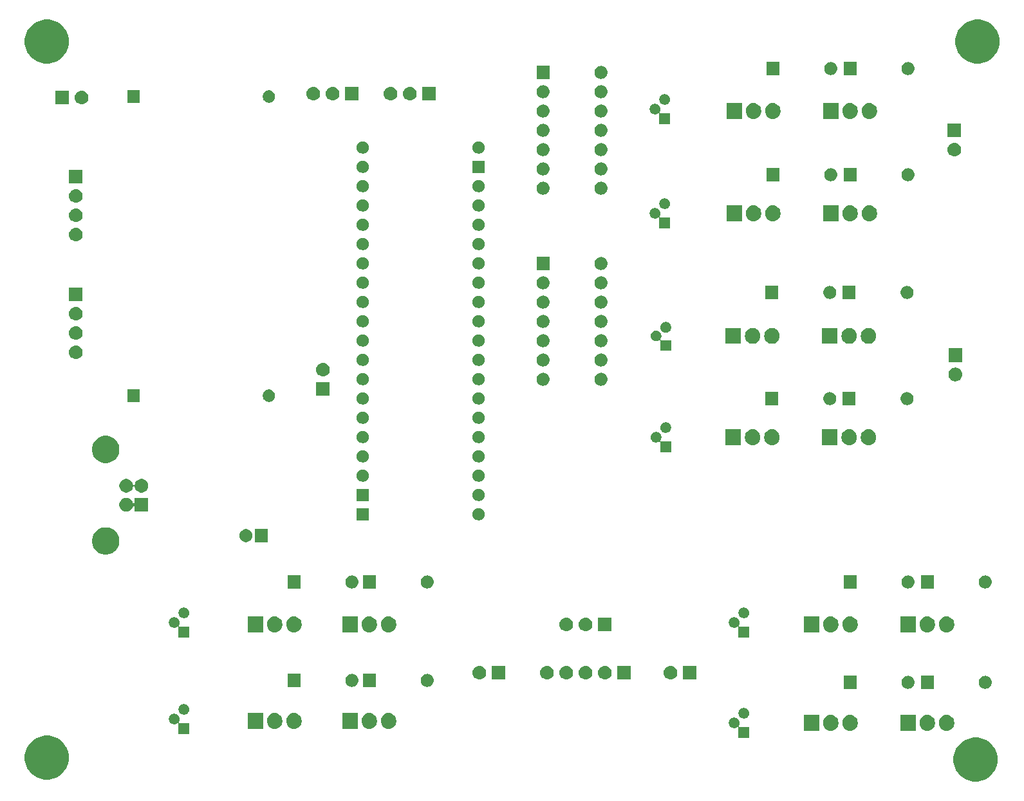
<source format=gbr>
G04 #@! TF.GenerationSoftware,KiCad,Pcbnew,(5.1.0)-1*
G04 #@! TF.CreationDate,2019-04-05T22:30:36+02:00*
G04 #@! TF.ProjectId,Motor_driver_pcb,4d6f746f-725f-4647-9269-7665725f7063,rev?*
G04 #@! TF.SameCoordinates,PX292dfe0PYc1c960*
G04 #@! TF.FileFunction,Soldermask,Bot*
G04 #@! TF.FilePolarity,Negative*
%FSLAX46Y46*%
G04 Gerber Fmt 4.6, Leading zero omitted, Abs format (unit mm)*
G04 Created by KiCad (PCBNEW (5.1.0)-1) date 2019-04-05 22:30:36*
%MOMM*%
%LPD*%
G04 APERTURE LIST*
%ADD10C,0.100000*%
G04 APERTURE END LIST*
D10*
G36*
X126576189Y-95254483D02*
G01*
X126576192Y-95254484D01*
X126576191Y-95254484D01*
X127104139Y-95473167D01*
X127579280Y-95790646D01*
X127983354Y-96194720D01*
X128300833Y-96669861D01*
X128300834Y-96669863D01*
X128519517Y-97197811D01*
X128631000Y-97758275D01*
X128631000Y-98329725D01*
X128519517Y-98890189D01*
X128519516Y-98890191D01*
X128300833Y-99418139D01*
X127983354Y-99893280D01*
X127579280Y-100297354D01*
X127104139Y-100614833D01*
X127104138Y-100614834D01*
X127104137Y-100614834D01*
X126576189Y-100833517D01*
X126015725Y-100945000D01*
X125444275Y-100945000D01*
X124883811Y-100833517D01*
X124355863Y-100614834D01*
X124355862Y-100614834D01*
X124355861Y-100614833D01*
X123880720Y-100297354D01*
X123476646Y-99893280D01*
X123159167Y-99418139D01*
X122940484Y-98890191D01*
X122940483Y-98890189D01*
X122829000Y-98329725D01*
X122829000Y-97758275D01*
X122940483Y-97197811D01*
X123159166Y-96669863D01*
X123159167Y-96669861D01*
X123476646Y-96194720D01*
X123880720Y-95790646D01*
X124355861Y-95473167D01*
X124883809Y-95254484D01*
X124883808Y-95254484D01*
X124883811Y-95254483D01*
X125444275Y-95143000D01*
X126015725Y-95143000D01*
X126576189Y-95254483D01*
X126576189Y-95254483D01*
G37*
G36*
X4402189Y-95000483D02*
G01*
X4930137Y-95219166D01*
X4930139Y-95219167D01*
X5405280Y-95536646D01*
X5809354Y-95940720D01*
X5979071Y-96194720D01*
X6126834Y-96415863D01*
X6345517Y-96943811D01*
X6457000Y-97504275D01*
X6457000Y-98075725D01*
X6345517Y-98636189D01*
X6345516Y-98636191D01*
X6126833Y-99164139D01*
X5809354Y-99639280D01*
X5405280Y-100043354D01*
X4930139Y-100360833D01*
X4930138Y-100360834D01*
X4930137Y-100360834D01*
X4402189Y-100579517D01*
X3841725Y-100691000D01*
X3270275Y-100691000D01*
X2709811Y-100579517D01*
X2181863Y-100360834D01*
X2181862Y-100360834D01*
X2181861Y-100360833D01*
X1706720Y-100043354D01*
X1302646Y-99639280D01*
X985167Y-99164139D01*
X766484Y-98636191D01*
X766483Y-98636189D01*
X655000Y-98075725D01*
X655000Y-97504275D01*
X766483Y-96943811D01*
X985166Y-96415863D01*
X1132929Y-96194720D01*
X1302646Y-95940720D01*
X1706720Y-95536646D01*
X2181861Y-95219167D01*
X2181863Y-95219166D01*
X2709811Y-95000483D01*
X3270275Y-94889000D01*
X3841725Y-94889000D01*
X4402189Y-95000483D01*
X4402189Y-95000483D01*
G37*
G36*
X94184473Y-92543938D02*
G01*
X94312049Y-92596782D01*
X94426859Y-92673495D01*
X94524505Y-92771141D01*
X94601218Y-92885951D01*
X94654062Y-93013527D01*
X94681000Y-93148956D01*
X94681000Y-93287044D01*
X94654062Y-93422473D01*
X94601218Y-93550049D01*
X94572816Y-93592556D01*
X94561265Y-93614167D01*
X94554152Y-93637616D01*
X94551750Y-93662002D01*
X94554152Y-93686388D01*
X94561265Y-93709837D01*
X94572817Y-93731447D01*
X94588362Y-93750389D01*
X94607304Y-93765934D01*
X94628915Y-93777485D01*
X94652364Y-93784598D01*
X94676749Y-93787000D01*
X95951000Y-93787000D01*
X95951000Y-95189000D01*
X94549000Y-95189000D01*
X94549000Y-93914749D01*
X94546598Y-93890363D01*
X94539485Y-93866914D01*
X94527934Y-93845303D01*
X94512389Y-93826361D01*
X94493447Y-93810816D01*
X94471836Y-93799265D01*
X94448387Y-93792152D01*
X94424001Y-93789750D01*
X94399615Y-93792152D01*
X94376166Y-93799265D01*
X94354556Y-93810816D01*
X94312049Y-93839218D01*
X94184473Y-93892062D01*
X94049044Y-93919000D01*
X93910956Y-93919000D01*
X93775527Y-93892062D01*
X93647951Y-93839218D01*
X93533141Y-93762505D01*
X93435495Y-93664859D01*
X93358782Y-93550049D01*
X93305938Y-93422473D01*
X93279000Y-93287044D01*
X93279000Y-93148956D01*
X93305938Y-93013527D01*
X93358782Y-92885951D01*
X93435495Y-92771141D01*
X93533141Y-92673495D01*
X93647951Y-92596782D01*
X93775527Y-92543938D01*
X93910956Y-92517000D01*
X94049044Y-92517000D01*
X94184473Y-92543938D01*
X94184473Y-92543938D01*
G37*
G36*
X20524473Y-92035938D02*
G01*
X20652049Y-92088782D01*
X20766859Y-92165495D01*
X20864505Y-92263141D01*
X20941218Y-92377951D01*
X20994062Y-92505527D01*
X21021000Y-92640956D01*
X21021000Y-92779044D01*
X20994062Y-92914473D01*
X20941218Y-93042049D01*
X20912816Y-93084556D01*
X20901265Y-93106167D01*
X20894152Y-93129616D01*
X20891750Y-93154002D01*
X20894152Y-93178388D01*
X20901265Y-93201837D01*
X20912817Y-93223447D01*
X20928362Y-93242389D01*
X20947304Y-93257934D01*
X20968915Y-93269485D01*
X20992364Y-93276598D01*
X21016749Y-93279000D01*
X22291000Y-93279000D01*
X22291000Y-94681000D01*
X20889000Y-94681000D01*
X20889000Y-93406749D01*
X20886598Y-93382363D01*
X20879485Y-93358914D01*
X20867934Y-93337303D01*
X20852389Y-93318361D01*
X20833447Y-93302816D01*
X20811836Y-93291265D01*
X20788387Y-93284152D01*
X20764001Y-93281750D01*
X20739615Y-93284152D01*
X20716166Y-93291265D01*
X20694556Y-93302816D01*
X20652049Y-93331218D01*
X20524473Y-93384062D01*
X20389044Y-93411000D01*
X20250956Y-93411000D01*
X20115527Y-93384062D01*
X19987951Y-93331218D01*
X19873141Y-93254505D01*
X19775495Y-93156859D01*
X19698782Y-93042049D01*
X19645938Y-92914473D01*
X19619000Y-92779044D01*
X19619000Y-92640956D01*
X19645938Y-92505527D01*
X19698782Y-92377951D01*
X19775495Y-92263141D01*
X19873141Y-92165495D01*
X19987951Y-92088782D01*
X20115527Y-92035938D01*
X20250956Y-92009000D01*
X20389044Y-92009000D01*
X20524473Y-92035938D01*
X20524473Y-92035938D01*
G37*
G36*
X106876719Y-92181520D02*
G01*
X107065880Y-92238901D01*
X107065883Y-92238902D01*
X107142861Y-92280048D01*
X107240212Y-92332083D01*
X107393015Y-92457485D01*
X107518417Y-92610288D01*
X107611599Y-92784619D01*
X107668980Y-92973780D01*
X107683500Y-93121206D01*
X107683500Y-93314793D01*
X107668980Y-93462219D01*
X107642337Y-93550049D01*
X107611598Y-93651383D01*
X107562182Y-93743833D01*
X107518417Y-93825712D01*
X107393015Y-93978515D01*
X107240212Y-94103917D01*
X107065881Y-94197099D01*
X106876720Y-94254480D01*
X106680000Y-94273855D01*
X106483281Y-94254480D01*
X106294120Y-94197099D01*
X106119788Y-94103917D01*
X105966985Y-93978515D01*
X105841583Y-93825712D01*
X105748401Y-93651381D01*
X105691020Y-93462220D01*
X105676500Y-93314794D01*
X105676500Y-93121207D01*
X105691020Y-92973781D01*
X105748401Y-92784620D01*
X105748402Y-92784617D01*
X105835290Y-92622062D01*
X105841583Y-92610288D01*
X105966985Y-92457485D01*
X106119788Y-92332083D01*
X106294119Y-92238901D01*
X106483280Y-92181520D01*
X106680000Y-92162145D01*
X106876719Y-92181520D01*
X106876719Y-92181520D01*
G37*
G36*
X119576719Y-92181520D02*
G01*
X119765880Y-92238901D01*
X119765883Y-92238902D01*
X119842861Y-92280048D01*
X119940212Y-92332083D01*
X120093015Y-92457485D01*
X120218417Y-92610288D01*
X120311599Y-92784619D01*
X120368980Y-92973780D01*
X120383500Y-93121206D01*
X120383500Y-93314793D01*
X120368980Y-93462219D01*
X120342337Y-93550049D01*
X120311598Y-93651383D01*
X120262182Y-93743833D01*
X120218417Y-93825712D01*
X120093015Y-93978515D01*
X119940212Y-94103917D01*
X119765881Y-94197099D01*
X119576720Y-94254480D01*
X119380000Y-94273855D01*
X119183281Y-94254480D01*
X118994120Y-94197099D01*
X118819788Y-94103917D01*
X118666985Y-93978515D01*
X118541583Y-93825712D01*
X118448401Y-93651381D01*
X118391020Y-93462220D01*
X118376500Y-93314794D01*
X118376500Y-93121207D01*
X118391020Y-92973781D01*
X118448401Y-92784620D01*
X118448402Y-92784617D01*
X118535290Y-92622062D01*
X118541583Y-92610288D01*
X118666985Y-92457485D01*
X118819788Y-92332083D01*
X118994119Y-92238901D01*
X119183280Y-92181520D01*
X119380000Y-92162145D01*
X119576719Y-92181520D01*
X119576719Y-92181520D01*
G37*
G36*
X122116719Y-92181520D02*
G01*
X122305880Y-92238901D01*
X122305883Y-92238902D01*
X122382861Y-92280048D01*
X122480212Y-92332083D01*
X122633015Y-92457485D01*
X122758417Y-92610288D01*
X122851599Y-92784619D01*
X122908980Y-92973780D01*
X122923500Y-93121206D01*
X122923500Y-93314793D01*
X122908980Y-93462219D01*
X122882337Y-93550049D01*
X122851598Y-93651383D01*
X122802182Y-93743833D01*
X122758417Y-93825712D01*
X122633015Y-93978515D01*
X122480212Y-94103917D01*
X122305881Y-94197099D01*
X122116720Y-94254480D01*
X121920000Y-94273855D01*
X121723281Y-94254480D01*
X121534120Y-94197099D01*
X121359788Y-94103917D01*
X121206985Y-93978515D01*
X121081583Y-93825712D01*
X120988401Y-93651381D01*
X120931020Y-93462220D01*
X120916500Y-93314794D01*
X120916500Y-93121207D01*
X120931020Y-92973781D01*
X120988401Y-92784620D01*
X120988402Y-92784617D01*
X121075290Y-92622062D01*
X121081583Y-92610288D01*
X121206985Y-92457485D01*
X121359788Y-92332083D01*
X121534119Y-92238901D01*
X121723280Y-92181520D01*
X121920000Y-92162145D01*
X122116719Y-92181520D01*
X122116719Y-92181520D01*
G37*
G36*
X109416719Y-92181520D02*
G01*
X109605880Y-92238901D01*
X109605883Y-92238902D01*
X109682861Y-92280048D01*
X109780212Y-92332083D01*
X109933015Y-92457485D01*
X110058417Y-92610288D01*
X110151599Y-92784619D01*
X110208980Y-92973780D01*
X110223500Y-93121206D01*
X110223500Y-93314793D01*
X110208980Y-93462219D01*
X110182337Y-93550049D01*
X110151598Y-93651383D01*
X110102182Y-93743833D01*
X110058417Y-93825712D01*
X109933015Y-93978515D01*
X109780212Y-94103917D01*
X109605881Y-94197099D01*
X109416720Y-94254480D01*
X109220000Y-94273855D01*
X109023281Y-94254480D01*
X108834120Y-94197099D01*
X108659788Y-94103917D01*
X108506985Y-93978515D01*
X108381583Y-93825712D01*
X108288401Y-93651381D01*
X108231020Y-93462220D01*
X108216500Y-93314794D01*
X108216500Y-93121207D01*
X108231020Y-92973781D01*
X108288401Y-92784620D01*
X108288402Y-92784617D01*
X108375290Y-92622062D01*
X108381583Y-92610288D01*
X108506985Y-92457485D01*
X108659788Y-92332083D01*
X108834119Y-92238901D01*
X109023280Y-92181520D01*
X109220000Y-92162145D01*
X109416719Y-92181520D01*
X109416719Y-92181520D01*
G37*
G36*
X105143500Y-94269000D02*
G01*
X103136500Y-94269000D01*
X103136500Y-92167000D01*
X105143500Y-92167000D01*
X105143500Y-94269000D01*
X105143500Y-94269000D01*
G37*
G36*
X117843500Y-94269000D02*
G01*
X115836500Y-94269000D01*
X115836500Y-92167000D01*
X117843500Y-92167000D01*
X117843500Y-94269000D01*
X117843500Y-94269000D01*
G37*
G36*
X33724719Y-91927520D02*
G01*
X33913880Y-91984901D01*
X33913883Y-91984902D01*
X33974012Y-92017042D01*
X34088212Y-92078083D01*
X34241015Y-92203485D01*
X34366417Y-92356288D01*
X34387035Y-92394862D01*
X34452320Y-92517000D01*
X34459599Y-92530619D01*
X34516980Y-92719780D01*
X34531500Y-92867206D01*
X34531500Y-93060793D01*
X34516980Y-93208219D01*
X34483569Y-93318361D01*
X34459598Y-93397383D01*
X34410182Y-93489833D01*
X34366417Y-93571712D01*
X34241015Y-93724515D01*
X34088212Y-93849917D01*
X33913881Y-93943099D01*
X33724720Y-94000480D01*
X33528000Y-94019855D01*
X33331281Y-94000480D01*
X33142120Y-93943099D01*
X32967788Y-93849917D01*
X32814985Y-93724515D01*
X32689583Y-93571712D01*
X32607059Y-93417320D01*
X32596402Y-93397383D01*
X32592361Y-93384062D01*
X32539020Y-93208220D01*
X32524500Y-93060794D01*
X32524500Y-92867207D01*
X32539020Y-92719781D01*
X32596401Y-92530620D01*
X32596402Y-92530617D01*
X32668965Y-92394862D01*
X32689583Y-92356288D01*
X32814985Y-92203485D01*
X32967788Y-92078083D01*
X33142119Y-91984901D01*
X33331280Y-91927520D01*
X33528000Y-91908145D01*
X33724719Y-91927520D01*
X33724719Y-91927520D01*
G37*
G36*
X46170719Y-91927520D02*
G01*
X46359880Y-91984901D01*
X46359883Y-91984902D01*
X46420012Y-92017042D01*
X46534212Y-92078083D01*
X46687015Y-92203485D01*
X46812417Y-92356288D01*
X46833035Y-92394862D01*
X46898320Y-92517000D01*
X46905599Y-92530619D01*
X46962980Y-92719780D01*
X46977500Y-92867206D01*
X46977500Y-93060793D01*
X46962980Y-93208219D01*
X46929569Y-93318361D01*
X46905598Y-93397383D01*
X46856182Y-93489833D01*
X46812417Y-93571712D01*
X46687015Y-93724515D01*
X46534212Y-93849917D01*
X46359881Y-93943099D01*
X46170720Y-94000480D01*
X45974000Y-94019855D01*
X45777281Y-94000480D01*
X45588120Y-93943099D01*
X45413788Y-93849917D01*
X45260985Y-93724515D01*
X45135583Y-93571712D01*
X45053059Y-93417320D01*
X45042402Y-93397383D01*
X45038361Y-93384062D01*
X44985020Y-93208220D01*
X44970500Y-93060794D01*
X44970500Y-92867207D01*
X44985020Y-92719781D01*
X45042401Y-92530620D01*
X45042402Y-92530617D01*
X45114965Y-92394862D01*
X45135583Y-92356288D01*
X45260985Y-92203485D01*
X45413788Y-92078083D01*
X45588119Y-91984901D01*
X45777280Y-91927520D01*
X45974000Y-91908145D01*
X46170719Y-91927520D01*
X46170719Y-91927520D01*
G37*
G36*
X48710719Y-91927520D02*
G01*
X48899880Y-91984901D01*
X48899883Y-91984902D01*
X48960012Y-92017042D01*
X49074212Y-92078083D01*
X49227015Y-92203485D01*
X49352417Y-92356288D01*
X49373035Y-92394862D01*
X49438320Y-92517000D01*
X49445599Y-92530619D01*
X49502980Y-92719780D01*
X49517500Y-92867206D01*
X49517500Y-93060793D01*
X49502980Y-93208219D01*
X49469569Y-93318361D01*
X49445598Y-93397383D01*
X49396182Y-93489833D01*
X49352417Y-93571712D01*
X49227015Y-93724515D01*
X49074212Y-93849917D01*
X48899881Y-93943099D01*
X48710720Y-94000480D01*
X48514000Y-94019855D01*
X48317281Y-94000480D01*
X48128120Y-93943099D01*
X47953788Y-93849917D01*
X47800985Y-93724515D01*
X47675583Y-93571712D01*
X47593059Y-93417320D01*
X47582402Y-93397383D01*
X47578361Y-93384062D01*
X47525020Y-93208220D01*
X47510500Y-93060794D01*
X47510500Y-92867207D01*
X47525020Y-92719781D01*
X47582401Y-92530620D01*
X47582402Y-92530617D01*
X47654965Y-92394862D01*
X47675583Y-92356288D01*
X47800985Y-92203485D01*
X47953788Y-92078083D01*
X48128119Y-91984901D01*
X48317280Y-91927520D01*
X48514000Y-91908145D01*
X48710719Y-91927520D01*
X48710719Y-91927520D01*
G37*
G36*
X36264719Y-91927520D02*
G01*
X36453880Y-91984901D01*
X36453883Y-91984902D01*
X36514012Y-92017042D01*
X36628212Y-92078083D01*
X36781015Y-92203485D01*
X36906417Y-92356288D01*
X36927035Y-92394862D01*
X36992320Y-92517000D01*
X36999599Y-92530619D01*
X37056980Y-92719780D01*
X37071500Y-92867206D01*
X37071500Y-93060793D01*
X37056980Y-93208219D01*
X37023569Y-93318361D01*
X36999598Y-93397383D01*
X36950182Y-93489833D01*
X36906417Y-93571712D01*
X36781015Y-93724515D01*
X36628212Y-93849917D01*
X36453881Y-93943099D01*
X36264720Y-94000480D01*
X36068000Y-94019855D01*
X35871281Y-94000480D01*
X35682120Y-93943099D01*
X35507788Y-93849917D01*
X35354985Y-93724515D01*
X35229583Y-93571712D01*
X35147059Y-93417320D01*
X35136402Y-93397383D01*
X35132361Y-93384062D01*
X35079020Y-93208220D01*
X35064500Y-93060794D01*
X35064500Y-92867207D01*
X35079020Y-92719781D01*
X35136401Y-92530620D01*
X35136402Y-92530617D01*
X35208965Y-92394862D01*
X35229583Y-92356288D01*
X35354985Y-92203485D01*
X35507788Y-92078083D01*
X35682119Y-91984901D01*
X35871280Y-91927520D01*
X36068000Y-91908145D01*
X36264719Y-91927520D01*
X36264719Y-91927520D01*
G37*
G36*
X31991500Y-94015000D02*
G01*
X29984500Y-94015000D01*
X29984500Y-91913000D01*
X31991500Y-91913000D01*
X31991500Y-94015000D01*
X31991500Y-94015000D01*
G37*
G36*
X44437500Y-94015000D02*
G01*
X42430500Y-94015000D01*
X42430500Y-91913000D01*
X44437500Y-91913000D01*
X44437500Y-94015000D01*
X44437500Y-94015000D01*
G37*
G36*
X95454473Y-91273938D02*
G01*
X95582049Y-91326782D01*
X95696859Y-91403495D01*
X95794505Y-91501141D01*
X95871218Y-91615951D01*
X95924062Y-91743527D01*
X95951000Y-91878956D01*
X95951000Y-92017044D01*
X95924062Y-92152473D01*
X95871218Y-92280049D01*
X95794505Y-92394859D01*
X95696859Y-92492505D01*
X95582049Y-92569218D01*
X95454473Y-92622062D01*
X95319044Y-92649000D01*
X95180956Y-92649000D01*
X95045527Y-92622062D01*
X94917951Y-92569218D01*
X94803141Y-92492505D01*
X94705495Y-92394859D01*
X94628782Y-92280049D01*
X94575938Y-92152473D01*
X94549000Y-92017044D01*
X94549000Y-91878956D01*
X94575938Y-91743527D01*
X94628782Y-91615951D01*
X94705495Y-91501141D01*
X94803141Y-91403495D01*
X94917951Y-91326782D01*
X95045527Y-91273938D01*
X95180956Y-91247000D01*
X95319044Y-91247000D01*
X95454473Y-91273938D01*
X95454473Y-91273938D01*
G37*
G36*
X21794473Y-90765938D02*
G01*
X21922049Y-90818782D01*
X22036859Y-90895495D01*
X22134505Y-90993141D01*
X22211218Y-91107951D01*
X22264062Y-91235527D01*
X22291000Y-91370956D01*
X22291000Y-91509044D01*
X22264062Y-91644473D01*
X22211218Y-91772049D01*
X22134505Y-91886859D01*
X22036859Y-91984505D01*
X21922049Y-92061218D01*
X21794473Y-92114062D01*
X21659044Y-92141000D01*
X21520956Y-92141000D01*
X21385527Y-92114062D01*
X21257951Y-92061218D01*
X21143141Y-91984505D01*
X21045495Y-91886859D01*
X20968782Y-91772049D01*
X20915938Y-91644473D01*
X20889000Y-91509044D01*
X20889000Y-91370956D01*
X20915938Y-91235527D01*
X20968782Y-91107951D01*
X21045495Y-90993141D01*
X21143141Y-90895495D01*
X21257951Y-90818782D01*
X21385527Y-90765938D01*
X21520956Y-90739000D01*
X21659044Y-90739000D01*
X21794473Y-90765938D01*
X21794473Y-90765938D01*
G37*
G36*
X117006823Y-87045313D02*
G01*
X117167242Y-87093976D01*
X117299906Y-87164886D01*
X117315078Y-87172996D01*
X117444659Y-87279341D01*
X117551004Y-87408922D01*
X117551005Y-87408924D01*
X117630024Y-87556758D01*
X117678687Y-87717177D01*
X117695117Y-87884000D01*
X117678687Y-88050823D01*
X117630024Y-88211242D01*
X117617507Y-88234659D01*
X117551004Y-88359078D01*
X117444659Y-88488659D01*
X117315078Y-88595004D01*
X117315076Y-88595005D01*
X117167242Y-88674024D01*
X117006823Y-88722687D01*
X116881804Y-88735000D01*
X116798196Y-88735000D01*
X116673177Y-88722687D01*
X116512758Y-88674024D01*
X116364924Y-88595005D01*
X116364922Y-88595004D01*
X116235341Y-88488659D01*
X116128996Y-88359078D01*
X116062493Y-88234659D01*
X116049976Y-88211242D01*
X116001313Y-88050823D01*
X115984883Y-87884000D01*
X116001313Y-87717177D01*
X116049976Y-87556758D01*
X116128995Y-87408924D01*
X116128996Y-87408922D01*
X116235341Y-87279341D01*
X116364922Y-87172996D01*
X116380094Y-87164886D01*
X116512758Y-87093976D01*
X116673177Y-87045313D01*
X116798196Y-87033000D01*
X116881804Y-87033000D01*
X117006823Y-87045313D01*
X117006823Y-87045313D01*
G37*
G36*
X120231000Y-88735000D02*
G01*
X118529000Y-88735000D01*
X118529000Y-87033000D01*
X120231000Y-87033000D01*
X120231000Y-88735000D01*
X120231000Y-88735000D01*
G37*
G36*
X110071000Y-88735000D02*
G01*
X108369000Y-88735000D01*
X108369000Y-87033000D01*
X110071000Y-87033000D01*
X110071000Y-88735000D01*
X110071000Y-88735000D01*
G37*
G36*
X127166823Y-87045313D02*
G01*
X127327242Y-87093976D01*
X127459906Y-87164886D01*
X127475078Y-87172996D01*
X127604659Y-87279341D01*
X127711004Y-87408922D01*
X127711005Y-87408924D01*
X127790024Y-87556758D01*
X127838687Y-87717177D01*
X127855117Y-87884000D01*
X127838687Y-88050823D01*
X127790024Y-88211242D01*
X127777507Y-88234659D01*
X127711004Y-88359078D01*
X127604659Y-88488659D01*
X127475078Y-88595004D01*
X127475076Y-88595005D01*
X127327242Y-88674024D01*
X127166823Y-88722687D01*
X127041804Y-88735000D01*
X126958196Y-88735000D01*
X126833177Y-88722687D01*
X126672758Y-88674024D01*
X126524924Y-88595005D01*
X126524922Y-88595004D01*
X126395341Y-88488659D01*
X126288996Y-88359078D01*
X126222493Y-88234659D01*
X126209976Y-88211242D01*
X126161313Y-88050823D01*
X126144883Y-87884000D01*
X126161313Y-87717177D01*
X126209976Y-87556758D01*
X126288995Y-87408924D01*
X126288996Y-87408922D01*
X126395341Y-87279341D01*
X126524922Y-87172996D01*
X126540094Y-87164886D01*
X126672758Y-87093976D01*
X126833177Y-87045313D01*
X126958196Y-87033000D01*
X127041804Y-87033000D01*
X127166823Y-87045313D01*
X127166823Y-87045313D01*
G37*
G36*
X43854823Y-86791313D02*
G01*
X44015242Y-86839976D01*
X44147906Y-86910886D01*
X44163078Y-86918996D01*
X44292659Y-87025341D01*
X44399004Y-87154922D01*
X44399005Y-87154924D01*
X44478024Y-87302758D01*
X44526687Y-87463177D01*
X44543117Y-87630000D01*
X44526687Y-87796823D01*
X44478024Y-87957242D01*
X44428004Y-88050823D01*
X44399004Y-88105078D01*
X44292659Y-88234659D01*
X44163078Y-88341004D01*
X44163076Y-88341005D01*
X44015242Y-88420024D01*
X43854823Y-88468687D01*
X43729804Y-88481000D01*
X43646196Y-88481000D01*
X43521177Y-88468687D01*
X43360758Y-88420024D01*
X43212924Y-88341005D01*
X43212922Y-88341004D01*
X43083341Y-88234659D01*
X42976996Y-88105078D01*
X42947996Y-88050823D01*
X42897976Y-87957242D01*
X42849313Y-87796823D01*
X42832883Y-87630000D01*
X42849313Y-87463177D01*
X42897976Y-87302758D01*
X42976995Y-87154924D01*
X42976996Y-87154922D01*
X43083341Y-87025341D01*
X43212922Y-86918996D01*
X43228094Y-86910886D01*
X43360758Y-86839976D01*
X43521177Y-86791313D01*
X43646196Y-86779000D01*
X43729804Y-86779000D01*
X43854823Y-86791313D01*
X43854823Y-86791313D01*
G37*
G36*
X46825000Y-88481000D02*
G01*
X45123000Y-88481000D01*
X45123000Y-86779000D01*
X46825000Y-86779000D01*
X46825000Y-88481000D01*
X46825000Y-88481000D01*
G37*
G36*
X53760823Y-86791313D02*
G01*
X53921242Y-86839976D01*
X54053906Y-86910886D01*
X54069078Y-86918996D01*
X54198659Y-87025341D01*
X54305004Y-87154922D01*
X54305005Y-87154924D01*
X54384024Y-87302758D01*
X54432687Y-87463177D01*
X54449117Y-87630000D01*
X54432687Y-87796823D01*
X54384024Y-87957242D01*
X54334004Y-88050823D01*
X54305004Y-88105078D01*
X54198659Y-88234659D01*
X54069078Y-88341004D01*
X54069076Y-88341005D01*
X53921242Y-88420024D01*
X53760823Y-88468687D01*
X53635804Y-88481000D01*
X53552196Y-88481000D01*
X53427177Y-88468687D01*
X53266758Y-88420024D01*
X53118924Y-88341005D01*
X53118922Y-88341004D01*
X52989341Y-88234659D01*
X52882996Y-88105078D01*
X52853996Y-88050823D01*
X52803976Y-87957242D01*
X52755313Y-87796823D01*
X52738883Y-87630000D01*
X52755313Y-87463177D01*
X52803976Y-87302758D01*
X52882995Y-87154924D01*
X52882996Y-87154922D01*
X52989341Y-87025341D01*
X53118922Y-86918996D01*
X53134094Y-86910886D01*
X53266758Y-86839976D01*
X53427177Y-86791313D01*
X53552196Y-86779000D01*
X53635804Y-86779000D01*
X53760823Y-86791313D01*
X53760823Y-86791313D01*
G37*
G36*
X36919000Y-88481000D02*
G01*
X35217000Y-88481000D01*
X35217000Y-86779000D01*
X36919000Y-86779000D01*
X36919000Y-88481000D01*
X36919000Y-88481000D01*
G37*
G36*
X71992443Y-85719519D02*
G01*
X72058627Y-85726037D01*
X72228466Y-85777557D01*
X72384991Y-85861222D01*
X72420729Y-85890552D01*
X72522186Y-85973814D01*
X72605448Y-86075271D01*
X72634778Y-86111009D01*
X72718443Y-86267534D01*
X72769963Y-86437373D01*
X72787359Y-86614000D01*
X72769963Y-86790627D01*
X72718443Y-86960466D01*
X72634778Y-87116991D01*
X72605448Y-87152729D01*
X72522186Y-87254186D01*
X72420729Y-87337448D01*
X72384991Y-87366778D01*
X72228466Y-87450443D01*
X72058627Y-87501963D01*
X71992442Y-87508482D01*
X71926260Y-87515000D01*
X71837740Y-87515000D01*
X71771558Y-87508482D01*
X71705373Y-87501963D01*
X71535534Y-87450443D01*
X71379009Y-87366778D01*
X71343271Y-87337448D01*
X71241814Y-87254186D01*
X71158552Y-87152729D01*
X71129222Y-87116991D01*
X71045557Y-86960466D01*
X70994037Y-86790627D01*
X70976641Y-86614000D01*
X70994037Y-86437373D01*
X71045557Y-86267534D01*
X71129222Y-86111009D01*
X71158552Y-86075271D01*
X71241814Y-85973814D01*
X71343271Y-85890552D01*
X71379009Y-85861222D01*
X71535534Y-85777557D01*
X71705373Y-85726037D01*
X71771557Y-85719519D01*
X71837740Y-85713000D01*
X71926260Y-85713000D01*
X71992443Y-85719519D01*
X71992443Y-85719519D01*
G37*
G36*
X69452443Y-85719519D02*
G01*
X69518627Y-85726037D01*
X69688466Y-85777557D01*
X69844991Y-85861222D01*
X69880729Y-85890552D01*
X69982186Y-85973814D01*
X70065448Y-86075271D01*
X70094778Y-86111009D01*
X70178443Y-86267534D01*
X70229963Y-86437373D01*
X70247359Y-86614000D01*
X70229963Y-86790627D01*
X70178443Y-86960466D01*
X70094778Y-87116991D01*
X70065448Y-87152729D01*
X69982186Y-87254186D01*
X69880729Y-87337448D01*
X69844991Y-87366778D01*
X69688466Y-87450443D01*
X69518627Y-87501963D01*
X69452442Y-87508482D01*
X69386260Y-87515000D01*
X69297740Y-87515000D01*
X69231558Y-87508482D01*
X69165373Y-87501963D01*
X68995534Y-87450443D01*
X68839009Y-87366778D01*
X68803271Y-87337448D01*
X68701814Y-87254186D01*
X68618552Y-87152729D01*
X68589222Y-87116991D01*
X68505557Y-86960466D01*
X68454037Y-86790627D01*
X68436641Y-86614000D01*
X68454037Y-86437373D01*
X68505557Y-86267534D01*
X68589222Y-86111009D01*
X68618552Y-86075271D01*
X68701814Y-85973814D01*
X68803271Y-85890552D01*
X68839009Y-85861222D01*
X68995534Y-85777557D01*
X69165373Y-85726037D01*
X69231557Y-85719519D01*
X69297740Y-85713000D01*
X69386260Y-85713000D01*
X69452443Y-85719519D01*
X69452443Y-85719519D01*
G37*
G36*
X74532443Y-85719519D02*
G01*
X74598627Y-85726037D01*
X74768466Y-85777557D01*
X74924991Y-85861222D01*
X74960729Y-85890552D01*
X75062186Y-85973814D01*
X75145448Y-86075271D01*
X75174778Y-86111009D01*
X75258443Y-86267534D01*
X75309963Y-86437373D01*
X75327359Y-86614000D01*
X75309963Y-86790627D01*
X75258443Y-86960466D01*
X75174778Y-87116991D01*
X75145448Y-87152729D01*
X75062186Y-87254186D01*
X74960729Y-87337448D01*
X74924991Y-87366778D01*
X74768466Y-87450443D01*
X74598627Y-87501963D01*
X74532442Y-87508482D01*
X74466260Y-87515000D01*
X74377740Y-87515000D01*
X74311558Y-87508482D01*
X74245373Y-87501963D01*
X74075534Y-87450443D01*
X73919009Y-87366778D01*
X73883271Y-87337448D01*
X73781814Y-87254186D01*
X73698552Y-87152729D01*
X73669222Y-87116991D01*
X73585557Y-86960466D01*
X73534037Y-86790627D01*
X73516641Y-86614000D01*
X73534037Y-86437373D01*
X73585557Y-86267534D01*
X73669222Y-86111009D01*
X73698552Y-86075271D01*
X73781814Y-85973814D01*
X73883271Y-85890552D01*
X73919009Y-85861222D01*
X74075534Y-85777557D01*
X74245373Y-85726037D01*
X74311557Y-85719519D01*
X74377740Y-85713000D01*
X74466260Y-85713000D01*
X74532443Y-85719519D01*
X74532443Y-85719519D01*
G37*
G36*
X77072443Y-85719519D02*
G01*
X77138627Y-85726037D01*
X77308466Y-85777557D01*
X77464991Y-85861222D01*
X77500729Y-85890552D01*
X77602186Y-85973814D01*
X77685448Y-86075271D01*
X77714778Y-86111009D01*
X77798443Y-86267534D01*
X77849963Y-86437373D01*
X77867359Y-86614000D01*
X77849963Y-86790627D01*
X77798443Y-86960466D01*
X77714778Y-87116991D01*
X77685448Y-87152729D01*
X77602186Y-87254186D01*
X77500729Y-87337448D01*
X77464991Y-87366778D01*
X77308466Y-87450443D01*
X77138627Y-87501963D01*
X77072442Y-87508482D01*
X77006260Y-87515000D01*
X76917740Y-87515000D01*
X76851558Y-87508482D01*
X76785373Y-87501963D01*
X76615534Y-87450443D01*
X76459009Y-87366778D01*
X76423271Y-87337448D01*
X76321814Y-87254186D01*
X76238552Y-87152729D01*
X76209222Y-87116991D01*
X76125557Y-86960466D01*
X76074037Y-86790627D01*
X76056641Y-86614000D01*
X76074037Y-86437373D01*
X76125557Y-86267534D01*
X76209222Y-86111009D01*
X76238552Y-86075271D01*
X76321814Y-85973814D01*
X76423271Y-85890552D01*
X76459009Y-85861222D01*
X76615534Y-85777557D01*
X76785373Y-85726037D01*
X76851557Y-85719519D01*
X76917740Y-85713000D01*
X77006260Y-85713000D01*
X77072443Y-85719519D01*
X77072443Y-85719519D01*
G37*
G36*
X80403000Y-87515000D02*
G01*
X78601000Y-87515000D01*
X78601000Y-85713000D01*
X80403000Y-85713000D01*
X80403000Y-87515000D01*
X80403000Y-87515000D01*
G37*
G36*
X85708443Y-85719519D02*
G01*
X85774627Y-85726037D01*
X85944466Y-85777557D01*
X86100991Y-85861222D01*
X86136729Y-85890552D01*
X86238186Y-85973814D01*
X86321448Y-86075271D01*
X86350778Y-86111009D01*
X86434443Y-86267534D01*
X86485963Y-86437373D01*
X86503359Y-86614000D01*
X86485963Y-86790627D01*
X86434443Y-86960466D01*
X86350778Y-87116991D01*
X86321448Y-87152729D01*
X86238186Y-87254186D01*
X86136729Y-87337448D01*
X86100991Y-87366778D01*
X85944466Y-87450443D01*
X85774627Y-87501963D01*
X85708442Y-87508482D01*
X85642260Y-87515000D01*
X85553740Y-87515000D01*
X85487558Y-87508482D01*
X85421373Y-87501963D01*
X85251534Y-87450443D01*
X85095009Y-87366778D01*
X85059271Y-87337448D01*
X84957814Y-87254186D01*
X84874552Y-87152729D01*
X84845222Y-87116991D01*
X84761557Y-86960466D01*
X84710037Y-86790627D01*
X84692641Y-86614000D01*
X84710037Y-86437373D01*
X84761557Y-86267534D01*
X84845222Y-86111009D01*
X84874552Y-86075271D01*
X84957814Y-85973814D01*
X85059271Y-85890552D01*
X85095009Y-85861222D01*
X85251534Y-85777557D01*
X85421373Y-85726037D01*
X85487557Y-85719519D01*
X85553740Y-85713000D01*
X85642260Y-85713000D01*
X85708443Y-85719519D01*
X85708443Y-85719519D01*
G37*
G36*
X89039000Y-87515000D02*
G01*
X87237000Y-87515000D01*
X87237000Y-85713000D01*
X89039000Y-85713000D01*
X89039000Y-87515000D01*
X89039000Y-87515000D01*
G37*
G36*
X63893000Y-87515000D02*
G01*
X62091000Y-87515000D01*
X62091000Y-85713000D01*
X63893000Y-85713000D01*
X63893000Y-87515000D01*
X63893000Y-87515000D01*
G37*
G36*
X60562443Y-85719519D02*
G01*
X60628627Y-85726037D01*
X60798466Y-85777557D01*
X60954991Y-85861222D01*
X60990729Y-85890552D01*
X61092186Y-85973814D01*
X61175448Y-86075271D01*
X61204778Y-86111009D01*
X61288443Y-86267534D01*
X61339963Y-86437373D01*
X61357359Y-86614000D01*
X61339963Y-86790627D01*
X61288443Y-86960466D01*
X61204778Y-87116991D01*
X61175448Y-87152729D01*
X61092186Y-87254186D01*
X60990729Y-87337448D01*
X60954991Y-87366778D01*
X60798466Y-87450443D01*
X60628627Y-87501963D01*
X60562442Y-87508482D01*
X60496260Y-87515000D01*
X60407740Y-87515000D01*
X60341558Y-87508482D01*
X60275373Y-87501963D01*
X60105534Y-87450443D01*
X59949009Y-87366778D01*
X59913271Y-87337448D01*
X59811814Y-87254186D01*
X59728552Y-87152729D01*
X59699222Y-87116991D01*
X59615557Y-86960466D01*
X59564037Y-86790627D01*
X59546641Y-86614000D01*
X59564037Y-86437373D01*
X59615557Y-86267534D01*
X59699222Y-86111009D01*
X59728552Y-86075271D01*
X59811814Y-85973814D01*
X59913271Y-85890552D01*
X59949009Y-85861222D01*
X60105534Y-85777557D01*
X60275373Y-85726037D01*
X60341557Y-85719519D01*
X60407740Y-85713000D01*
X60496260Y-85713000D01*
X60562443Y-85719519D01*
X60562443Y-85719519D01*
G37*
G36*
X94184473Y-79335938D02*
G01*
X94312049Y-79388782D01*
X94426859Y-79465495D01*
X94524505Y-79563141D01*
X94601218Y-79677951D01*
X94654062Y-79805527D01*
X94681000Y-79940956D01*
X94681000Y-80079044D01*
X94654062Y-80214473D01*
X94601218Y-80342049D01*
X94572816Y-80384556D01*
X94561265Y-80406167D01*
X94554152Y-80429616D01*
X94551750Y-80454002D01*
X94554152Y-80478388D01*
X94561265Y-80501837D01*
X94572817Y-80523447D01*
X94588362Y-80542389D01*
X94607304Y-80557934D01*
X94628915Y-80569485D01*
X94652364Y-80576598D01*
X94676749Y-80579000D01*
X95951000Y-80579000D01*
X95951000Y-81981000D01*
X94549000Y-81981000D01*
X94549000Y-80706749D01*
X94546598Y-80682363D01*
X94539485Y-80658914D01*
X94527934Y-80637303D01*
X94512389Y-80618361D01*
X94493447Y-80602816D01*
X94471836Y-80591265D01*
X94448387Y-80584152D01*
X94424001Y-80581750D01*
X94399615Y-80584152D01*
X94376166Y-80591265D01*
X94354556Y-80602816D01*
X94312049Y-80631218D01*
X94184473Y-80684062D01*
X94049044Y-80711000D01*
X93910956Y-80711000D01*
X93775527Y-80684062D01*
X93647951Y-80631218D01*
X93533141Y-80554505D01*
X93435495Y-80456859D01*
X93358782Y-80342049D01*
X93305938Y-80214473D01*
X93279000Y-80079044D01*
X93279000Y-79940956D01*
X93305938Y-79805527D01*
X93358782Y-79677951D01*
X93435495Y-79563141D01*
X93533141Y-79465495D01*
X93647951Y-79388782D01*
X93775527Y-79335938D01*
X93910956Y-79309000D01*
X94049044Y-79309000D01*
X94184473Y-79335938D01*
X94184473Y-79335938D01*
G37*
G36*
X20524473Y-79335938D02*
G01*
X20652049Y-79388782D01*
X20766859Y-79465495D01*
X20864505Y-79563141D01*
X20941218Y-79677951D01*
X20994062Y-79805527D01*
X21021000Y-79940956D01*
X21021000Y-80079044D01*
X20994062Y-80214473D01*
X20941218Y-80342049D01*
X20912816Y-80384556D01*
X20901265Y-80406167D01*
X20894152Y-80429616D01*
X20891750Y-80454002D01*
X20894152Y-80478388D01*
X20901265Y-80501837D01*
X20912817Y-80523447D01*
X20928362Y-80542389D01*
X20947304Y-80557934D01*
X20968915Y-80569485D01*
X20992364Y-80576598D01*
X21016749Y-80579000D01*
X22291000Y-80579000D01*
X22291000Y-81981000D01*
X20889000Y-81981000D01*
X20889000Y-80706749D01*
X20886598Y-80682363D01*
X20879485Y-80658914D01*
X20867934Y-80637303D01*
X20852389Y-80618361D01*
X20833447Y-80602816D01*
X20811836Y-80591265D01*
X20788387Y-80584152D01*
X20764001Y-80581750D01*
X20739615Y-80584152D01*
X20716166Y-80591265D01*
X20694556Y-80602816D01*
X20652049Y-80631218D01*
X20524473Y-80684062D01*
X20389044Y-80711000D01*
X20250956Y-80711000D01*
X20115527Y-80684062D01*
X19987951Y-80631218D01*
X19873141Y-80554505D01*
X19775495Y-80456859D01*
X19698782Y-80342049D01*
X19645938Y-80214473D01*
X19619000Y-80079044D01*
X19619000Y-79940956D01*
X19645938Y-79805527D01*
X19698782Y-79677951D01*
X19775495Y-79563141D01*
X19873141Y-79465495D01*
X19987951Y-79388782D01*
X20115527Y-79335938D01*
X20250956Y-79309000D01*
X20389044Y-79309000D01*
X20524473Y-79335938D01*
X20524473Y-79335938D01*
G37*
G36*
X46170719Y-79227520D02*
G01*
X46359880Y-79284901D01*
X46359883Y-79284902D01*
X46452333Y-79334318D01*
X46534212Y-79378083D01*
X46687015Y-79503485D01*
X46812417Y-79656288D01*
X46905599Y-79830619D01*
X46962980Y-80019780D01*
X46977500Y-80167206D01*
X46977500Y-80360793D01*
X46962980Y-80508219D01*
X46939946Y-80584152D01*
X46905598Y-80697383D01*
X46868391Y-80766991D01*
X46812417Y-80871712D01*
X46687015Y-81024515D01*
X46534212Y-81149917D01*
X46359881Y-81243099D01*
X46170720Y-81300480D01*
X45974000Y-81319855D01*
X45777281Y-81300480D01*
X45588120Y-81243099D01*
X45413788Y-81149917D01*
X45260985Y-81024515D01*
X45135583Y-80871712D01*
X45053059Y-80717320D01*
X45042402Y-80697383D01*
X45038361Y-80684062D01*
X44985020Y-80508220D01*
X44970500Y-80360794D01*
X44970500Y-80167207D01*
X44985020Y-80019781D01*
X45042401Y-79830620D01*
X45042402Y-79830617D01*
X45091818Y-79738167D01*
X45135583Y-79656288D01*
X45260985Y-79503485D01*
X45413788Y-79378083D01*
X45588119Y-79284901D01*
X45777280Y-79227520D01*
X45974000Y-79208145D01*
X46170719Y-79227520D01*
X46170719Y-79227520D01*
G37*
G36*
X122116719Y-79227520D02*
G01*
X122305880Y-79284901D01*
X122305883Y-79284902D01*
X122398333Y-79334318D01*
X122480212Y-79378083D01*
X122633015Y-79503485D01*
X122758417Y-79656288D01*
X122851599Y-79830619D01*
X122908980Y-80019780D01*
X122923500Y-80167206D01*
X122923500Y-80360793D01*
X122908980Y-80508219D01*
X122885946Y-80584152D01*
X122851598Y-80697383D01*
X122814391Y-80766991D01*
X122758417Y-80871712D01*
X122633015Y-81024515D01*
X122480212Y-81149917D01*
X122305881Y-81243099D01*
X122116720Y-81300480D01*
X121920000Y-81319855D01*
X121723281Y-81300480D01*
X121534120Y-81243099D01*
X121359788Y-81149917D01*
X121206985Y-81024515D01*
X121081583Y-80871712D01*
X120999059Y-80717320D01*
X120988402Y-80697383D01*
X120984361Y-80684062D01*
X120931020Y-80508220D01*
X120916500Y-80360794D01*
X120916500Y-80167207D01*
X120931020Y-80019781D01*
X120988401Y-79830620D01*
X120988402Y-79830617D01*
X121037818Y-79738167D01*
X121081583Y-79656288D01*
X121206985Y-79503485D01*
X121359788Y-79378083D01*
X121534119Y-79284901D01*
X121723280Y-79227520D01*
X121920000Y-79208145D01*
X122116719Y-79227520D01*
X122116719Y-79227520D01*
G37*
G36*
X119576719Y-79227520D02*
G01*
X119765880Y-79284901D01*
X119765883Y-79284902D01*
X119858333Y-79334318D01*
X119940212Y-79378083D01*
X120093015Y-79503485D01*
X120218417Y-79656288D01*
X120311599Y-79830619D01*
X120368980Y-80019780D01*
X120383500Y-80167206D01*
X120383500Y-80360793D01*
X120368980Y-80508219D01*
X120345946Y-80584152D01*
X120311598Y-80697383D01*
X120274391Y-80766991D01*
X120218417Y-80871712D01*
X120093015Y-81024515D01*
X119940212Y-81149917D01*
X119765881Y-81243099D01*
X119576720Y-81300480D01*
X119380000Y-81319855D01*
X119183281Y-81300480D01*
X118994120Y-81243099D01*
X118819788Y-81149917D01*
X118666985Y-81024515D01*
X118541583Y-80871712D01*
X118459059Y-80717320D01*
X118448402Y-80697383D01*
X118444361Y-80684062D01*
X118391020Y-80508220D01*
X118376500Y-80360794D01*
X118376500Y-80167207D01*
X118391020Y-80019781D01*
X118448401Y-79830620D01*
X118448402Y-79830617D01*
X118497818Y-79738167D01*
X118541583Y-79656288D01*
X118666985Y-79503485D01*
X118819788Y-79378083D01*
X118994119Y-79284901D01*
X119183280Y-79227520D01*
X119380000Y-79208145D01*
X119576719Y-79227520D01*
X119576719Y-79227520D01*
G37*
G36*
X109416719Y-79227520D02*
G01*
X109605880Y-79284901D01*
X109605883Y-79284902D01*
X109698333Y-79334318D01*
X109780212Y-79378083D01*
X109933015Y-79503485D01*
X110058417Y-79656288D01*
X110151599Y-79830619D01*
X110208980Y-80019780D01*
X110223500Y-80167206D01*
X110223500Y-80360793D01*
X110208980Y-80508219D01*
X110185946Y-80584152D01*
X110151598Y-80697383D01*
X110114391Y-80766991D01*
X110058417Y-80871712D01*
X109933015Y-81024515D01*
X109780212Y-81149917D01*
X109605881Y-81243099D01*
X109416720Y-81300480D01*
X109220000Y-81319855D01*
X109023281Y-81300480D01*
X108834120Y-81243099D01*
X108659788Y-81149917D01*
X108506985Y-81024515D01*
X108381583Y-80871712D01*
X108299059Y-80717320D01*
X108288402Y-80697383D01*
X108284361Y-80684062D01*
X108231020Y-80508220D01*
X108216500Y-80360794D01*
X108216500Y-80167207D01*
X108231020Y-80019781D01*
X108288401Y-79830620D01*
X108288402Y-79830617D01*
X108337818Y-79738167D01*
X108381583Y-79656288D01*
X108506985Y-79503485D01*
X108659788Y-79378083D01*
X108834119Y-79284901D01*
X109023280Y-79227520D01*
X109220000Y-79208145D01*
X109416719Y-79227520D01*
X109416719Y-79227520D01*
G37*
G36*
X106876719Y-79227520D02*
G01*
X107065880Y-79284901D01*
X107065883Y-79284902D01*
X107158333Y-79334318D01*
X107240212Y-79378083D01*
X107393015Y-79503485D01*
X107518417Y-79656288D01*
X107611599Y-79830619D01*
X107668980Y-80019780D01*
X107683500Y-80167206D01*
X107683500Y-80360793D01*
X107668980Y-80508219D01*
X107645946Y-80584152D01*
X107611598Y-80697383D01*
X107574391Y-80766991D01*
X107518417Y-80871712D01*
X107393015Y-81024515D01*
X107240212Y-81149917D01*
X107065881Y-81243099D01*
X106876720Y-81300480D01*
X106680000Y-81319855D01*
X106483281Y-81300480D01*
X106294120Y-81243099D01*
X106119788Y-81149917D01*
X105966985Y-81024515D01*
X105841583Y-80871712D01*
X105759059Y-80717320D01*
X105748402Y-80697383D01*
X105744361Y-80684062D01*
X105691020Y-80508220D01*
X105676500Y-80360794D01*
X105676500Y-80167207D01*
X105691020Y-80019781D01*
X105748401Y-79830620D01*
X105748402Y-79830617D01*
X105797818Y-79738167D01*
X105841583Y-79656288D01*
X105966985Y-79503485D01*
X106119788Y-79378083D01*
X106294119Y-79284901D01*
X106483280Y-79227520D01*
X106680000Y-79208145D01*
X106876719Y-79227520D01*
X106876719Y-79227520D01*
G37*
G36*
X48710719Y-79227520D02*
G01*
X48899880Y-79284901D01*
X48899883Y-79284902D01*
X48992333Y-79334318D01*
X49074212Y-79378083D01*
X49227015Y-79503485D01*
X49352417Y-79656288D01*
X49445599Y-79830619D01*
X49502980Y-80019780D01*
X49517500Y-80167206D01*
X49517500Y-80360793D01*
X49502980Y-80508219D01*
X49479946Y-80584152D01*
X49445598Y-80697383D01*
X49408391Y-80766991D01*
X49352417Y-80871712D01*
X49227015Y-81024515D01*
X49074212Y-81149917D01*
X48899881Y-81243099D01*
X48710720Y-81300480D01*
X48514000Y-81319855D01*
X48317281Y-81300480D01*
X48128120Y-81243099D01*
X47953788Y-81149917D01*
X47800985Y-81024515D01*
X47675583Y-80871712D01*
X47593059Y-80717320D01*
X47582402Y-80697383D01*
X47578361Y-80684062D01*
X47525020Y-80508220D01*
X47510500Y-80360794D01*
X47510500Y-80167207D01*
X47525020Y-80019781D01*
X47582401Y-79830620D01*
X47582402Y-79830617D01*
X47631818Y-79738167D01*
X47675583Y-79656288D01*
X47800985Y-79503485D01*
X47953788Y-79378083D01*
X48128119Y-79284901D01*
X48317280Y-79227520D01*
X48514000Y-79208145D01*
X48710719Y-79227520D01*
X48710719Y-79227520D01*
G37*
G36*
X36264719Y-79227520D02*
G01*
X36453880Y-79284901D01*
X36453883Y-79284902D01*
X36546333Y-79334318D01*
X36628212Y-79378083D01*
X36781015Y-79503485D01*
X36906417Y-79656288D01*
X36999599Y-79830619D01*
X37056980Y-80019780D01*
X37071500Y-80167206D01*
X37071500Y-80360793D01*
X37056980Y-80508219D01*
X37033946Y-80584152D01*
X36999598Y-80697383D01*
X36962391Y-80766991D01*
X36906417Y-80871712D01*
X36781015Y-81024515D01*
X36628212Y-81149917D01*
X36453881Y-81243099D01*
X36264720Y-81300480D01*
X36068000Y-81319855D01*
X35871281Y-81300480D01*
X35682120Y-81243099D01*
X35507788Y-81149917D01*
X35354985Y-81024515D01*
X35229583Y-80871712D01*
X35147059Y-80717320D01*
X35136402Y-80697383D01*
X35132361Y-80684062D01*
X35079020Y-80508220D01*
X35064500Y-80360794D01*
X35064500Y-80167207D01*
X35079020Y-80019781D01*
X35136401Y-79830620D01*
X35136402Y-79830617D01*
X35185818Y-79738167D01*
X35229583Y-79656288D01*
X35354985Y-79503485D01*
X35507788Y-79378083D01*
X35682119Y-79284901D01*
X35871280Y-79227520D01*
X36068000Y-79208145D01*
X36264719Y-79227520D01*
X36264719Y-79227520D01*
G37*
G36*
X33724719Y-79227520D02*
G01*
X33913880Y-79284901D01*
X33913883Y-79284902D01*
X34006333Y-79334318D01*
X34088212Y-79378083D01*
X34241015Y-79503485D01*
X34366417Y-79656288D01*
X34459599Y-79830619D01*
X34516980Y-80019780D01*
X34531500Y-80167206D01*
X34531500Y-80360793D01*
X34516980Y-80508219D01*
X34493946Y-80584152D01*
X34459598Y-80697383D01*
X34422391Y-80766991D01*
X34366417Y-80871712D01*
X34241015Y-81024515D01*
X34088212Y-81149917D01*
X33913881Y-81243099D01*
X33724720Y-81300480D01*
X33528000Y-81319855D01*
X33331281Y-81300480D01*
X33142120Y-81243099D01*
X32967788Y-81149917D01*
X32814985Y-81024515D01*
X32689583Y-80871712D01*
X32607059Y-80717320D01*
X32596402Y-80697383D01*
X32592361Y-80684062D01*
X32539020Y-80508220D01*
X32524500Y-80360794D01*
X32524500Y-80167207D01*
X32539020Y-80019781D01*
X32596401Y-79830620D01*
X32596402Y-79830617D01*
X32645818Y-79738167D01*
X32689583Y-79656288D01*
X32814985Y-79503485D01*
X32967788Y-79378083D01*
X33142119Y-79284901D01*
X33331280Y-79227520D01*
X33528000Y-79208145D01*
X33724719Y-79227520D01*
X33724719Y-79227520D01*
G37*
G36*
X117843500Y-81315000D02*
G01*
X115836500Y-81315000D01*
X115836500Y-79213000D01*
X117843500Y-79213000D01*
X117843500Y-81315000D01*
X117843500Y-81315000D01*
G37*
G36*
X105143500Y-81315000D02*
G01*
X103136500Y-81315000D01*
X103136500Y-79213000D01*
X105143500Y-79213000D01*
X105143500Y-81315000D01*
X105143500Y-81315000D01*
G37*
G36*
X44437500Y-81315000D02*
G01*
X42430500Y-81315000D01*
X42430500Y-79213000D01*
X44437500Y-79213000D01*
X44437500Y-81315000D01*
X44437500Y-81315000D01*
G37*
G36*
X31991500Y-81315000D02*
G01*
X29984500Y-81315000D01*
X29984500Y-79213000D01*
X31991500Y-79213000D01*
X31991500Y-81315000D01*
X31991500Y-81315000D01*
G37*
G36*
X77863000Y-81165000D02*
G01*
X76061000Y-81165000D01*
X76061000Y-79363000D01*
X77863000Y-79363000D01*
X77863000Y-81165000D01*
X77863000Y-81165000D01*
G37*
G36*
X71992443Y-79369519D02*
G01*
X72058627Y-79376037D01*
X72228466Y-79427557D01*
X72384991Y-79511222D01*
X72420729Y-79540552D01*
X72522186Y-79623814D01*
X72605448Y-79725271D01*
X72634778Y-79761009D01*
X72718443Y-79917534D01*
X72769963Y-80087373D01*
X72787359Y-80264000D01*
X72769963Y-80440627D01*
X72718443Y-80610466D01*
X72634778Y-80766991D01*
X72605448Y-80802729D01*
X72522186Y-80904186D01*
X72420729Y-80987448D01*
X72384991Y-81016778D01*
X72228466Y-81100443D01*
X72058627Y-81151963D01*
X71992443Y-81158481D01*
X71926260Y-81165000D01*
X71837740Y-81165000D01*
X71771557Y-81158481D01*
X71705373Y-81151963D01*
X71535534Y-81100443D01*
X71379009Y-81016778D01*
X71343271Y-80987448D01*
X71241814Y-80904186D01*
X71158552Y-80802729D01*
X71129222Y-80766991D01*
X71045557Y-80610466D01*
X70994037Y-80440627D01*
X70976641Y-80264000D01*
X70994037Y-80087373D01*
X71045557Y-79917534D01*
X71129222Y-79761009D01*
X71158552Y-79725271D01*
X71241814Y-79623814D01*
X71343271Y-79540552D01*
X71379009Y-79511222D01*
X71535534Y-79427557D01*
X71705373Y-79376037D01*
X71771557Y-79369519D01*
X71837740Y-79363000D01*
X71926260Y-79363000D01*
X71992443Y-79369519D01*
X71992443Y-79369519D01*
G37*
G36*
X74532443Y-79369519D02*
G01*
X74598627Y-79376037D01*
X74768466Y-79427557D01*
X74924991Y-79511222D01*
X74960729Y-79540552D01*
X75062186Y-79623814D01*
X75145448Y-79725271D01*
X75174778Y-79761009D01*
X75258443Y-79917534D01*
X75309963Y-80087373D01*
X75327359Y-80264000D01*
X75309963Y-80440627D01*
X75258443Y-80610466D01*
X75174778Y-80766991D01*
X75145448Y-80802729D01*
X75062186Y-80904186D01*
X74960729Y-80987448D01*
X74924991Y-81016778D01*
X74768466Y-81100443D01*
X74598627Y-81151963D01*
X74532443Y-81158481D01*
X74466260Y-81165000D01*
X74377740Y-81165000D01*
X74311557Y-81158481D01*
X74245373Y-81151963D01*
X74075534Y-81100443D01*
X73919009Y-81016778D01*
X73883271Y-80987448D01*
X73781814Y-80904186D01*
X73698552Y-80802729D01*
X73669222Y-80766991D01*
X73585557Y-80610466D01*
X73534037Y-80440627D01*
X73516641Y-80264000D01*
X73534037Y-80087373D01*
X73585557Y-79917534D01*
X73669222Y-79761009D01*
X73698552Y-79725271D01*
X73781814Y-79623814D01*
X73883271Y-79540552D01*
X73919009Y-79511222D01*
X74075534Y-79427557D01*
X74245373Y-79376037D01*
X74311557Y-79369519D01*
X74377740Y-79363000D01*
X74466260Y-79363000D01*
X74532443Y-79369519D01*
X74532443Y-79369519D01*
G37*
G36*
X21794473Y-78065938D02*
G01*
X21922049Y-78118782D01*
X22036859Y-78195495D01*
X22134505Y-78293141D01*
X22211218Y-78407951D01*
X22264062Y-78535527D01*
X22291000Y-78670956D01*
X22291000Y-78809044D01*
X22264062Y-78944473D01*
X22211218Y-79072049D01*
X22134505Y-79186859D01*
X22036859Y-79284505D01*
X21922049Y-79361218D01*
X21794473Y-79414062D01*
X21659044Y-79441000D01*
X21520956Y-79441000D01*
X21385527Y-79414062D01*
X21257951Y-79361218D01*
X21143141Y-79284505D01*
X21045495Y-79186859D01*
X20968782Y-79072049D01*
X20915938Y-78944473D01*
X20889000Y-78809044D01*
X20889000Y-78670956D01*
X20915938Y-78535527D01*
X20968782Y-78407951D01*
X21045495Y-78293141D01*
X21143141Y-78195495D01*
X21257951Y-78118782D01*
X21385527Y-78065938D01*
X21520956Y-78039000D01*
X21659044Y-78039000D01*
X21794473Y-78065938D01*
X21794473Y-78065938D01*
G37*
G36*
X95454473Y-78065938D02*
G01*
X95582049Y-78118782D01*
X95696859Y-78195495D01*
X95794505Y-78293141D01*
X95871218Y-78407951D01*
X95924062Y-78535527D01*
X95951000Y-78670956D01*
X95951000Y-78809044D01*
X95924062Y-78944473D01*
X95871218Y-79072049D01*
X95794505Y-79186859D01*
X95696859Y-79284505D01*
X95582049Y-79361218D01*
X95454473Y-79414062D01*
X95319044Y-79441000D01*
X95180956Y-79441000D01*
X95045527Y-79414062D01*
X94917951Y-79361218D01*
X94803141Y-79284505D01*
X94705495Y-79186859D01*
X94628782Y-79072049D01*
X94575938Y-78944473D01*
X94549000Y-78809044D01*
X94549000Y-78670956D01*
X94575938Y-78535527D01*
X94628782Y-78407951D01*
X94705495Y-78293141D01*
X94803141Y-78195495D01*
X94917951Y-78118782D01*
X95045527Y-78065938D01*
X95180956Y-78039000D01*
X95319044Y-78039000D01*
X95454473Y-78065938D01*
X95454473Y-78065938D01*
G37*
G36*
X36919000Y-75527000D02*
G01*
X35217000Y-75527000D01*
X35217000Y-73825000D01*
X36919000Y-73825000D01*
X36919000Y-75527000D01*
X36919000Y-75527000D01*
G37*
G36*
X127166823Y-73837313D02*
G01*
X127327242Y-73885976D01*
X127459906Y-73956886D01*
X127475078Y-73964996D01*
X127604659Y-74071341D01*
X127711004Y-74200922D01*
X127711005Y-74200924D01*
X127790024Y-74348758D01*
X127838687Y-74509177D01*
X127855117Y-74676000D01*
X127838687Y-74842823D01*
X127790024Y-75003242D01*
X127719114Y-75135906D01*
X127711004Y-75151078D01*
X127604659Y-75280659D01*
X127475078Y-75387004D01*
X127475076Y-75387005D01*
X127327242Y-75466024D01*
X127166823Y-75514687D01*
X127041804Y-75527000D01*
X126958196Y-75527000D01*
X126833177Y-75514687D01*
X126672758Y-75466024D01*
X126524924Y-75387005D01*
X126524922Y-75387004D01*
X126395341Y-75280659D01*
X126288996Y-75151078D01*
X126280886Y-75135906D01*
X126209976Y-75003242D01*
X126161313Y-74842823D01*
X126144883Y-74676000D01*
X126161313Y-74509177D01*
X126209976Y-74348758D01*
X126288995Y-74200924D01*
X126288996Y-74200922D01*
X126395341Y-74071341D01*
X126524922Y-73964996D01*
X126540094Y-73956886D01*
X126672758Y-73885976D01*
X126833177Y-73837313D01*
X126958196Y-73825000D01*
X127041804Y-73825000D01*
X127166823Y-73837313D01*
X127166823Y-73837313D01*
G37*
G36*
X43854823Y-73837313D02*
G01*
X44015242Y-73885976D01*
X44147906Y-73956886D01*
X44163078Y-73964996D01*
X44292659Y-74071341D01*
X44399004Y-74200922D01*
X44399005Y-74200924D01*
X44478024Y-74348758D01*
X44526687Y-74509177D01*
X44543117Y-74676000D01*
X44526687Y-74842823D01*
X44478024Y-75003242D01*
X44407114Y-75135906D01*
X44399004Y-75151078D01*
X44292659Y-75280659D01*
X44163078Y-75387004D01*
X44163076Y-75387005D01*
X44015242Y-75466024D01*
X43854823Y-75514687D01*
X43729804Y-75527000D01*
X43646196Y-75527000D01*
X43521177Y-75514687D01*
X43360758Y-75466024D01*
X43212924Y-75387005D01*
X43212922Y-75387004D01*
X43083341Y-75280659D01*
X42976996Y-75151078D01*
X42968886Y-75135906D01*
X42897976Y-75003242D01*
X42849313Y-74842823D01*
X42832883Y-74676000D01*
X42849313Y-74509177D01*
X42897976Y-74348758D01*
X42976995Y-74200924D01*
X42976996Y-74200922D01*
X43083341Y-74071341D01*
X43212922Y-73964996D01*
X43228094Y-73956886D01*
X43360758Y-73885976D01*
X43521177Y-73837313D01*
X43646196Y-73825000D01*
X43729804Y-73825000D01*
X43854823Y-73837313D01*
X43854823Y-73837313D01*
G37*
G36*
X53760823Y-73837313D02*
G01*
X53921242Y-73885976D01*
X54053906Y-73956886D01*
X54069078Y-73964996D01*
X54198659Y-74071341D01*
X54305004Y-74200922D01*
X54305005Y-74200924D01*
X54384024Y-74348758D01*
X54432687Y-74509177D01*
X54449117Y-74676000D01*
X54432687Y-74842823D01*
X54384024Y-75003242D01*
X54313114Y-75135906D01*
X54305004Y-75151078D01*
X54198659Y-75280659D01*
X54069078Y-75387004D01*
X54069076Y-75387005D01*
X53921242Y-75466024D01*
X53760823Y-75514687D01*
X53635804Y-75527000D01*
X53552196Y-75527000D01*
X53427177Y-75514687D01*
X53266758Y-75466024D01*
X53118924Y-75387005D01*
X53118922Y-75387004D01*
X52989341Y-75280659D01*
X52882996Y-75151078D01*
X52874886Y-75135906D01*
X52803976Y-75003242D01*
X52755313Y-74842823D01*
X52738883Y-74676000D01*
X52755313Y-74509177D01*
X52803976Y-74348758D01*
X52882995Y-74200924D01*
X52882996Y-74200922D01*
X52989341Y-74071341D01*
X53118922Y-73964996D01*
X53134094Y-73956886D01*
X53266758Y-73885976D01*
X53427177Y-73837313D01*
X53552196Y-73825000D01*
X53635804Y-73825000D01*
X53760823Y-73837313D01*
X53760823Y-73837313D01*
G37*
G36*
X117006823Y-73837313D02*
G01*
X117167242Y-73885976D01*
X117299906Y-73956886D01*
X117315078Y-73964996D01*
X117444659Y-74071341D01*
X117551004Y-74200922D01*
X117551005Y-74200924D01*
X117630024Y-74348758D01*
X117678687Y-74509177D01*
X117695117Y-74676000D01*
X117678687Y-74842823D01*
X117630024Y-75003242D01*
X117559114Y-75135906D01*
X117551004Y-75151078D01*
X117444659Y-75280659D01*
X117315078Y-75387004D01*
X117315076Y-75387005D01*
X117167242Y-75466024D01*
X117006823Y-75514687D01*
X116881804Y-75527000D01*
X116798196Y-75527000D01*
X116673177Y-75514687D01*
X116512758Y-75466024D01*
X116364924Y-75387005D01*
X116364922Y-75387004D01*
X116235341Y-75280659D01*
X116128996Y-75151078D01*
X116120886Y-75135906D01*
X116049976Y-75003242D01*
X116001313Y-74842823D01*
X115984883Y-74676000D01*
X116001313Y-74509177D01*
X116049976Y-74348758D01*
X116128995Y-74200924D01*
X116128996Y-74200922D01*
X116235341Y-74071341D01*
X116364922Y-73964996D01*
X116380094Y-73956886D01*
X116512758Y-73885976D01*
X116673177Y-73837313D01*
X116798196Y-73825000D01*
X116881804Y-73825000D01*
X117006823Y-73837313D01*
X117006823Y-73837313D01*
G37*
G36*
X110071000Y-75527000D02*
G01*
X108369000Y-75527000D01*
X108369000Y-73825000D01*
X110071000Y-73825000D01*
X110071000Y-75527000D01*
X110071000Y-75527000D01*
G37*
G36*
X120231000Y-75527000D02*
G01*
X118529000Y-75527000D01*
X118529000Y-73825000D01*
X120231000Y-73825000D01*
X120231000Y-75527000D01*
X120231000Y-75527000D01*
G37*
G36*
X46825000Y-75527000D02*
G01*
X45123000Y-75527000D01*
X45123000Y-73825000D01*
X46825000Y-73825000D01*
X46825000Y-75527000D01*
X46825000Y-75527000D01*
G37*
G36*
X11817331Y-67554211D02*
G01*
X12145092Y-67689974D01*
X12440070Y-67887072D01*
X12690928Y-68137930D01*
X12888026Y-68432908D01*
X13023789Y-68760669D01*
X13093000Y-69108616D01*
X13093000Y-69463384D01*
X13023789Y-69811331D01*
X12888026Y-70139092D01*
X12690928Y-70434070D01*
X12440070Y-70684928D01*
X12145092Y-70882026D01*
X11817331Y-71017789D01*
X11469384Y-71087000D01*
X11114616Y-71087000D01*
X10766669Y-71017789D01*
X10438908Y-70882026D01*
X10143930Y-70684928D01*
X9893072Y-70434070D01*
X9695974Y-70139092D01*
X9560211Y-69811331D01*
X9491000Y-69463384D01*
X9491000Y-69108616D01*
X9560211Y-68760669D01*
X9695974Y-68432908D01*
X9893072Y-68137930D01*
X10143930Y-67887072D01*
X10438908Y-67689974D01*
X10766669Y-67554211D01*
X11114616Y-67485000D01*
X11469384Y-67485000D01*
X11817331Y-67554211D01*
X11817331Y-67554211D01*
G37*
G36*
X29998228Y-67761703D02*
G01*
X30153100Y-67825853D01*
X30292481Y-67918985D01*
X30411015Y-68037519D01*
X30504147Y-68176900D01*
X30568297Y-68331772D01*
X30601000Y-68496184D01*
X30601000Y-68663816D01*
X30568297Y-68828228D01*
X30504147Y-68983100D01*
X30411015Y-69122481D01*
X30292481Y-69241015D01*
X30153100Y-69334147D01*
X29998228Y-69398297D01*
X29833816Y-69431000D01*
X29666184Y-69431000D01*
X29501772Y-69398297D01*
X29346900Y-69334147D01*
X29207519Y-69241015D01*
X29088985Y-69122481D01*
X28995853Y-68983100D01*
X28931703Y-68828228D01*
X28899000Y-68663816D01*
X28899000Y-68496184D01*
X28931703Y-68331772D01*
X28995853Y-68176900D01*
X29088985Y-68037519D01*
X29207519Y-67918985D01*
X29346900Y-67825853D01*
X29501772Y-67761703D01*
X29666184Y-67729000D01*
X29833816Y-67729000D01*
X29998228Y-67761703D01*
X29998228Y-67761703D01*
G37*
G36*
X32601000Y-69431000D02*
G01*
X30899000Y-69431000D01*
X30899000Y-67729000D01*
X32601000Y-67729000D01*
X32601000Y-69431000D01*
X32601000Y-69431000D01*
G37*
G36*
X60587542Y-64978842D02*
G01*
X60735501Y-65040129D01*
X60868655Y-65129099D01*
X60981901Y-65242345D01*
X61070871Y-65375499D01*
X61132158Y-65523458D01*
X61163400Y-65680525D01*
X61163400Y-65840675D01*
X61132158Y-65997742D01*
X61070871Y-66145701D01*
X60981901Y-66278855D01*
X60868655Y-66392101D01*
X60735501Y-66481071D01*
X60587542Y-66542358D01*
X60430475Y-66573600D01*
X60270325Y-66573600D01*
X60113258Y-66542358D01*
X59965299Y-66481071D01*
X59832145Y-66392101D01*
X59718899Y-66278855D01*
X59629929Y-66145701D01*
X59568642Y-65997742D01*
X59537400Y-65840675D01*
X59537400Y-65680525D01*
X59568642Y-65523458D01*
X59629929Y-65375499D01*
X59718899Y-65242345D01*
X59832145Y-65129099D01*
X59965299Y-65040129D01*
X60113258Y-64978842D01*
X60270325Y-64947600D01*
X60430475Y-64947600D01*
X60587542Y-64978842D01*
X60587542Y-64978842D01*
G37*
G36*
X45923400Y-66573600D02*
G01*
X44297400Y-66573600D01*
X44297400Y-64947600D01*
X45923400Y-64947600D01*
X45923400Y-66573600D01*
X45923400Y-66573600D01*
G37*
G36*
X14115512Y-63619927D02*
G01*
X14264812Y-63649624D01*
X14428784Y-63717544D01*
X14576354Y-63816147D01*
X14701853Y-63941646D01*
X14800456Y-64089216D01*
X14860523Y-64234229D01*
X14872068Y-64255829D01*
X14887613Y-64274771D01*
X14906555Y-64290316D01*
X14928166Y-64301867D01*
X14951615Y-64308980D01*
X14976001Y-64311382D01*
X15000387Y-64308980D01*
X15023836Y-64301867D01*
X15045447Y-64290316D01*
X15064389Y-64274771D01*
X15079934Y-64255829D01*
X15091485Y-64234218D01*
X15098598Y-64210769D01*
X15101000Y-64186383D01*
X15101000Y-63615000D01*
X16903000Y-63615000D01*
X16903000Y-65417000D01*
X15101000Y-65417000D01*
X15101000Y-64845617D01*
X15098598Y-64821231D01*
X15091485Y-64797782D01*
X15079934Y-64776171D01*
X15064389Y-64757229D01*
X15045447Y-64741684D01*
X15023836Y-64730133D01*
X15000387Y-64723020D01*
X14976001Y-64720618D01*
X14951615Y-64723020D01*
X14928166Y-64730133D01*
X14906555Y-64741684D01*
X14887613Y-64757229D01*
X14872068Y-64776171D01*
X14860523Y-64797771D01*
X14800456Y-64942784D01*
X14701853Y-65090354D01*
X14576354Y-65215853D01*
X14428784Y-65314456D01*
X14264812Y-65382376D01*
X14115512Y-65412073D01*
X14090742Y-65417000D01*
X13913258Y-65417000D01*
X13888488Y-65412073D01*
X13739188Y-65382376D01*
X13575216Y-65314456D01*
X13427646Y-65215853D01*
X13302147Y-65090354D01*
X13203544Y-64942784D01*
X13135624Y-64778812D01*
X13101000Y-64604741D01*
X13101000Y-64427259D01*
X13135624Y-64253188D01*
X13203544Y-64089216D01*
X13302147Y-63941646D01*
X13427646Y-63816147D01*
X13575216Y-63717544D01*
X13739188Y-63649624D01*
X13888488Y-63619927D01*
X13913258Y-63615000D01*
X14090742Y-63615000D01*
X14115512Y-63619927D01*
X14115512Y-63619927D01*
G37*
G36*
X60587542Y-62438842D02*
G01*
X60735501Y-62500129D01*
X60868655Y-62589099D01*
X60981901Y-62702345D01*
X61070871Y-62835499D01*
X61132158Y-62983458D01*
X61163400Y-63140525D01*
X61163400Y-63300675D01*
X61132158Y-63457742D01*
X61070871Y-63605701D01*
X60981901Y-63738855D01*
X60868655Y-63852101D01*
X60735501Y-63941071D01*
X60587542Y-64002358D01*
X60430475Y-64033600D01*
X60270325Y-64033600D01*
X60113258Y-64002358D01*
X59965299Y-63941071D01*
X59832145Y-63852101D01*
X59718899Y-63738855D01*
X59629929Y-63605701D01*
X59568642Y-63457742D01*
X59537400Y-63300675D01*
X59537400Y-63140525D01*
X59568642Y-62983458D01*
X59629929Y-62835499D01*
X59718899Y-62702345D01*
X59832145Y-62589099D01*
X59965299Y-62500129D01*
X60113258Y-62438842D01*
X60270325Y-62407600D01*
X60430475Y-62407600D01*
X60587542Y-62438842D01*
X60587542Y-62438842D01*
G37*
G36*
X45923400Y-64033600D02*
G01*
X44297400Y-64033600D01*
X44297400Y-62407600D01*
X45923400Y-62407600D01*
X45923400Y-64033600D01*
X45923400Y-64033600D01*
G37*
G36*
X14115512Y-61119927D02*
G01*
X14264812Y-61149624D01*
X14428784Y-61217544D01*
X14576354Y-61316147D01*
X14701853Y-61441646D01*
X14800456Y-61589216D01*
X14868376Y-61753188D01*
X14879405Y-61808638D01*
X14886516Y-61832078D01*
X14898067Y-61853689D01*
X14913613Y-61872631D01*
X14932555Y-61888176D01*
X14954165Y-61899727D01*
X14977614Y-61906840D01*
X15002000Y-61909242D01*
X15026387Y-61906840D01*
X15049835Y-61899727D01*
X15071446Y-61888176D01*
X15090388Y-61872630D01*
X15105933Y-61853688D01*
X15117484Y-61832078D01*
X15124595Y-61808638D01*
X15135624Y-61753188D01*
X15203544Y-61589216D01*
X15302147Y-61441646D01*
X15427646Y-61316147D01*
X15575216Y-61217544D01*
X15739188Y-61149624D01*
X15888488Y-61119927D01*
X15913258Y-61115000D01*
X16090742Y-61115000D01*
X16115512Y-61119927D01*
X16264812Y-61149624D01*
X16428784Y-61217544D01*
X16576354Y-61316147D01*
X16701853Y-61441646D01*
X16800456Y-61589216D01*
X16868376Y-61753188D01*
X16903000Y-61927259D01*
X16903000Y-62104741D01*
X16868376Y-62278812D01*
X16800456Y-62442784D01*
X16701853Y-62590354D01*
X16576354Y-62715853D01*
X16428784Y-62814456D01*
X16264812Y-62882376D01*
X16115512Y-62912073D01*
X16090742Y-62917000D01*
X15913258Y-62917000D01*
X15888488Y-62912073D01*
X15739188Y-62882376D01*
X15575216Y-62814456D01*
X15427646Y-62715853D01*
X15302147Y-62590354D01*
X15203544Y-62442784D01*
X15135624Y-62278812D01*
X15124595Y-62223362D01*
X15117484Y-62199922D01*
X15105933Y-62178311D01*
X15090387Y-62159369D01*
X15071445Y-62143824D01*
X15049835Y-62132273D01*
X15026386Y-62125160D01*
X15002000Y-62122758D01*
X14977613Y-62125160D01*
X14954165Y-62132273D01*
X14932554Y-62143824D01*
X14913612Y-62159370D01*
X14898067Y-62178312D01*
X14886516Y-62199922D01*
X14879405Y-62223362D01*
X14868376Y-62278812D01*
X14800456Y-62442784D01*
X14701853Y-62590354D01*
X14576354Y-62715853D01*
X14428784Y-62814456D01*
X14264812Y-62882376D01*
X14115512Y-62912073D01*
X14090742Y-62917000D01*
X13913258Y-62917000D01*
X13888488Y-62912073D01*
X13739188Y-62882376D01*
X13575216Y-62814456D01*
X13427646Y-62715853D01*
X13302147Y-62590354D01*
X13203544Y-62442784D01*
X13135624Y-62278812D01*
X13101000Y-62104741D01*
X13101000Y-61927259D01*
X13135624Y-61753188D01*
X13203544Y-61589216D01*
X13302147Y-61441646D01*
X13427646Y-61316147D01*
X13575216Y-61217544D01*
X13739188Y-61149624D01*
X13888488Y-61119927D01*
X13913258Y-61115000D01*
X14090742Y-61115000D01*
X14115512Y-61119927D01*
X14115512Y-61119927D01*
G37*
G36*
X60587542Y-59898842D02*
G01*
X60735501Y-59960129D01*
X60868655Y-60049099D01*
X60981901Y-60162345D01*
X61070871Y-60295499D01*
X61132158Y-60443458D01*
X61163400Y-60600525D01*
X61163400Y-60760675D01*
X61132158Y-60917742D01*
X61070871Y-61065701D01*
X60981901Y-61198855D01*
X60868655Y-61312101D01*
X60735501Y-61401071D01*
X60587542Y-61462358D01*
X60430475Y-61493600D01*
X60270325Y-61493600D01*
X60113258Y-61462358D01*
X59965299Y-61401071D01*
X59832145Y-61312101D01*
X59718899Y-61198855D01*
X59629929Y-61065701D01*
X59568642Y-60917742D01*
X59537400Y-60760675D01*
X59537400Y-60600525D01*
X59568642Y-60443458D01*
X59629929Y-60295499D01*
X59718899Y-60162345D01*
X59832145Y-60049099D01*
X59965299Y-59960129D01*
X60113258Y-59898842D01*
X60270325Y-59867600D01*
X60430475Y-59867600D01*
X60587542Y-59898842D01*
X60587542Y-59898842D01*
G37*
G36*
X45347542Y-59898842D02*
G01*
X45495501Y-59960129D01*
X45628655Y-60049099D01*
X45741901Y-60162345D01*
X45830871Y-60295499D01*
X45892158Y-60443458D01*
X45923400Y-60600525D01*
X45923400Y-60760675D01*
X45892158Y-60917742D01*
X45830871Y-61065701D01*
X45741901Y-61198855D01*
X45628655Y-61312101D01*
X45495501Y-61401071D01*
X45347542Y-61462358D01*
X45190475Y-61493600D01*
X45030325Y-61493600D01*
X44873258Y-61462358D01*
X44725299Y-61401071D01*
X44592145Y-61312101D01*
X44478899Y-61198855D01*
X44389929Y-61065701D01*
X44328642Y-60917742D01*
X44297400Y-60760675D01*
X44297400Y-60600525D01*
X44328642Y-60443458D01*
X44389929Y-60295499D01*
X44478899Y-60162345D01*
X44592145Y-60049099D01*
X44725299Y-59960129D01*
X44873258Y-59898842D01*
X45030325Y-59867600D01*
X45190475Y-59867600D01*
X45347542Y-59898842D01*
X45347542Y-59898842D01*
G37*
G36*
X11817331Y-55514211D02*
G01*
X12145092Y-55649974D01*
X12440070Y-55847072D01*
X12690928Y-56097930D01*
X12888026Y-56392908D01*
X13023789Y-56720669D01*
X13093000Y-57068616D01*
X13093000Y-57423384D01*
X13023789Y-57771331D01*
X12888026Y-58099092D01*
X12690928Y-58394070D01*
X12440070Y-58644928D01*
X12145092Y-58842026D01*
X11817331Y-58977789D01*
X11469384Y-59047000D01*
X11114616Y-59047000D01*
X10766669Y-58977789D01*
X10438908Y-58842026D01*
X10143930Y-58644928D01*
X9893072Y-58394070D01*
X9695974Y-58099092D01*
X9560211Y-57771331D01*
X9491000Y-57423384D01*
X9491000Y-57068616D01*
X9560211Y-56720669D01*
X9695974Y-56392908D01*
X9893072Y-56097930D01*
X10143930Y-55847072D01*
X10438908Y-55649974D01*
X10766669Y-55514211D01*
X11114616Y-55445000D01*
X11469384Y-55445000D01*
X11817331Y-55514211D01*
X11817331Y-55514211D01*
G37*
G36*
X60587542Y-57358842D02*
G01*
X60735501Y-57420129D01*
X60868655Y-57509099D01*
X60981901Y-57622345D01*
X61070871Y-57755499D01*
X61132158Y-57903458D01*
X61163400Y-58060525D01*
X61163400Y-58220675D01*
X61132158Y-58377742D01*
X61070871Y-58525701D01*
X60981901Y-58658855D01*
X60868655Y-58772101D01*
X60735501Y-58861071D01*
X60587542Y-58922358D01*
X60430475Y-58953600D01*
X60270325Y-58953600D01*
X60113258Y-58922358D01*
X59965299Y-58861071D01*
X59832145Y-58772101D01*
X59718899Y-58658855D01*
X59629929Y-58525701D01*
X59568642Y-58377742D01*
X59537400Y-58220675D01*
X59537400Y-58060525D01*
X59568642Y-57903458D01*
X59629929Y-57755499D01*
X59718899Y-57622345D01*
X59832145Y-57509099D01*
X59965299Y-57420129D01*
X60113258Y-57358842D01*
X60270325Y-57327600D01*
X60430475Y-57327600D01*
X60587542Y-57358842D01*
X60587542Y-57358842D01*
G37*
G36*
X45347542Y-57358842D02*
G01*
X45495501Y-57420129D01*
X45628655Y-57509099D01*
X45741901Y-57622345D01*
X45830871Y-57755499D01*
X45892158Y-57903458D01*
X45923400Y-58060525D01*
X45923400Y-58220675D01*
X45892158Y-58377742D01*
X45830871Y-58525701D01*
X45741901Y-58658855D01*
X45628655Y-58772101D01*
X45495501Y-58861071D01*
X45347542Y-58922358D01*
X45190475Y-58953600D01*
X45030325Y-58953600D01*
X44873258Y-58922358D01*
X44725299Y-58861071D01*
X44592145Y-58772101D01*
X44478899Y-58658855D01*
X44389929Y-58525701D01*
X44328642Y-58377742D01*
X44297400Y-58220675D01*
X44297400Y-58060525D01*
X44328642Y-57903458D01*
X44389929Y-57755499D01*
X44478899Y-57622345D01*
X44592145Y-57509099D01*
X44725299Y-57420129D01*
X44873258Y-57358842D01*
X45030325Y-57327600D01*
X45190475Y-57327600D01*
X45347542Y-57358842D01*
X45347542Y-57358842D01*
G37*
G36*
X83897473Y-54951938D02*
G01*
X84025049Y-55004782D01*
X84139859Y-55081495D01*
X84237505Y-55179141D01*
X84314218Y-55293951D01*
X84367062Y-55421527D01*
X84394000Y-55556956D01*
X84394000Y-55695044D01*
X84367062Y-55830473D01*
X84314218Y-55958049D01*
X84285816Y-56000556D01*
X84274265Y-56022167D01*
X84267152Y-56045616D01*
X84264750Y-56070002D01*
X84267152Y-56094388D01*
X84274265Y-56117837D01*
X84285817Y-56139447D01*
X84301362Y-56158389D01*
X84320304Y-56173934D01*
X84341915Y-56185485D01*
X84365364Y-56192598D01*
X84389749Y-56195000D01*
X85664000Y-56195000D01*
X85664000Y-57597000D01*
X84262000Y-57597000D01*
X84262000Y-56322749D01*
X84259598Y-56298363D01*
X84252485Y-56274914D01*
X84240934Y-56253303D01*
X84225389Y-56234361D01*
X84206447Y-56218816D01*
X84184836Y-56207265D01*
X84161387Y-56200152D01*
X84137001Y-56197750D01*
X84112615Y-56200152D01*
X84089166Y-56207265D01*
X84067556Y-56218816D01*
X84025049Y-56247218D01*
X83897473Y-56300062D01*
X83762044Y-56327000D01*
X83623956Y-56327000D01*
X83488527Y-56300062D01*
X83360951Y-56247218D01*
X83246141Y-56170505D01*
X83148495Y-56072859D01*
X83071782Y-55958049D01*
X83018938Y-55830473D01*
X82992000Y-55695044D01*
X82992000Y-55556956D01*
X83018938Y-55421527D01*
X83071782Y-55293951D01*
X83148495Y-55179141D01*
X83246141Y-55081495D01*
X83360951Y-55004782D01*
X83488527Y-54951938D01*
X83623956Y-54925000D01*
X83762044Y-54925000D01*
X83897473Y-54951938D01*
X83897473Y-54951938D01*
G37*
G36*
X109289719Y-54589520D02*
G01*
X109478880Y-54646901D01*
X109478883Y-54646902D01*
X109555861Y-54688048D01*
X109653212Y-54740083D01*
X109806015Y-54865485D01*
X109931417Y-55018288D01*
X110024599Y-55192619D01*
X110081980Y-55381780D01*
X110096500Y-55529206D01*
X110096500Y-55722793D01*
X110081980Y-55870219D01*
X110055337Y-55958049D01*
X110024598Y-56059383D01*
X109975182Y-56151833D01*
X109931417Y-56233712D01*
X109806015Y-56386515D01*
X109653212Y-56511917D01*
X109478881Y-56605099D01*
X109289720Y-56662480D01*
X109093000Y-56681855D01*
X108896281Y-56662480D01*
X108707120Y-56605099D01*
X108532788Y-56511917D01*
X108379985Y-56386515D01*
X108254583Y-56233712D01*
X108161401Y-56059381D01*
X108104020Y-55870220D01*
X108089500Y-55722794D01*
X108089500Y-55529207D01*
X108104020Y-55381781D01*
X108161401Y-55192620D01*
X108161402Y-55192617D01*
X108248290Y-55030062D01*
X108254583Y-55018288D01*
X108379985Y-54865485D01*
X108532788Y-54740083D01*
X108707119Y-54646901D01*
X108896280Y-54589520D01*
X109093000Y-54570145D01*
X109289719Y-54589520D01*
X109289719Y-54589520D01*
G37*
G36*
X96589719Y-54589520D02*
G01*
X96778880Y-54646901D01*
X96778883Y-54646902D01*
X96855861Y-54688048D01*
X96953212Y-54740083D01*
X97106015Y-54865485D01*
X97231417Y-55018288D01*
X97324599Y-55192619D01*
X97381980Y-55381780D01*
X97396500Y-55529206D01*
X97396500Y-55722793D01*
X97381980Y-55870219D01*
X97355337Y-55958049D01*
X97324598Y-56059383D01*
X97275182Y-56151833D01*
X97231417Y-56233712D01*
X97106015Y-56386515D01*
X96953212Y-56511917D01*
X96778881Y-56605099D01*
X96589720Y-56662480D01*
X96393000Y-56681855D01*
X96196281Y-56662480D01*
X96007120Y-56605099D01*
X95832788Y-56511917D01*
X95679985Y-56386515D01*
X95554583Y-56233712D01*
X95461401Y-56059381D01*
X95404020Y-55870220D01*
X95389500Y-55722794D01*
X95389500Y-55529207D01*
X95404020Y-55381781D01*
X95461401Y-55192620D01*
X95461402Y-55192617D01*
X95548290Y-55030062D01*
X95554583Y-55018288D01*
X95679985Y-54865485D01*
X95832788Y-54740083D01*
X96007119Y-54646901D01*
X96196280Y-54589520D01*
X96393000Y-54570145D01*
X96589719Y-54589520D01*
X96589719Y-54589520D01*
G37*
G36*
X99129719Y-54589520D02*
G01*
X99318880Y-54646901D01*
X99318883Y-54646902D01*
X99395861Y-54688048D01*
X99493212Y-54740083D01*
X99646015Y-54865485D01*
X99771417Y-55018288D01*
X99864599Y-55192619D01*
X99921980Y-55381780D01*
X99936500Y-55529206D01*
X99936500Y-55722793D01*
X99921980Y-55870219D01*
X99895337Y-55958049D01*
X99864598Y-56059383D01*
X99815182Y-56151833D01*
X99771417Y-56233712D01*
X99646015Y-56386515D01*
X99493212Y-56511917D01*
X99318881Y-56605099D01*
X99129720Y-56662480D01*
X98933000Y-56681855D01*
X98736281Y-56662480D01*
X98547120Y-56605099D01*
X98372788Y-56511917D01*
X98219985Y-56386515D01*
X98094583Y-56233712D01*
X98001401Y-56059381D01*
X97944020Y-55870220D01*
X97929500Y-55722794D01*
X97929500Y-55529207D01*
X97944020Y-55381781D01*
X98001401Y-55192620D01*
X98001402Y-55192617D01*
X98088290Y-55030062D01*
X98094583Y-55018288D01*
X98219985Y-54865485D01*
X98372788Y-54740083D01*
X98547119Y-54646901D01*
X98736280Y-54589520D01*
X98933000Y-54570145D01*
X99129719Y-54589520D01*
X99129719Y-54589520D01*
G37*
G36*
X111829719Y-54589520D02*
G01*
X112018880Y-54646901D01*
X112018883Y-54646902D01*
X112095861Y-54688048D01*
X112193212Y-54740083D01*
X112346015Y-54865485D01*
X112471417Y-55018288D01*
X112564599Y-55192619D01*
X112621980Y-55381780D01*
X112636500Y-55529206D01*
X112636500Y-55722793D01*
X112621980Y-55870219D01*
X112595337Y-55958049D01*
X112564598Y-56059383D01*
X112515182Y-56151833D01*
X112471417Y-56233712D01*
X112346015Y-56386515D01*
X112193212Y-56511917D01*
X112018881Y-56605099D01*
X111829720Y-56662480D01*
X111633000Y-56681855D01*
X111436281Y-56662480D01*
X111247120Y-56605099D01*
X111072788Y-56511917D01*
X110919985Y-56386515D01*
X110794583Y-56233712D01*
X110701401Y-56059381D01*
X110644020Y-55870220D01*
X110629500Y-55722794D01*
X110629500Y-55529207D01*
X110644020Y-55381781D01*
X110701401Y-55192620D01*
X110701402Y-55192617D01*
X110788290Y-55030062D01*
X110794583Y-55018288D01*
X110919985Y-54865485D01*
X111072788Y-54740083D01*
X111247119Y-54646901D01*
X111436280Y-54589520D01*
X111633000Y-54570145D01*
X111829719Y-54589520D01*
X111829719Y-54589520D01*
G37*
G36*
X94856500Y-56677000D02*
G01*
X92849500Y-56677000D01*
X92849500Y-54575000D01*
X94856500Y-54575000D01*
X94856500Y-56677000D01*
X94856500Y-56677000D01*
G37*
G36*
X107556500Y-56677000D02*
G01*
X105549500Y-56677000D01*
X105549500Y-54575000D01*
X107556500Y-54575000D01*
X107556500Y-56677000D01*
X107556500Y-56677000D01*
G37*
G36*
X45347542Y-54818842D02*
G01*
X45495501Y-54880129D01*
X45628655Y-54969099D01*
X45741901Y-55082345D01*
X45830871Y-55215499D01*
X45892158Y-55363458D01*
X45923400Y-55520525D01*
X45923400Y-55680675D01*
X45892158Y-55837742D01*
X45830871Y-55985701D01*
X45741901Y-56118855D01*
X45628655Y-56232101D01*
X45495501Y-56321071D01*
X45347542Y-56382358D01*
X45190475Y-56413600D01*
X45030325Y-56413600D01*
X44873258Y-56382358D01*
X44725299Y-56321071D01*
X44592145Y-56232101D01*
X44478899Y-56118855D01*
X44389929Y-55985701D01*
X44328642Y-55837742D01*
X44297400Y-55680675D01*
X44297400Y-55520525D01*
X44328642Y-55363458D01*
X44389929Y-55215499D01*
X44478899Y-55082345D01*
X44592145Y-54969099D01*
X44725299Y-54880129D01*
X44873258Y-54818842D01*
X45030325Y-54787600D01*
X45190475Y-54787600D01*
X45347542Y-54818842D01*
X45347542Y-54818842D01*
G37*
G36*
X60587542Y-54818842D02*
G01*
X60735501Y-54880129D01*
X60868655Y-54969099D01*
X60981901Y-55082345D01*
X61070871Y-55215499D01*
X61132158Y-55363458D01*
X61163400Y-55520525D01*
X61163400Y-55680675D01*
X61132158Y-55837742D01*
X61070871Y-55985701D01*
X60981901Y-56118855D01*
X60868655Y-56232101D01*
X60735501Y-56321071D01*
X60587542Y-56382358D01*
X60430475Y-56413600D01*
X60270325Y-56413600D01*
X60113258Y-56382358D01*
X59965299Y-56321071D01*
X59832145Y-56232101D01*
X59718899Y-56118855D01*
X59629929Y-55985701D01*
X59568642Y-55837742D01*
X59537400Y-55680675D01*
X59537400Y-55520525D01*
X59568642Y-55363458D01*
X59629929Y-55215499D01*
X59718899Y-55082345D01*
X59832145Y-54969099D01*
X59965299Y-54880129D01*
X60113258Y-54818842D01*
X60270325Y-54787600D01*
X60430475Y-54787600D01*
X60587542Y-54818842D01*
X60587542Y-54818842D01*
G37*
G36*
X85167473Y-53681938D02*
G01*
X85295049Y-53734782D01*
X85409859Y-53811495D01*
X85507505Y-53909141D01*
X85584218Y-54023951D01*
X85637062Y-54151527D01*
X85664000Y-54286956D01*
X85664000Y-54425044D01*
X85637062Y-54560473D01*
X85584218Y-54688049D01*
X85507505Y-54802859D01*
X85409859Y-54900505D01*
X85295049Y-54977218D01*
X85167473Y-55030062D01*
X85032044Y-55057000D01*
X84893956Y-55057000D01*
X84758527Y-55030062D01*
X84630951Y-54977218D01*
X84516141Y-54900505D01*
X84418495Y-54802859D01*
X84341782Y-54688049D01*
X84288938Y-54560473D01*
X84262000Y-54425044D01*
X84262000Y-54286956D01*
X84288938Y-54151527D01*
X84341782Y-54023951D01*
X84418495Y-53909141D01*
X84516141Y-53811495D01*
X84630951Y-53734782D01*
X84758527Y-53681938D01*
X84893956Y-53655000D01*
X85032044Y-53655000D01*
X85167473Y-53681938D01*
X85167473Y-53681938D01*
G37*
G36*
X60587542Y-52278842D02*
G01*
X60735501Y-52340129D01*
X60868655Y-52429099D01*
X60981901Y-52542345D01*
X61070871Y-52675499D01*
X61132158Y-52823458D01*
X61163400Y-52980525D01*
X61163400Y-53140675D01*
X61132158Y-53297742D01*
X61070871Y-53445701D01*
X60981901Y-53578855D01*
X60868655Y-53692101D01*
X60735501Y-53781071D01*
X60587542Y-53842358D01*
X60430475Y-53873600D01*
X60270325Y-53873600D01*
X60113258Y-53842358D01*
X59965299Y-53781071D01*
X59832145Y-53692101D01*
X59718899Y-53578855D01*
X59629929Y-53445701D01*
X59568642Y-53297742D01*
X59537400Y-53140675D01*
X59537400Y-52980525D01*
X59568642Y-52823458D01*
X59629929Y-52675499D01*
X59718899Y-52542345D01*
X59832145Y-52429099D01*
X59965299Y-52340129D01*
X60113258Y-52278842D01*
X60270325Y-52247600D01*
X60430475Y-52247600D01*
X60587542Y-52278842D01*
X60587542Y-52278842D01*
G37*
G36*
X45347542Y-52278842D02*
G01*
X45495501Y-52340129D01*
X45628655Y-52429099D01*
X45741901Y-52542345D01*
X45830871Y-52675499D01*
X45892158Y-52823458D01*
X45923400Y-52980525D01*
X45923400Y-53140675D01*
X45892158Y-53297742D01*
X45830871Y-53445701D01*
X45741901Y-53578855D01*
X45628655Y-53692101D01*
X45495501Y-53781071D01*
X45347542Y-53842358D01*
X45190475Y-53873600D01*
X45030325Y-53873600D01*
X44873258Y-53842358D01*
X44725299Y-53781071D01*
X44592145Y-53692101D01*
X44478899Y-53578855D01*
X44389929Y-53445701D01*
X44328642Y-53297742D01*
X44297400Y-53140675D01*
X44297400Y-52980525D01*
X44328642Y-52823458D01*
X44389929Y-52675499D01*
X44478899Y-52542345D01*
X44592145Y-52429099D01*
X44725299Y-52340129D01*
X44873258Y-52278842D01*
X45030325Y-52247600D01*
X45190475Y-52247600D01*
X45347542Y-52278842D01*
X45347542Y-52278842D01*
G37*
G36*
X99784000Y-51397000D02*
G01*
X98082000Y-51397000D01*
X98082000Y-49695000D01*
X99784000Y-49695000D01*
X99784000Y-51397000D01*
X99784000Y-51397000D01*
G37*
G36*
X109944000Y-51397000D02*
G01*
X108242000Y-51397000D01*
X108242000Y-49695000D01*
X109944000Y-49695000D01*
X109944000Y-51397000D01*
X109944000Y-51397000D01*
G37*
G36*
X106719823Y-49707313D02*
G01*
X106880242Y-49755976D01*
X106962846Y-49800129D01*
X107028078Y-49834996D01*
X107157659Y-49941341D01*
X107264004Y-50070922D01*
X107264005Y-50070924D01*
X107343024Y-50218758D01*
X107391687Y-50379177D01*
X107408117Y-50546000D01*
X107391687Y-50712823D01*
X107343024Y-50873242D01*
X107272114Y-51005906D01*
X107264004Y-51021078D01*
X107157659Y-51150659D01*
X107028078Y-51257004D01*
X107028076Y-51257005D01*
X106880242Y-51336024D01*
X106719823Y-51384687D01*
X106594804Y-51397000D01*
X106511196Y-51397000D01*
X106386177Y-51384687D01*
X106225758Y-51336024D01*
X106077924Y-51257005D01*
X106077922Y-51257004D01*
X105948341Y-51150659D01*
X105841996Y-51021078D01*
X105833886Y-51005906D01*
X105762976Y-50873242D01*
X105714313Y-50712823D01*
X105697883Y-50546000D01*
X105714313Y-50379177D01*
X105762976Y-50218758D01*
X105841995Y-50070924D01*
X105841996Y-50070922D01*
X105948341Y-49941341D01*
X106077922Y-49834996D01*
X106143154Y-49800129D01*
X106225758Y-49755976D01*
X106386177Y-49707313D01*
X106511196Y-49695000D01*
X106594804Y-49695000D01*
X106719823Y-49707313D01*
X106719823Y-49707313D01*
G37*
G36*
X116879823Y-49707313D02*
G01*
X117040242Y-49755976D01*
X117122846Y-49800129D01*
X117188078Y-49834996D01*
X117317659Y-49941341D01*
X117424004Y-50070922D01*
X117424005Y-50070924D01*
X117503024Y-50218758D01*
X117551687Y-50379177D01*
X117568117Y-50546000D01*
X117551687Y-50712823D01*
X117503024Y-50873242D01*
X117432114Y-51005906D01*
X117424004Y-51021078D01*
X117317659Y-51150659D01*
X117188078Y-51257004D01*
X117188076Y-51257005D01*
X117040242Y-51336024D01*
X116879823Y-51384687D01*
X116754804Y-51397000D01*
X116671196Y-51397000D01*
X116546177Y-51384687D01*
X116385758Y-51336024D01*
X116237924Y-51257005D01*
X116237922Y-51257004D01*
X116108341Y-51150659D01*
X116001996Y-51021078D01*
X115993886Y-51005906D01*
X115922976Y-50873242D01*
X115874313Y-50712823D01*
X115857883Y-50546000D01*
X115874313Y-50379177D01*
X115922976Y-50218758D01*
X116001995Y-50070924D01*
X116001996Y-50070922D01*
X116108341Y-49941341D01*
X116237922Y-49834996D01*
X116303154Y-49800129D01*
X116385758Y-49755976D01*
X116546177Y-49707313D01*
X116671196Y-49695000D01*
X116754804Y-49695000D01*
X116879823Y-49707313D01*
X116879823Y-49707313D01*
G37*
G36*
X60587542Y-49738842D02*
G01*
X60735501Y-49800129D01*
X60868655Y-49889099D01*
X60981901Y-50002345D01*
X61070871Y-50135499D01*
X61132158Y-50283458D01*
X61163400Y-50440525D01*
X61163400Y-50600675D01*
X61132158Y-50757742D01*
X61070871Y-50905701D01*
X60981901Y-51038855D01*
X60868655Y-51152101D01*
X60735501Y-51241071D01*
X60587542Y-51302358D01*
X60430475Y-51333600D01*
X60270325Y-51333600D01*
X60113258Y-51302358D01*
X59965299Y-51241071D01*
X59832145Y-51152101D01*
X59718899Y-51038855D01*
X59629929Y-50905701D01*
X59568642Y-50757742D01*
X59537400Y-50600675D01*
X59537400Y-50440525D01*
X59568642Y-50283458D01*
X59629929Y-50135499D01*
X59718899Y-50002345D01*
X59832145Y-49889099D01*
X59965299Y-49800129D01*
X60113258Y-49738842D01*
X60270325Y-49707600D01*
X60430475Y-49707600D01*
X60587542Y-49738842D01*
X60587542Y-49738842D01*
G37*
G36*
X45347542Y-49738842D02*
G01*
X45495501Y-49800129D01*
X45628655Y-49889099D01*
X45741901Y-50002345D01*
X45830871Y-50135499D01*
X45892158Y-50283458D01*
X45923400Y-50440525D01*
X45923400Y-50600675D01*
X45892158Y-50757742D01*
X45830871Y-50905701D01*
X45741901Y-51038855D01*
X45628655Y-51152101D01*
X45495501Y-51241071D01*
X45347542Y-51302358D01*
X45190475Y-51333600D01*
X45030325Y-51333600D01*
X44873258Y-51302358D01*
X44725299Y-51241071D01*
X44592145Y-51152101D01*
X44478899Y-51038855D01*
X44389929Y-50905701D01*
X44328642Y-50757742D01*
X44297400Y-50600675D01*
X44297400Y-50440525D01*
X44328642Y-50283458D01*
X44389929Y-50135499D01*
X44478899Y-50002345D01*
X44592145Y-49889099D01*
X44725299Y-49800129D01*
X44873258Y-49738842D01*
X45030325Y-49707600D01*
X45190475Y-49707600D01*
X45347542Y-49738842D01*
X45347542Y-49738842D01*
G37*
G36*
X33003142Y-49383242D02*
G01*
X33151101Y-49444529D01*
X33284255Y-49533499D01*
X33397501Y-49646745D01*
X33486471Y-49779899D01*
X33547758Y-49927858D01*
X33579000Y-50084925D01*
X33579000Y-50245075D01*
X33547758Y-50402142D01*
X33486471Y-50550101D01*
X33397501Y-50683255D01*
X33284255Y-50796501D01*
X33151101Y-50885471D01*
X33003142Y-50946758D01*
X32846075Y-50978000D01*
X32685925Y-50978000D01*
X32528858Y-50946758D01*
X32380899Y-50885471D01*
X32247745Y-50796501D01*
X32134499Y-50683255D01*
X32045529Y-50550101D01*
X31984242Y-50402142D01*
X31953000Y-50245075D01*
X31953000Y-50084925D01*
X31984242Y-49927858D01*
X32045529Y-49779899D01*
X32134499Y-49646745D01*
X32247745Y-49533499D01*
X32380899Y-49444529D01*
X32528858Y-49383242D01*
X32685925Y-49352000D01*
X32846075Y-49352000D01*
X33003142Y-49383242D01*
X33003142Y-49383242D01*
G37*
G36*
X15799000Y-50978000D02*
G01*
X14173000Y-50978000D01*
X14173000Y-49352000D01*
X15799000Y-49352000D01*
X15799000Y-50978000D01*
X15799000Y-50978000D01*
G37*
G36*
X40779000Y-50177000D02*
G01*
X38977000Y-50177000D01*
X38977000Y-48375000D01*
X40779000Y-48375000D01*
X40779000Y-50177000D01*
X40779000Y-50177000D01*
G37*
G36*
X69000823Y-47167313D02*
G01*
X69161242Y-47215976D01*
X69243846Y-47260129D01*
X69309078Y-47294996D01*
X69438659Y-47401341D01*
X69545004Y-47530922D01*
X69545005Y-47530924D01*
X69624024Y-47678758D01*
X69672687Y-47839177D01*
X69689117Y-48006000D01*
X69672687Y-48172823D01*
X69624024Y-48333242D01*
X69553114Y-48465906D01*
X69545004Y-48481078D01*
X69438659Y-48610659D01*
X69309078Y-48717004D01*
X69309076Y-48717005D01*
X69161242Y-48796024D01*
X69000823Y-48844687D01*
X68875804Y-48857000D01*
X68792196Y-48857000D01*
X68667177Y-48844687D01*
X68506758Y-48796024D01*
X68358924Y-48717005D01*
X68358922Y-48717004D01*
X68229341Y-48610659D01*
X68122996Y-48481078D01*
X68114886Y-48465906D01*
X68043976Y-48333242D01*
X67995313Y-48172823D01*
X67978883Y-48006000D01*
X67995313Y-47839177D01*
X68043976Y-47678758D01*
X68122995Y-47530924D01*
X68122996Y-47530922D01*
X68229341Y-47401341D01*
X68358922Y-47294996D01*
X68424154Y-47260129D01*
X68506758Y-47215976D01*
X68667177Y-47167313D01*
X68792196Y-47155000D01*
X68875804Y-47155000D01*
X69000823Y-47167313D01*
X69000823Y-47167313D01*
G37*
G36*
X76620823Y-47167313D02*
G01*
X76781242Y-47215976D01*
X76863846Y-47260129D01*
X76929078Y-47294996D01*
X77058659Y-47401341D01*
X77165004Y-47530922D01*
X77165005Y-47530924D01*
X77244024Y-47678758D01*
X77292687Y-47839177D01*
X77309117Y-48006000D01*
X77292687Y-48172823D01*
X77244024Y-48333242D01*
X77173114Y-48465906D01*
X77165004Y-48481078D01*
X77058659Y-48610659D01*
X76929078Y-48717004D01*
X76929076Y-48717005D01*
X76781242Y-48796024D01*
X76620823Y-48844687D01*
X76495804Y-48857000D01*
X76412196Y-48857000D01*
X76287177Y-48844687D01*
X76126758Y-48796024D01*
X75978924Y-48717005D01*
X75978922Y-48717004D01*
X75849341Y-48610659D01*
X75742996Y-48481078D01*
X75734886Y-48465906D01*
X75663976Y-48333242D01*
X75615313Y-48172823D01*
X75598883Y-48006000D01*
X75615313Y-47839177D01*
X75663976Y-47678758D01*
X75742995Y-47530924D01*
X75742996Y-47530922D01*
X75849341Y-47401341D01*
X75978922Y-47294996D01*
X76044154Y-47260129D01*
X76126758Y-47215976D01*
X76287177Y-47167313D01*
X76412196Y-47155000D01*
X76495804Y-47155000D01*
X76620823Y-47167313D01*
X76620823Y-47167313D01*
G37*
G36*
X60587542Y-47198842D02*
G01*
X60735501Y-47260129D01*
X60868655Y-47349099D01*
X60981901Y-47462345D01*
X61070871Y-47595499D01*
X61132158Y-47743458D01*
X61163400Y-47900525D01*
X61163400Y-48060675D01*
X61132158Y-48217742D01*
X61070871Y-48365701D01*
X60981901Y-48498855D01*
X60868655Y-48612101D01*
X60735501Y-48701071D01*
X60587542Y-48762358D01*
X60430475Y-48793600D01*
X60270325Y-48793600D01*
X60113258Y-48762358D01*
X59965299Y-48701071D01*
X59832145Y-48612101D01*
X59718899Y-48498855D01*
X59629929Y-48365701D01*
X59568642Y-48217742D01*
X59537400Y-48060675D01*
X59537400Y-47900525D01*
X59568642Y-47743458D01*
X59629929Y-47595499D01*
X59718899Y-47462345D01*
X59832145Y-47349099D01*
X59965299Y-47260129D01*
X60113258Y-47198842D01*
X60270325Y-47167600D01*
X60430475Y-47167600D01*
X60587542Y-47198842D01*
X60587542Y-47198842D01*
G37*
G36*
X45347542Y-47198842D02*
G01*
X45495501Y-47260129D01*
X45628655Y-47349099D01*
X45741901Y-47462345D01*
X45830871Y-47595499D01*
X45892158Y-47743458D01*
X45923400Y-47900525D01*
X45923400Y-48060675D01*
X45892158Y-48217742D01*
X45830871Y-48365701D01*
X45741901Y-48498855D01*
X45628655Y-48612101D01*
X45495501Y-48701071D01*
X45347542Y-48762358D01*
X45190475Y-48793600D01*
X45030325Y-48793600D01*
X44873258Y-48762358D01*
X44725299Y-48701071D01*
X44592145Y-48612101D01*
X44478899Y-48498855D01*
X44389929Y-48365701D01*
X44328642Y-48217742D01*
X44297400Y-48060675D01*
X44297400Y-47900525D01*
X44328642Y-47743458D01*
X44389929Y-47595499D01*
X44478899Y-47462345D01*
X44592145Y-47349099D01*
X44725299Y-47260129D01*
X44873258Y-47198842D01*
X45030325Y-47167600D01*
X45190475Y-47167600D01*
X45347542Y-47198842D01*
X45347542Y-47198842D01*
G37*
G36*
X123173442Y-46476518D02*
G01*
X123239627Y-46483037D01*
X123409466Y-46534557D01*
X123565991Y-46618222D01*
X123601729Y-46647552D01*
X123703186Y-46730814D01*
X123786448Y-46832271D01*
X123815778Y-46868009D01*
X123899443Y-47024534D01*
X123950963Y-47194373D01*
X123968359Y-47371000D01*
X123950963Y-47547627D01*
X123899443Y-47717466D01*
X123815778Y-47873991D01*
X123794002Y-47900525D01*
X123703186Y-48011186D01*
X123601729Y-48094448D01*
X123565991Y-48123778D01*
X123409466Y-48207443D01*
X123239627Y-48258963D01*
X123173442Y-48265482D01*
X123107260Y-48272000D01*
X123018740Y-48272000D01*
X122952558Y-48265482D01*
X122886373Y-48258963D01*
X122716534Y-48207443D01*
X122560009Y-48123778D01*
X122524271Y-48094448D01*
X122422814Y-48011186D01*
X122331998Y-47900525D01*
X122310222Y-47873991D01*
X122226557Y-47717466D01*
X122175037Y-47547627D01*
X122157641Y-47371000D01*
X122175037Y-47194373D01*
X122226557Y-47024534D01*
X122310222Y-46868009D01*
X122339552Y-46832271D01*
X122422814Y-46730814D01*
X122524271Y-46647552D01*
X122560009Y-46618222D01*
X122716534Y-46534557D01*
X122886373Y-46483037D01*
X122952558Y-46476518D01*
X123018740Y-46470000D01*
X123107260Y-46470000D01*
X123173442Y-46476518D01*
X123173442Y-46476518D01*
G37*
G36*
X39988443Y-45841519D02*
G01*
X40054627Y-45848037D01*
X40224466Y-45899557D01*
X40380991Y-45983222D01*
X40416729Y-46012552D01*
X40518186Y-46095814D01*
X40601448Y-46197271D01*
X40630778Y-46233009D01*
X40714443Y-46389534D01*
X40765963Y-46559373D01*
X40783359Y-46736000D01*
X40765963Y-46912627D01*
X40714443Y-47082466D01*
X40630778Y-47238991D01*
X40613430Y-47260129D01*
X40518186Y-47376186D01*
X40416729Y-47459448D01*
X40380991Y-47488778D01*
X40224466Y-47572443D01*
X40054627Y-47623963D01*
X39988442Y-47630482D01*
X39922260Y-47637000D01*
X39833740Y-47637000D01*
X39767558Y-47630482D01*
X39701373Y-47623963D01*
X39531534Y-47572443D01*
X39375009Y-47488778D01*
X39339271Y-47459448D01*
X39237814Y-47376186D01*
X39142570Y-47260129D01*
X39125222Y-47238991D01*
X39041557Y-47082466D01*
X38990037Y-46912627D01*
X38972641Y-46736000D01*
X38990037Y-46559373D01*
X39041557Y-46389534D01*
X39125222Y-46233009D01*
X39154552Y-46197271D01*
X39237814Y-46095814D01*
X39339271Y-46012552D01*
X39375009Y-45983222D01*
X39531534Y-45899557D01*
X39701373Y-45848037D01*
X39767557Y-45841519D01*
X39833740Y-45835000D01*
X39922260Y-45835000D01*
X39988443Y-45841519D01*
X39988443Y-45841519D01*
G37*
G36*
X76620823Y-44627313D02*
G01*
X76781242Y-44675976D01*
X76863846Y-44720129D01*
X76929078Y-44754996D01*
X77058659Y-44861341D01*
X77165004Y-44990922D01*
X77165005Y-44990924D01*
X77244024Y-45138758D01*
X77292687Y-45299177D01*
X77309117Y-45466000D01*
X77292687Y-45632823D01*
X77244024Y-45793242D01*
X77214735Y-45848037D01*
X77165004Y-45941078D01*
X77058659Y-46070659D01*
X76929078Y-46177004D01*
X76929076Y-46177005D01*
X76781242Y-46256024D01*
X76620823Y-46304687D01*
X76495804Y-46317000D01*
X76412196Y-46317000D01*
X76287177Y-46304687D01*
X76126758Y-46256024D01*
X75978924Y-46177005D01*
X75978922Y-46177004D01*
X75849341Y-46070659D01*
X75742996Y-45941078D01*
X75693265Y-45848037D01*
X75663976Y-45793242D01*
X75615313Y-45632823D01*
X75598883Y-45466000D01*
X75615313Y-45299177D01*
X75663976Y-45138758D01*
X75742995Y-44990924D01*
X75742996Y-44990922D01*
X75849341Y-44861341D01*
X75978922Y-44754996D01*
X76044154Y-44720129D01*
X76126758Y-44675976D01*
X76287177Y-44627313D01*
X76412196Y-44615000D01*
X76495804Y-44615000D01*
X76620823Y-44627313D01*
X76620823Y-44627313D01*
G37*
G36*
X69000823Y-44627313D02*
G01*
X69161242Y-44675976D01*
X69243846Y-44720129D01*
X69309078Y-44754996D01*
X69438659Y-44861341D01*
X69545004Y-44990922D01*
X69545005Y-44990924D01*
X69624024Y-45138758D01*
X69672687Y-45299177D01*
X69689117Y-45466000D01*
X69672687Y-45632823D01*
X69624024Y-45793242D01*
X69594735Y-45848037D01*
X69545004Y-45941078D01*
X69438659Y-46070659D01*
X69309078Y-46177004D01*
X69309076Y-46177005D01*
X69161242Y-46256024D01*
X69000823Y-46304687D01*
X68875804Y-46317000D01*
X68792196Y-46317000D01*
X68667177Y-46304687D01*
X68506758Y-46256024D01*
X68358924Y-46177005D01*
X68358922Y-46177004D01*
X68229341Y-46070659D01*
X68122996Y-45941078D01*
X68073265Y-45848037D01*
X68043976Y-45793242D01*
X67995313Y-45632823D01*
X67978883Y-45466000D01*
X67995313Y-45299177D01*
X68043976Y-45138758D01*
X68122995Y-44990924D01*
X68122996Y-44990922D01*
X68229341Y-44861341D01*
X68358922Y-44754996D01*
X68424154Y-44720129D01*
X68506758Y-44675976D01*
X68667177Y-44627313D01*
X68792196Y-44615000D01*
X68875804Y-44615000D01*
X69000823Y-44627313D01*
X69000823Y-44627313D01*
G37*
G36*
X60587542Y-44658842D02*
G01*
X60735501Y-44720129D01*
X60868655Y-44809099D01*
X60981901Y-44922345D01*
X61070871Y-45055499D01*
X61132158Y-45203458D01*
X61163400Y-45360525D01*
X61163400Y-45520675D01*
X61132158Y-45677742D01*
X61070871Y-45825701D01*
X60981901Y-45958855D01*
X60868655Y-46072101D01*
X60735501Y-46161071D01*
X60587542Y-46222358D01*
X60430475Y-46253600D01*
X60270325Y-46253600D01*
X60113258Y-46222358D01*
X59965299Y-46161071D01*
X59832145Y-46072101D01*
X59718899Y-45958855D01*
X59629929Y-45825701D01*
X59568642Y-45677742D01*
X59537400Y-45520675D01*
X59537400Y-45360525D01*
X59568642Y-45203458D01*
X59629929Y-45055499D01*
X59718899Y-44922345D01*
X59832145Y-44809099D01*
X59965299Y-44720129D01*
X60113258Y-44658842D01*
X60270325Y-44627600D01*
X60430475Y-44627600D01*
X60587542Y-44658842D01*
X60587542Y-44658842D01*
G37*
G36*
X45347542Y-44658842D02*
G01*
X45495501Y-44720129D01*
X45628655Y-44809099D01*
X45741901Y-44922345D01*
X45830871Y-45055499D01*
X45892158Y-45203458D01*
X45923400Y-45360525D01*
X45923400Y-45520675D01*
X45892158Y-45677742D01*
X45830871Y-45825701D01*
X45741901Y-45958855D01*
X45628655Y-46072101D01*
X45495501Y-46161071D01*
X45347542Y-46222358D01*
X45190475Y-46253600D01*
X45030325Y-46253600D01*
X44873258Y-46222358D01*
X44725299Y-46161071D01*
X44592145Y-46072101D01*
X44478899Y-45958855D01*
X44389929Y-45825701D01*
X44328642Y-45677742D01*
X44297400Y-45520675D01*
X44297400Y-45360525D01*
X44328642Y-45203458D01*
X44389929Y-45055499D01*
X44478899Y-44922345D01*
X44592145Y-44809099D01*
X44725299Y-44720129D01*
X44873258Y-44658842D01*
X45030325Y-44627600D01*
X45190475Y-44627600D01*
X45347542Y-44658842D01*
X45347542Y-44658842D01*
G37*
G36*
X123964000Y-45732000D02*
G01*
X122162000Y-45732000D01*
X122162000Y-43930000D01*
X123964000Y-43930000D01*
X123964000Y-45732000D01*
X123964000Y-45732000D01*
G37*
G36*
X7476443Y-43555519D02*
G01*
X7542627Y-43562037D01*
X7712466Y-43613557D01*
X7868991Y-43697222D01*
X7891901Y-43716024D01*
X8006186Y-43809814D01*
X8089448Y-43911271D01*
X8118778Y-43947009D01*
X8202443Y-44103534D01*
X8253963Y-44273373D01*
X8271359Y-44450000D01*
X8253963Y-44626627D01*
X8202443Y-44796466D01*
X8202442Y-44796468D01*
X8195689Y-44809101D01*
X8118778Y-44952991D01*
X8089448Y-44988729D01*
X8006186Y-45090186D01*
X7904729Y-45173448D01*
X7868991Y-45202778D01*
X7712466Y-45286443D01*
X7542627Y-45337963D01*
X7476442Y-45344482D01*
X7410260Y-45351000D01*
X7321740Y-45351000D01*
X7255558Y-45344482D01*
X7189373Y-45337963D01*
X7019534Y-45286443D01*
X6863009Y-45202778D01*
X6827271Y-45173448D01*
X6725814Y-45090186D01*
X6642552Y-44988729D01*
X6613222Y-44952991D01*
X6536311Y-44809101D01*
X6529558Y-44796468D01*
X6529557Y-44796466D01*
X6478037Y-44626627D01*
X6460641Y-44450000D01*
X6478037Y-44273373D01*
X6529557Y-44103534D01*
X6613222Y-43947009D01*
X6642552Y-43911271D01*
X6725814Y-43809814D01*
X6840099Y-43716024D01*
X6863009Y-43697222D01*
X7019534Y-43613557D01*
X7189373Y-43562037D01*
X7255557Y-43555519D01*
X7321740Y-43549000D01*
X7410260Y-43549000D01*
X7476443Y-43555519D01*
X7476443Y-43555519D01*
G37*
G36*
X83897473Y-41616938D02*
G01*
X84025049Y-41669782D01*
X84139859Y-41746495D01*
X84237505Y-41844141D01*
X84314218Y-41958951D01*
X84367062Y-42086527D01*
X84394000Y-42221956D01*
X84394000Y-42360044D01*
X84367062Y-42495473D01*
X84314218Y-42623049D01*
X84285816Y-42665556D01*
X84274265Y-42687167D01*
X84267152Y-42710616D01*
X84264750Y-42735002D01*
X84267152Y-42759388D01*
X84274265Y-42782837D01*
X84285817Y-42804447D01*
X84301362Y-42823389D01*
X84320304Y-42838934D01*
X84341915Y-42850485D01*
X84365364Y-42857598D01*
X84389749Y-42860000D01*
X85664000Y-42860000D01*
X85664000Y-44262000D01*
X84262000Y-44262000D01*
X84262000Y-42987749D01*
X84259598Y-42963363D01*
X84252485Y-42939914D01*
X84240934Y-42918303D01*
X84225389Y-42899361D01*
X84206447Y-42883816D01*
X84184836Y-42872265D01*
X84161387Y-42865152D01*
X84137001Y-42862750D01*
X84112615Y-42865152D01*
X84089166Y-42872265D01*
X84067556Y-42883816D01*
X84025049Y-42912218D01*
X83897473Y-42965062D01*
X83762044Y-42992000D01*
X83623956Y-42992000D01*
X83488527Y-42965062D01*
X83360951Y-42912218D01*
X83246141Y-42835505D01*
X83148495Y-42737859D01*
X83071782Y-42623049D01*
X83018938Y-42495473D01*
X82992000Y-42360044D01*
X82992000Y-42221956D01*
X83018938Y-42086527D01*
X83071782Y-41958951D01*
X83148495Y-41844141D01*
X83246141Y-41746495D01*
X83360951Y-41669782D01*
X83488527Y-41616938D01*
X83623956Y-41590000D01*
X83762044Y-41590000D01*
X83897473Y-41616938D01*
X83897473Y-41616938D01*
G37*
G36*
X76620823Y-42087313D02*
G01*
X76781242Y-42135976D01*
X76890184Y-42194207D01*
X76929078Y-42214996D01*
X77058659Y-42321341D01*
X77165004Y-42450922D01*
X77165005Y-42450924D01*
X77244024Y-42598758D01*
X77292687Y-42759177D01*
X77309117Y-42926000D01*
X77292687Y-43092823D01*
X77244024Y-43253242D01*
X77226674Y-43285701D01*
X77165004Y-43401078D01*
X77058659Y-43530659D01*
X76929078Y-43637004D01*
X76929076Y-43637005D01*
X76781242Y-43716024D01*
X76620823Y-43764687D01*
X76495804Y-43777000D01*
X76412196Y-43777000D01*
X76287177Y-43764687D01*
X76126758Y-43716024D01*
X75978924Y-43637005D01*
X75978922Y-43637004D01*
X75849341Y-43530659D01*
X75742996Y-43401078D01*
X75681326Y-43285701D01*
X75663976Y-43253242D01*
X75615313Y-43092823D01*
X75598883Y-42926000D01*
X75615313Y-42759177D01*
X75663976Y-42598758D01*
X75742995Y-42450924D01*
X75742996Y-42450922D01*
X75849341Y-42321341D01*
X75978922Y-42214996D01*
X76017816Y-42194207D01*
X76126758Y-42135976D01*
X76287177Y-42087313D01*
X76412196Y-42075000D01*
X76495804Y-42075000D01*
X76620823Y-42087313D01*
X76620823Y-42087313D01*
G37*
G36*
X69000823Y-42087313D02*
G01*
X69161242Y-42135976D01*
X69270184Y-42194207D01*
X69309078Y-42214996D01*
X69438659Y-42321341D01*
X69545004Y-42450922D01*
X69545005Y-42450924D01*
X69624024Y-42598758D01*
X69672687Y-42759177D01*
X69689117Y-42926000D01*
X69672687Y-43092823D01*
X69624024Y-43253242D01*
X69606674Y-43285701D01*
X69545004Y-43401078D01*
X69438659Y-43530659D01*
X69309078Y-43637004D01*
X69309076Y-43637005D01*
X69161242Y-43716024D01*
X69000823Y-43764687D01*
X68875804Y-43777000D01*
X68792196Y-43777000D01*
X68667177Y-43764687D01*
X68506758Y-43716024D01*
X68358924Y-43637005D01*
X68358922Y-43637004D01*
X68229341Y-43530659D01*
X68122996Y-43401078D01*
X68061326Y-43285701D01*
X68043976Y-43253242D01*
X67995313Y-43092823D01*
X67978883Y-42926000D01*
X67995313Y-42759177D01*
X68043976Y-42598758D01*
X68122995Y-42450924D01*
X68122996Y-42450922D01*
X68229341Y-42321341D01*
X68358922Y-42214996D01*
X68397816Y-42194207D01*
X68506758Y-42135976D01*
X68667177Y-42087313D01*
X68792196Y-42075000D01*
X68875804Y-42075000D01*
X69000823Y-42087313D01*
X69000823Y-42087313D01*
G37*
G36*
X60587542Y-42118842D02*
G01*
X60735501Y-42180129D01*
X60868655Y-42269099D01*
X60981901Y-42382345D01*
X61070871Y-42515499D01*
X61132158Y-42663458D01*
X61163400Y-42820525D01*
X61163400Y-42980675D01*
X61132158Y-43137742D01*
X61070871Y-43285701D01*
X60981901Y-43418855D01*
X60868655Y-43532101D01*
X60735501Y-43621071D01*
X60587542Y-43682358D01*
X60430475Y-43713600D01*
X60270325Y-43713600D01*
X60113258Y-43682358D01*
X59965299Y-43621071D01*
X59832145Y-43532101D01*
X59718899Y-43418855D01*
X59629929Y-43285701D01*
X59568642Y-43137742D01*
X59537400Y-42980675D01*
X59537400Y-42820525D01*
X59568642Y-42663458D01*
X59629929Y-42515499D01*
X59718899Y-42382345D01*
X59832145Y-42269099D01*
X59965299Y-42180129D01*
X60113258Y-42118842D01*
X60270325Y-42087600D01*
X60430475Y-42087600D01*
X60587542Y-42118842D01*
X60587542Y-42118842D01*
G37*
G36*
X45347542Y-42118842D02*
G01*
X45495501Y-42180129D01*
X45628655Y-42269099D01*
X45741901Y-42382345D01*
X45830871Y-42515499D01*
X45892158Y-42663458D01*
X45923400Y-42820525D01*
X45923400Y-42980675D01*
X45892158Y-43137742D01*
X45830871Y-43285701D01*
X45741901Y-43418855D01*
X45628655Y-43532101D01*
X45495501Y-43621071D01*
X45347542Y-43682358D01*
X45190475Y-43713600D01*
X45030325Y-43713600D01*
X44873258Y-43682358D01*
X44725299Y-43621071D01*
X44592145Y-43532101D01*
X44478899Y-43418855D01*
X44389929Y-43285701D01*
X44328642Y-43137742D01*
X44297400Y-42980675D01*
X44297400Y-42820525D01*
X44328642Y-42663458D01*
X44389929Y-42515499D01*
X44478899Y-42382345D01*
X44592145Y-42269099D01*
X44725299Y-42180129D01*
X44873258Y-42118842D01*
X45030325Y-42087600D01*
X45190475Y-42087600D01*
X45347542Y-42118842D01*
X45347542Y-42118842D01*
G37*
G36*
X109289719Y-41254520D02*
G01*
X109478880Y-41311901D01*
X109478883Y-41311902D01*
X109571333Y-41361318D01*
X109653212Y-41405083D01*
X109806015Y-41530485D01*
X109931417Y-41683288D01*
X110024599Y-41857619D01*
X110081980Y-42046780D01*
X110096500Y-42194206D01*
X110096500Y-42387793D01*
X110081980Y-42535219D01*
X110043079Y-42663458D01*
X110024598Y-42724383D01*
X109978300Y-42811000D01*
X109931417Y-42898712D01*
X109806015Y-43051515D01*
X109653212Y-43176917D01*
X109478881Y-43270099D01*
X109289720Y-43327480D01*
X109093000Y-43346855D01*
X108896281Y-43327480D01*
X108707120Y-43270099D01*
X108532788Y-43176917D01*
X108379985Y-43051515D01*
X108254583Y-42898712D01*
X108161401Y-42724381D01*
X108104020Y-42535220D01*
X108089500Y-42387794D01*
X108089500Y-42194207D01*
X108090887Y-42180129D01*
X108100096Y-42086625D01*
X108104020Y-42046781D01*
X108161401Y-41857620D01*
X108161402Y-41857617D01*
X108227812Y-41733373D01*
X108254583Y-41683288D01*
X108379985Y-41530485D01*
X108532788Y-41405083D01*
X108707119Y-41311901D01*
X108896280Y-41254520D01*
X109093000Y-41235145D01*
X109289719Y-41254520D01*
X109289719Y-41254520D01*
G37*
G36*
X111829719Y-41254520D02*
G01*
X112018880Y-41311901D01*
X112018883Y-41311902D01*
X112111333Y-41361318D01*
X112193212Y-41405083D01*
X112346015Y-41530485D01*
X112471417Y-41683288D01*
X112564599Y-41857619D01*
X112621980Y-42046780D01*
X112636500Y-42194206D01*
X112636500Y-42387793D01*
X112621980Y-42535219D01*
X112583079Y-42663458D01*
X112564598Y-42724383D01*
X112518300Y-42811000D01*
X112471417Y-42898712D01*
X112346015Y-43051515D01*
X112193212Y-43176917D01*
X112018881Y-43270099D01*
X111829720Y-43327480D01*
X111633000Y-43346855D01*
X111436281Y-43327480D01*
X111247120Y-43270099D01*
X111072788Y-43176917D01*
X110919985Y-43051515D01*
X110794583Y-42898712D01*
X110701401Y-42724381D01*
X110644020Y-42535220D01*
X110629500Y-42387794D01*
X110629500Y-42194207D01*
X110630887Y-42180129D01*
X110640096Y-42086625D01*
X110644020Y-42046781D01*
X110701401Y-41857620D01*
X110701402Y-41857617D01*
X110767812Y-41733373D01*
X110794583Y-41683288D01*
X110919985Y-41530485D01*
X111072788Y-41405083D01*
X111247119Y-41311901D01*
X111436280Y-41254520D01*
X111633000Y-41235145D01*
X111829719Y-41254520D01*
X111829719Y-41254520D01*
G37*
G36*
X96589719Y-41254520D02*
G01*
X96778880Y-41311901D01*
X96778883Y-41311902D01*
X96871333Y-41361318D01*
X96953212Y-41405083D01*
X97106015Y-41530485D01*
X97231417Y-41683288D01*
X97324599Y-41857619D01*
X97381980Y-42046780D01*
X97396500Y-42194206D01*
X97396500Y-42387793D01*
X97381980Y-42535219D01*
X97343079Y-42663458D01*
X97324598Y-42724383D01*
X97278300Y-42811000D01*
X97231417Y-42898712D01*
X97106015Y-43051515D01*
X96953212Y-43176917D01*
X96778881Y-43270099D01*
X96589720Y-43327480D01*
X96393000Y-43346855D01*
X96196281Y-43327480D01*
X96007120Y-43270099D01*
X95832788Y-43176917D01*
X95679985Y-43051515D01*
X95554583Y-42898712D01*
X95461401Y-42724381D01*
X95404020Y-42535220D01*
X95389500Y-42387794D01*
X95389500Y-42194207D01*
X95390887Y-42180129D01*
X95400096Y-42086625D01*
X95404020Y-42046781D01*
X95461401Y-41857620D01*
X95461402Y-41857617D01*
X95527812Y-41733373D01*
X95554583Y-41683288D01*
X95679985Y-41530485D01*
X95832788Y-41405083D01*
X96007119Y-41311901D01*
X96196280Y-41254520D01*
X96393000Y-41235145D01*
X96589719Y-41254520D01*
X96589719Y-41254520D01*
G37*
G36*
X99129719Y-41254520D02*
G01*
X99318880Y-41311901D01*
X99318883Y-41311902D01*
X99411333Y-41361318D01*
X99493212Y-41405083D01*
X99646015Y-41530485D01*
X99771417Y-41683288D01*
X99864599Y-41857619D01*
X99921980Y-42046780D01*
X99936500Y-42194206D01*
X99936500Y-42387793D01*
X99921980Y-42535219D01*
X99883079Y-42663458D01*
X99864598Y-42724383D01*
X99818300Y-42811000D01*
X99771417Y-42898712D01*
X99646015Y-43051515D01*
X99493212Y-43176917D01*
X99318881Y-43270099D01*
X99129720Y-43327480D01*
X98933000Y-43346855D01*
X98736281Y-43327480D01*
X98547120Y-43270099D01*
X98372788Y-43176917D01*
X98219985Y-43051515D01*
X98094583Y-42898712D01*
X98001401Y-42724381D01*
X97944020Y-42535220D01*
X97929500Y-42387794D01*
X97929500Y-42194207D01*
X97930887Y-42180129D01*
X97940096Y-42086625D01*
X97944020Y-42046781D01*
X98001401Y-41857620D01*
X98001402Y-41857617D01*
X98067812Y-41733373D01*
X98094583Y-41683288D01*
X98219985Y-41530485D01*
X98372788Y-41405083D01*
X98547119Y-41311901D01*
X98736280Y-41254520D01*
X98933000Y-41235145D01*
X99129719Y-41254520D01*
X99129719Y-41254520D01*
G37*
G36*
X94856500Y-43342000D02*
G01*
X92849500Y-43342000D01*
X92849500Y-41240000D01*
X94856500Y-41240000D01*
X94856500Y-43342000D01*
X94856500Y-43342000D01*
G37*
G36*
X107556500Y-43342000D02*
G01*
X105549500Y-43342000D01*
X105549500Y-41240000D01*
X107556500Y-41240000D01*
X107556500Y-43342000D01*
X107556500Y-43342000D01*
G37*
G36*
X7476442Y-41015518D02*
G01*
X7542627Y-41022037D01*
X7712466Y-41073557D01*
X7868991Y-41157222D01*
X7891901Y-41176024D01*
X8006186Y-41269814D01*
X8088793Y-41370473D01*
X8118778Y-41407009D01*
X8202443Y-41563534D01*
X8253963Y-41733373D01*
X8271359Y-41910000D01*
X8253963Y-42086627D01*
X8202443Y-42256466D01*
X8202442Y-42256468D01*
X8195689Y-42269101D01*
X8118778Y-42412991D01*
X8089448Y-42448729D01*
X8006186Y-42550186D01*
X7917402Y-42623048D01*
X7868991Y-42662778D01*
X7868989Y-42662779D01*
X7728526Y-42737859D01*
X7712466Y-42746443D01*
X7542627Y-42797963D01*
X7476793Y-42804447D01*
X7410260Y-42811000D01*
X7321740Y-42811000D01*
X7255207Y-42804447D01*
X7189373Y-42797963D01*
X7019534Y-42746443D01*
X7003475Y-42737859D01*
X6863011Y-42662779D01*
X6863009Y-42662778D01*
X6814598Y-42623048D01*
X6725814Y-42550186D01*
X6642552Y-42448729D01*
X6613222Y-42412991D01*
X6536311Y-42269101D01*
X6529558Y-42256468D01*
X6529557Y-42256466D01*
X6478037Y-42086627D01*
X6460641Y-41910000D01*
X6478037Y-41733373D01*
X6529557Y-41563534D01*
X6613222Y-41407009D01*
X6643207Y-41370473D01*
X6725814Y-41269814D01*
X6840099Y-41176024D01*
X6863009Y-41157222D01*
X7019534Y-41073557D01*
X7189373Y-41022037D01*
X7255558Y-41015518D01*
X7321740Y-41009000D01*
X7410260Y-41009000D01*
X7476442Y-41015518D01*
X7476442Y-41015518D01*
G37*
G36*
X85167473Y-40491938D02*
G01*
X85295049Y-40544782D01*
X85409859Y-40621495D01*
X85507505Y-40719141D01*
X85584218Y-40833951D01*
X85637062Y-40961527D01*
X85664000Y-41096956D01*
X85664000Y-41235044D01*
X85637062Y-41370473D01*
X85584218Y-41498049D01*
X85507505Y-41612859D01*
X85409859Y-41710505D01*
X85295049Y-41787218D01*
X85167473Y-41840062D01*
X85032044Y-41867000D01*
X84893956Y-41867000D01*
X84758527Y-41840062D01*
X84630951Y-41787218D01*
X84516141Y-41710505D01*
X84418495Y-41612859D01*
X84341782Y-41498049D01*
X84288938Y-41370473D01*
X84262000Y-41235044D01*
X84262000Y-41096956D01*
X84288938Y-40961527D01*
X84341782Y-40833951D01*
X84418495Y-40719141D01*
X84516141Y-40621495D01*
X84630951Y-40544782D01*
X84758527Y-40491938D01*
X84893956Y-40465000D01*
X85032044Y-40465000D01*
X85167473Y-40491938D01*
X85167473Y-40491938D01*
G37*
G36*
X69000823Y-39547313D02*
G01*
X69161242Y-39595976D01*
X69243846Y-39640129D01*
X69309078Y-39674996D01*
X69438659Y-39781341D01*
X69545004Y-39910922D01*
X69545005Y-39910924D01*
X69624024Y-40058758D01*
X69672687Y-40219177D01*
X69689117Y-40386000D01*
X69672687Y-40552823D01*
X69624024Y-40713242D01*
X69606674Y-40745701D01*
X69545004Y-40861078D01*
X69438659Y-40990659D01*
X69309078Y-41097004D01*
X69309076Y-41097005D01*
X69161242Y-41176024D01*
X69000823Y-41224687D01*
X68875804Y-41237000D01*
X68792196Y-41237000D01*
X68667177Y-41224687D01*
X68506758Y-41176024D01*
X68358924Y-41097005D01*
X68358922Y-41097004D01*
X68229341Y-40990659D01*
X68122996Y-40861078D01*
X68061326Y-40745701D01*
X68043976Y-40713242D01*
X67995313Y-40552823D01*
X67978883Y-40386000D01*
X67995313Y-40219177D01*
X68043976Y-40058758D01*
X68122995Y-39910924D01*
X68122996Y-39910922D01*
X68229341Y-39781341D01*
X68358922Y-39674996D01*
X68424154Y-39640129D01*
X68506758Y-39595976D01*
X68667177Y-39547313D01*
X68792196Y-39535000D01*
X68875804Y-39535000D01*
X69000823Y-39547313D01*
X69000823Y-39547313D01*
G37*
G36*
X76620823Y-39547313D02*
G01*
X76781242Y-39595976D01*
X76863846Y-39640129D01*
X76929078Y-39674996D01*
X77058659Y-39781341D01*
X77165004Y-39910922D01*
X77165005Y-39910924D01*
X77244024Y-40058758D01*
X77292687Y-40219177D01*
X77309117Y-40386000D01*
X77292687Y-40552823D01*
X77244024Y-40713242D01*
X77226674Y-40745701D01*
X77165004Y-40861078D01*
X77058659Y-40990659D01*
X76929078Y-41097004D01*
X76929076Y-41097005D01*
X76781242Y-41176024D01*
X76620823Y-41224687D01*
X76495804Y-41237000D01*
X76412196Y-41237000D01*
X76287177Y-41224687D01*
X76126758Y-41176024D01*
X75978924Y-41097005D01*
X75978922Y-41097004D01*
X75849341Y-40990659D01*
X75742996Y-40861078D01*
X75681326Y-40745701D01*
X75663976Y-40713242D01*
X75615313Y-40552823D01*
X75598883Y-40386000D01*
X75615313Y-40219177D01*
X75663976Y-40058758D01*
X75742995Y-39910924D01*
X75742996Y-39910922D01*
X75849341Y-39781341D01*
X75978922Y-39674996D01*
X76044154Y-39640129D01*
X76126758Y-39595976D01*
X76287177Y-39547313D01*
X76412196Y-39535000D01*
X76495804Y-39535000D01*
X76620823Y-39547313D01*
X76620823Y-39547313D01*
G37*
G36*
X60587542Y-39578842D02*
G01*
X60735501Y-39640129D01*
X60868655Y-39729099D01*
X60981901Y-39842345D01*
X61070871Y-39975499D01*
X61132158Y-40123458D01*
X61163400Y-40280525D01*
X61163400Y-40440675D01*
X61132158Y-40597742D01*
X61070871Y-40745701D01*
X60981901Y-40878855D01*
X60868655Y-40992101D01*
X60735501Y-41081071D01*
X60587542Y-41142358D01*
X60430475Y-41173600D01*
X60270325Y-41173600D01*
X60113258Y-41142358D01*
X59965299Y-41081071D01*
X59832145Y-40992101D01*
X59718899Y-40878855D01*
X59629929Y-40745701D01*
X59568642Y-40597742D01*
X59537400Y-40440675D01*
X59537400Y-40280525D01*
X59568642Y-40123458D01*
X59629929Y-39975499D01*
X59718899Y-39842345D01*
X59832145Y-39729099D01*
X59965299Y-39640129D01*
X60113258Y-39578842D01*
X60270325Y-39547600D01*
X60430475Y-39547600D01*
X60587542Y-39578842D01*
X60587542Y-39578842D01*
G37*
G36*
X45347542Y-39578842D02*
G01*
X45495501Y-39640129D01*
X45628655Y-39729099D01*
X45741901Y-39842345D01*
X45830871Y-39975499D01*
X45892158Y-40123458D01*
X45923400Y-40280525D01*
X45923400Y-40440675D01*
X45892158Y-40597742D01*
X45830871Y-40745701D01*
X45741901Y-40878855D01*
X45628655Y-40992101D01*
X45495501Y-41081071D01*
X45347542Y-41142358D01*
X45190475Y-41173600D01*
X45030325Y-41173600D01*
X44873258Y-41142358D01*
X44725299Y-41081071D01*
X44592145Y-40992101D01*
X44478899Y-40878855D01*
X44389929Y-40745701D01*
X44328642Y-40597742D01*
X44297400Y-40440675D01*
X44297400Y-40280525D01*
X44328642Y-40123458D01*
X44389929Y-39975499D01*
X44478899Y-39842345D01*
X44592145Y-39729099D01*
X44725299Y-39640129D01*
X44873258Y-39578842D01*
X45030325Y-39547600D01*
X45190475Y-39547600D01*
X45347542Y-39578842D01*
X45347542Y-39578842D01*
G37*
G36*
X7476443Y-38475519D02*
G01*
X7542627Y-38482037D01*
X7712466Y-38533557D01*
X7868991Y-38617222D01*
X7891901Y-38636024D01*
X8006186Y-38729814D01*
X8089448Y-38831271D01*
X8118778Y-38867009D01*
X8202443Y-39023534D01*
X8253963Y-39193373D01*
X8271359Y-39370000D01*
X8253963Y-39546627D01*
X8202443Y-39716466D01*
X8202442Y-39716468D01*
X8195689Y-39729101D01*
X8118778Y-39872991D01*
X8089448Y-39908729D01*
X8006186Y-40010186D01*
X7904729Y-40093448D01*
X7868991Y-40122778D01*
X7712466Y-40206443D01*
X7542627Y-40257963D01*
X7476442Y-40264482D01*
X7410260Y-40271000D01*
X7321740Y-40271000D01*
X7255558Y-40264482D01*
X7189373Y-40257963D01*
X7019534Y-40206443D01*
X6863009Y-40122778D01*
X6827271Y-40093448D01*
X6725814Y-40010186D01*
X6642552Y-39908729D01*
X6613222Y-39872991D01*
X6536311Y-39729101D01*
X6529558Y-39716468D01*
X6529557Y-39716466D01*
X6478037Y-39546627D01*
X6460641Y-39370000D01*
X6478037Y-39193373D01*
X6529557Y-39023534D01*
X6613222Y-38867009D01*
X6642552Y-38831271D01*
X6725814Y-38729814D01*
X6840099Y-38636024D01*
X6863009Y-38617222D01*
X7019534Y-38533557D01*
X7189373Y-38482037D01*
X7255557Y-38475519D01*
X7321740Y-38469000D01*
X7410260Y-38469000D01*
X7476443Y-38475519D01*
X7476443Y-38475519D01*
G37*
G36*
X76620823Y-37007313D02*
G01*
X76781242Y-37055976D01*
X76863846Y-37100129D01*
X76929078Y-37134996D01*
X77058659Y-37241341D01*
X77165004Y-37370922D01*
X77165005Y-37370924D01*
X77244024Y-37518758D01*
X77292687Y-37679177D01*
X77309117Y-37846000D01*
X77292687Y-38012823D01*
X77244024Y-38173242D01*
X77226674Y-38205701D01*
X77165004Y-38321078D01*
X77058659Y-38450659D01*
X76929078Y-38557004D01*
X76929076Y-38557005D01*
X76781242Y-38636024D01*
X76620823Y-38684687D01*
X76495804Y-38697000D01*
X76412196Y-38697000D01*
X76287177Y-38684687D01*
X76126758Y-38636024D01*
X75978924Y-38557005D01*
X75978922Y-38557004D01*
X75849341Y-38450659D01*
X75742996Y-38321078D01*
X75681326Y-38205701D01*
X75663976Y-38173242D01*
X75615313Y-38012823D01*
X75598883Y-37846000D01*
X75615313Y-37679177D01*
X75663976Y-37518758D01*
X75742995Y-37370924D01*
X75742996Y-37370922D01*
X75849341Y-37241341D01*
X75978922Y-37134996D01*
X76044154Y-37100129D01*
X76126758Y-37055976D01*
X76287177Y-37007313D01*
X76412196Y-36995000D01*
X76495804Y-36995000D01*
X76620823Y-37007313D01*
X76620823Y-37007313D01*
G37*
G36*
X69000823Y-37007313D02*
G01*
X69161242Y-37055976D01*
X69243846Y-37100129D01*
X69309078Y-37134996D01*
X69438659Y-37241341D01*
X69545004Y-37370922D01*
X69545005Y-37370924D01*
X69624024Y-37518758D01*
X69672687Y-37679177D01*
X69689117Y-37846000D01*
X69672687Y-38012823D01*
X69624024Y-38173242D01*
X69606674Y-38205701D01*
X69545004Y-38321078D01*
X69438659Y-38450659D01*
X69309078Y-38557004D01*
X69309076Y-38557005D01*
X69161242Y-38636024D01*
X69000823Y-38684687D01*
X68875804Y-38697000D01*
X68792196Y-38697000D01*
X68667177Y-38684687D01*
X68506758Y-38636024D01*
X68358924Y-38557005D01*
X68358922Y-38557004D01*
X68229341Y-38450659D01*
X68122996Y-38321078D01*
X68061326Y-38205701D01*
X68043976Y-38173242D01*
X67995313Y-38012823D01*
X67978883Y-37846000D01*
X67995313Y-37679177D01*
X68043976Y-37518758D01*
X68122995Y-37370924D01*
X68122996Y-37370922D01*
X68229341Y-37241341D01*
X68358922Y-37134996D01*
X68424154Y-37100129D01*
X68506758Y-37055976D01*
X68667177Y-37007313D01*
X68792196Y-36995000D01*
X68875804Y-36995000D01*
X69000823Y-37007313D01*
X69000823Y-37007313D01*
G37*
G36*
X45347542Y-37038842D02*
G01*
X45495501Y-37100129D01*
X45628655Y-37189099D01*
X45741901Y-37302345D01*
X45830871Y-37435499D01*
X45892158Y-37583458D01*
X45923400Y-37740525D01*
X45923400Y-37900675D01*
X45892158Y-38057742D01*
X45830871Y-38205701D01*
X45741901Y-38338855D01*
X45628655Y-38452101D01*
X45495501Y-38541071D01*
X45347542Y-38602358D01*
X45190475Y-38633600D01*
X45030325Y-38633600D01*
X44873258Y-38602358D01*
X44725299Y-38541071D01*
X44592145Y-38452101D01*
X44478899Y-38338855D01*
X44389929Y-38205701D01*
X44328642Y-38057742D01*
X44297400Y-37900675D01*
X44297400Y-37740525D01*
X44328642Y-37583458D01*
X44389929Y-37435499D01*
X44478899Y-37302345D01*
X44592145Y-37189099D01*
X44725299Y-37100129D01*
X44873258Y-37038842D01*
X45030325Y-37007600D01*
X45190475Y-37007600D01*
X45347542Y-37038842D01*
X45347542Y-37038842D01*
G37*
G36*
X60587542Y-37038842D02*
G01*
X60735501Y-37100129D01*
X60868655Y-37189099D01*
X60981901Y-37302345D01*
X61070871Y-37435499D01*
X61132158Y-37583458D01*
X61163400Y-37740525D01*
X61163400Y-37900675D01*
X61132158Y-38057742D01*
X61070871Y-38205701D01*
X60981901Y-38338855D01*
X60868655Y-38452101D01*
X60735501Y-38541071D01*
X60587542Y-38602358D01*
X60430475Y-38633600D01*
X60270325Y-38633600D01*
X60113258Y-38602358D01*
X59965299Y-38541071D01*
X59832145Y-38452101D01*
X59718899Y-38338855D01*
X59629929Y-38205701D01*
X59568642Y-38057742D01*
X59537400Y-37900675D01*
X59537400Y-37740525D01*
X59568642Y-37583458D01*
X59629929Y-37435499D01*
X59718899Y-37302345D01*
X59832145Y-37189099D01*
X59965299Y-37100129D01*
X60113258Y-37038842D01*
X60270325Y-37007600D01*
X60430475Y-37007600D01*
X60587542Y-37038842D01*
X60587542Y-37038842D01*
G37*
G36*
X8267000Y-37731000D02*
G01*
X6465000Y-37731000D01*
X6465000Y-35929000D01*
X8267000Y-35929000D01*
X8267000Y-37731000D01*
X8267000Y-37731000D01*
G37*
G36*
X109944000Y-37427000D02*
G01*
X108242000Y-37427000D01*
X108242000Y-35725000D01*
X109944000Y-35725000D01*
X109944000Y-37427000D01*
X109944000Y-37427000D01*
G37*
G36*
X116879823Y-35737313D02*
G01*
X117040242Y-35785976D01*
X117172906Y-35856886D01*
X117188078Y-35864996D01*
X117317659Y-35971341D01*
X117424004Y-36100922D01*
X117424005Y-36100924D01*
X117503024Y-36248758D01*
X117551687Y-36409177D01*
X117568117Y-36576000D01*
X117551687Y-36742823D01*
X117503024Y-36903242D01*
X117453978Y-36995000D01*
X117424004Y-37051078D01*
X117317659Y-37180659D01*
X117188078Y-37287004D01*
X117188076Y-37287005D01*
X117040242Y-37366024D01*
X116879823Y-37414687D01*
X116754804Y-37427000D01*
X116671196Y-37427000D01*
X116546177Y-37414687D01*
X116385758Y-37366024D01*
X116237924Y-37287005D01*
X116237922Y-37287004D01*
X116108341Y-37180659D01*
X116001996Y-37051078D01*
X115972022Y-36995000D01*
X115922976Y-36903242D01*
X115874313Y-36742823D01*
X115857883Y-36576000D01*
X115874313Y-36409177D01*
X115922976Y-36248758D01*
X116001995Y-36100924D01*
X116001996Y-36100922D01*
X116108341Y-35971341D01*
X116237922Y-35864996D01*
X116253094Y-35856886D01*
X116385758Y-35785976D01*
X116546177Y-35737313D01*
X116671196Y-35725000D01*
X116754804Y-35725000D01*
X116879823Y-35737313D01*
X116879823Y-35737313D01*
G37*
G36*
X106719823Y-35737313D02*
G01*
X106880242Y-35785976D01*
X107012906Y-35856886D01*
X107028078Y-35864996D01*
X107157659Y-35971341D01*
X107264004Y-36100922D01*
X107264005Y-36100924D01*
X107343024Y-36248758D01*
X107391687Y-36409177D01*
X107408117Y-36576000D01*
X107391687Y-36742823D01*
X107343024Y-36903242D01*
X107293978Y-36995000D01*
X107264004Y-37051078D01*
X107157659Y-37180659D01*
X107028078Y-37287004D01*
X107028076Y-37287005D01*
X106880242Y-37366024D01*
X106719823Y-37414687D01*
X106594804Y-37427000D01*
X106511196Y-37427000D01*
X106386177Y-37414687D01*
X106225758Y-37366024D01*
X106077924Y-37287005D01*
X106077922Y-37287004D01*
X105948341Y-37180659D01*
X105841996Y-37051078D01*
X105812022Y-36995000D01*
X105762976Y-36903242D01*
X105714313Y-36742823D01*
X105697883Y-36576000D01*
X105714313Y-36409177D01*
X105762976Y-36248758D01*
X105841995Y-36100924D01*
X105841996Y-36100922D01*
X105948341Y-35971341D01*
X106077922Y-35864996D01*
X106093094Y-35856886D01*
X106225758Y-35785976D01*
X106386177Y-35737313D01*
X106511196Y-35725000D01*
X106594804Y-35725000D01*
X106719823Y-35737313D01*
X106719823Y-35737313D01*
G37*
G36*
X99784000Y-37427000D02*
G01*
X98082000Y-37427000D01*
X98082000Y-35725000D01*
X99784000Y-35725000D01*
X99784000Y-37427000D01*
X99784000Y-37427000D01*
G37*
G36*
X76620823Y-34467313D02*
G01*
X76781242Y-34515976D01*
X76863846Y-34560129D01*
X76929078Y-34594996D01*
X77058659Y-34701341D01*
X77165004Y-34830922D01*
X77165005Y-34830924D01*
X77244024Y-34978758D01*
X77292687Y-35139177D01*
X77309117Y-35306000D01*
X77292687Y-35472823D01*
X77244024Y-35633242D01*
X77226674Y-35665701D01*
X77165004Y-35781078D01*
X77058659Y-35910659D01*
X76929078Y-36017004D01*
X76929076Y-36017005D01*
X76781242Y-36096024D01*
X76620823Y-36144687D01*
X76495804Y-36157000D01*
X76412196Y-36157000D01*
X76287177Y-36144687D01*
X76126758Y-36096024D01*
X75978924Y-36017005D01*
X75978922Y-36017004D01*
X75849341Y-35910659D01*
X75742996Y-35781078D01*
X75681326Y-35665701D01*
X75663976Y-35633242D01*
X75615313Y-35472823D01*
X75598883Y-35306000D01*
X75615313Y-35139177D01*
X75663976Y-34978758D01*
X75742995Y-34830924D01*
X75742996Y-34830922D01*
X75849341Y-34701341D01*
X75978922Y-34594996D01*
X76044154Y-34560129D01*
X76126758Y-34515976D01*
X76287177Y-34467313D01*
X76412196Y-34455000D01*
X76495804Y-34455000D01*
X76620823Y-34467313D01*
X76620823Y-34467313D01*
G37*
G36*
X69000823Y-34467313D02*
G01*
X69161242Y-34515976D01*
X69243846Y-34560129D01*
X69309078Y-34594996D01*
X69438659Y-34701341D01*
X69545004Y-34830922D01*
X69545005Y-34830924D01*
X69624024Y-34978758D01*
X69672687Y-35139177D01*
X69689117Y-35306000D01*
X69672687Y-35472823D01*
X69624024Y-35633242D01*
X69606674Y-35665701D01*
X69545004Y-35781078D01*
X69438659Y-35910659D01*
X69309078Y-36017004D01*
X69309076Y-36017005D01*
X69161242Y-36096024D01*
X69000823Y-36144687D01*
X68875804Y-36157000D01*
X68792196Y-36157000D01*
X68667177Y-36144687D01*
X68506758Y-36096024D01*
X68358924Y-36017005D01*
X68358922Y-36017004D01*
X68229341Y-35910659D01*
X68122996Y-35781078D01*
X68061326Y-35665701D01*
X68043976Y-35633242D01*
X67995313Y-35472823D01*
X67978883Y-35306000D01*
X67995313Y-35139177D01*
X68043976Y-34978758D01*
X68122995Y-34830924D01*
X68122996Y-34830922D01*
X68229341Y-34701341D01*
X68358922Y-34594996D01*
X68424154Y-34560129D01*
X68506758Y-34515976D01*
X68667177Y-34467313D01*
X68792196Y-34455000D01*
X68875804Y-34455000D01*
X69000823Y-34467313D01*
X69000823Y-34467313D01*
G37*
G36*
X60587542Y-34498842D02*
G01*
X60735501Y-34560129D01*
X60868655Y-34649099D01*
X60981901Y-34762345D01*
X61070871Y-34895499D01*
X61132158Y-35043458D01*
X61163400Y-35200525D01*
X61163400Y-35360675D01*
X61132158Y-35517742D01*
X61070871Y-35665701D01*
X60981901Y-35798855D01*
X60868655Y-35912101D01*
X60735501Y-36001071D01*
X60587542Y-36062358D01*
X60430475Y-36093600D01*
X60270325Y-36093600D01*
X60113258Y-36062358D01*
X59965299Y-36001071D01*
X59832145Y-35912101D01*
X59718899Y-35798855D01*
X59629929Y-35665701D01*
X59568642Y-35517742D01*
X59537400Y-35360675D01*
X59537400Y-35200525D01*
X59568642Y-35043458D01*
X59629929Y-34895499D01*
X59718899Y-34762345D01*
X59832145Y-34649099D01*
X59965299Y-34560129D01*
X60113258Y-34498842D01*
X60270325Y-34467600D01*
X60430475Y-34467600D01*
X60587542Y-34498842D01*
X60587542Y-34498842D01*
G37*
G36*
X45347542Y-34498842D02*
G01*
X45495501Y-34560129D01*
X45628655Y-34649099D01*
X45741901Y-34762345D01*
X45830871Y-34895499D01*
X45892158Y-35043458D01*
X45923400Y-35200525D01*
X45923400Y-35360675D01*
X45892158Y-35517742D01*
X45830871Y-35665701D01*
X45741901Y-35798855D01*
X45628655Y-35912101D01*
X45495501Y-36001071D01*
X45347542Y-36062358D01*
X45190475Y-36093600D01*
X45030325Y-36093600D01*
X44873258Y-36062358D01*
X44725299Y-36001071D01*
X44592145Y-35912101D01*
X44478899Y-35798855D01*
X44389929Y-35665701D01*
X44328642Y-35517742D01*
X44297400Y-35360675D01*
X44297400Y-35200525D01*
X44328642Y-35043458D01*
X44389929Y-34895499D01*
X44478899Y-34762345D01*
X44592145Y-34649099D01*
X44725299Y-34560129D01*
X44873258Y-34498842D01*
X45030325Y-34467600D01*
X45190475Y-34467600D01*
X45347542Y-34498842D01*
X45347542Y-34498842D01*
G37*
G36*
X69685000Y-33617000D02*
G01*
X67983000Y-33617000D01*
X67983000Y-31915000D01*
X69685000Y-31915000D01*
X69685000Y-33617000D01*
X69685000Y-33617000D01*
G37*
G36*
X76620823Y-31927313D02*
G01*
X76781242Y-31975976D01*
X76863846Y-32020129D01*
X76929078Y-32054996D01*
X77058659Y-32161341D01*
X77165004Y-32290922D01*
X77165005Y-32290924D01*
X77244024Y-32438758D01*
X77292687Y-32599177D01*
X77309117Y-32766000D01*
X77292687Y-32932823D01*
X77244024Y-33093242D01*
X77226674Y-33125701D01*
X77165004Y-33241078D01*
X77058659Y-33370659D01*
X76929078Y-33477004D01*
X76929076Y-33477005D01*
X76781242Y-33556024D01*
X76620823Y-33604687D01*
X76495804Y-33617000D01*
X76412196Y-33617000D01*
X76287177Y-33604687D01*
X76126758Y-33556024D01*
X75978924Y-33477005D01*
X75978922Y-33477004D01*
X75849341Y-33370659D01*
X75742996Y-33241078D01*
X75681326Y-33125701D01*
X75663976Y-33093242D01*
X75615313Y-32932823D01*
X75598883Y-32766000D01*
X75615313Y-32599177D01*
X75663976Y-32438758D01*
X75742995Y-32290924D01*
X75742996Y-32290922D01*
X75849341Y-32161341D01*
X75978922Y-32054996D01*
X76044154Y-32020129D01*
X76126758Y-31975976D01*
X76287177Y-31927313D01*
X76412196Y-31915000D01*
X76495804Y-31915000D01*
X76620823Y-31927313D01*
X76620823Y-31927313D01*
G37*
G36*
X60587542Y-31958842D02*
G01*
X60735501Y-32020129D01*
X60868655Y-32109099D01*
X60981901Y-32222345D01*
X61070871Y-32355499D01*
X61132158Y-32503458D01*
X61163400Y-32660525D01*
X61163400Y-32820675D01*
X61132158Y-32977742D01*
X61070871Y-33125701D01*
X60981901Y-33258855D01*
X60868655Y-33372101D01*
X60735501Y-33461071D01*
X60587542Y-33522358D01*
X60430475Y-33553600D01*
X60270325Y-33553600D01*
X60113258Y-33522358D01*
X59965299Y-33461071D01*
X59832145Y-33372101D01*
X59718899Y-33258855D01*
X59629929Y-33125701D01*
X59568642Y-32977742D01*
X59537400Y-32820675D01*
X59537400Y-32660525D01*
X59568642Y-32503458D01*
X59629929Y-32355499D01*
X59718899Y-32222345D01*
X59832145Y-32109099D01*
X59965299Y-32020129D01*
X60113258Y-31958842D01*
X60270325Y-31927600D01*
X60430475Y-31927600D01*
X60587542Y-31958842D01*
X60587542Y-31958842D01*
G37*
G36*
X45347542Y-31958842D02*
G01*
X45495501Y-32020129D01*
X45628655Y-32109099D01*
X45741901Y-32222345D01*
X45830871Y-32355499D01*
X45892158Y-32503458D01*
X45923400Y-32660525D01*
X45923400Y-32820675D01*
X45892158Y-32977742D01*
X45830871Y-33125701D01*
X45741901Y-33258855D01*
X45628655Y-33372101D01*
X45495501Y-33461071D01*
X45347542Y-33522358D01*
X45190475Y-33553600D01*
X45030325Y-33553600D01*
X44873258Y-33522358D01*
X44725299Y-33461071D01*
X44592145Y-33372101D01*
X44478899Y-33258855D01*
X44389929Y-33125701D01*
X44328642Y-32977742D01*
X44297400Y-32820675D01*
X44297400Y-32660525D01*
X44328642Y-32503458D01*
X44389929Y-32355499D01*
X44478899Y-32222345D01*
X44592145Y-32109099D01*
X44725299Y-32020129D01*
X44873258Y-31958842D01*
X45030325Y-31927600D01*
X45190475Y-31927600D01*
X45347542Y-31958842D01*
X45347542Y-31958842D01*
G37*
G36*
X60587542Y-29418842D02*
G01*
X60735501Y-29480129D01*
X60868655Y-29569099D01*
X60981901Y-29682345D01*
X61070871Y-29815499D01*
X61132158Y-29963458D01*
X61163400Y-30120525D01*
X61163400Y-30280675D01*
X61132158Y-30437742D01*
X61070871Y-30585701D01*
X60981901Y-30718855D01*
X60868655Y-30832101D01*
X60735501Y-30921071D01*
X60587542Y-30982358D01*
X60430475Y-31013600D01*
X60270325Y-31013600D01*
X60113258Y-30982358D01*
X59965299Y-30921071D01*
X59832145Y-30832101D01*
X59718899Y-30718855D01*
X59629929Y-30585701D01*
X59568642Y-30437742D01*
X59537400Y-30280675D01*
X59537400Y-30120525D01*
X59568642Y-29963458D01*
X59629929Y-29815499D01*
X59718899Y-29682345D01*
X59832145Y-29569099D01*
X59965299Y-29480129D01*
X60113258Y-29418842D01*
X60270325Y-29387600D01*
X60430475Y-29387600D01*
X60587542Y-29418842D01*
X60587542Y-29418842D01*
G37*
G36*
X45347542Y-29418842D02*
G01*
X45495501Y-29480129D01*
X45628655Y-29569099D01*
X45741901Y-29682345D01*
X45830871Y-29815499D01*
X45892158Y-29963458D01*
X45923400Y-30120525D01*
X45923400Y-30280675D01*
X45892158Y-30437742D01*
X45830871Y-30585701D01*
X45741901Y-30718855D01*
X45628655Y-30832101D01*
X45495501Y-30921071D01*
X45347542Y-30982358D01*
X45190475Y-31013600D01*
X45030325Y-31013600D01*
X44873258Y-30982358D01*
X44725299Y-30921071D01*
X44592145Y-30832101D01*
X44478899Y-30718855D01*
X44389929Y-30585701D01*
X44328642Y-30437742D01*
X44297400Y-30280675D01*
X44297400Y-30120525D01*
X44328642Y-29963458D01*
X44389929Y-29815499D01*
X44478899Y-29682345D01*
X44592145Y-29569099D01*
X44725299Y-29480129D01*
X44873258Y-29418842D01*
X45030325Y-29387600D01*
X45190475Y-29387600D01*
X45347542Y-29418842D01*
X45347542Y-29418842D01*
G37*
G36*
X7476443Y-28061519D02*
G01*
X7542627Y-28068037D01*
X7712466Y-28119557D01*
X7868991Y-28203222D01*
X7904729Y-28232552D01*
X8006186Y-28315814D01*
X8059740Y-28381071D01*
X8118778Y-28453009D01*
X8202443Y-28609534D01*
X8253963Y-28779373D01*
X8271359Y-28956000D01*
X8253963Y-29132627D01*
X8202443Y-29302466D01*
X8118778Y-29458991D01*
X8101430Y-29480129D01*
X8006186Y-29596186D01*
X7904729Y-29679448D01*
X7868991Y-29708778D01*
X7712466Y-29792443D01*
X7542627Y-29843963D01*
X7476443Y-29850481D01*
X7410260Y-29857000D01*
X7321740Y-29857000D01*
X7255557Y-29850481D01*
X7189373Y-29843963D01*
X7019534Y-29792443D01*
X6863009Y-29708778D01*
X6827271Y-29679448D01*
X6725814Y-29596186D01*
X6630570Y-29480129D01*
X6613222Y-29458991D01*
X6529557Y-29302466D01*
X6478037Y-29132627D01*
X6460641Y-28956000D01*
X6478037Y-28779373D01*
X6529557Y-28609534D01*
X6613222Y-28453009D01*
X6672260Y-28381071D01*
X6725814Y-28315814D01*
X6827271Y-28232552D01*
X6863009Y-28203222D01*
X7019534Y-28119557D01*
X7189373Y-28068037D01*
X7255557Y-28061519D01*
X7321740Y-28055000D01*
X7410260Y-28055000D01*
X7476443Y-28061519D01*
X7476443Y-28061519D01*
G37*
G36*
X60587542Y-26878842D02*
G01*
X60735501Y-26940129D01*
X60868655Y-27029099D01*
X60981901Y-27142345D01*
X61070871Y-27275499D01*
X61132158Y-27423458D01*
X61163400Y-27580525D01*
X61163400Y-27740675D01*
X61132158Y-27897742D01*
X61070871Y-28045701D01*
X60981901Y-28178855D01*
X60868655Y-28292101D01*
X60735501Y-28381071D01*
X60587542Y-28442358D01*
X60430475Y-28473600D01*
X60270325Y-28473600D01*
X60113258Y-28442358D01*
X59965299Y-28381071D01*
X59832145Y-28292101D01*
X59718899Y-28178855D01*
X59629929Y-28045701D01*
X59568642Y-27897742D01*
X59537400Y-27740675D01*
X59537400Y-27580525D01*
X59568642Y-27423458D01*
X59629929Y-27275499D01*
X59718899Y-27142345D01*
X59832145Y-27029099D01*
X59965299Y-26940129D01*
X60113258Y-26878842D01*
X60270325Y-26847600D01*
X60430475Y-26847600D01*
X60587542Y-26878842D01*
X60587542Y-26878842D01*
G37*
G36*
X45347542Y-26878842D02*
G01*
X45495501Y-26940129D01*
X45628655Y-27029099D01*
X45741901Y-27142345D01*
X45830871Y-27275499D01*
X45892158Y-27423458D01*
X45923400Y-27580525D01*
X45923400Y-27740675D01*
X45892158Y-27897742D01*
X45830871Y-28045701D01*
X45741901Y-28178855D01*
X45628655Y-28292101D01*
X45495501Y-28381071D01*
X45347542Y-28442358D01*
X45190475Y-28473600D01*
X45030325Y-28473600D01*
X44873258Y-28442358D01*
X44725299Y-28381071D01*
X44592145Y-28292101D01*
X44478899Y-28178855D01*
X44389929Y-28045701D01*
X44328642Y-27897742D01*
X44297400Y-27740675D01*
X44297400Y-27580525D01*
X44328642Y-27423458D01*
X44389929Y-27275499D01*
X44478899Y-27142345D01*
X44592145Y-27029099D01*
X44725299Y-26940129D01*
X44873258Y-26878842D01*
X45030325Y-26847600D01*
X45190475Y-26847600D01*
X45347542Y-26878842D01*
X45347542Y-26878842D01*
G37*
G36*
X83770473Y-25487938D02*
G01*
X83898049Y-25540782D01*
X84012859Y-25617495D01*
X84110505Y-25715141D01*
X84187218Y-25829951D01*
X84240062Y-25957527D01*
X84267000Y-26092956D01*
X84267000Y-26231044D01*
X84240062Y-26366473D01*
X84187218Y-26494049D01*
X84158816Y-26536556D01*
X84147265Y-26558167D01*
X84140152Y-26581616D01*
X84137750Y-26606002D01*
X84140152Y-26630388D01*
X84147265Y-26653837D01*
X84158817Y-26675447D01*
X84174362Y-26694389D01*
X84193304Y-26709934D01*
X84214915Y-26721485D01*
X84238364Y-26728598D01*
X84262749Y-26731000D01*
X85537000Y-26731000D01*
X85537000Y-28133000D01*
X84135000Y-28133000D01*
X84135000Y-26858749D01*
X84132598Y-26834363D01*
X84125485Y-26810914D01*
X84113934Y-26789303D01*
X84098389Y-26770361D01*
X84079447Y-26754816D01*
X84057836Y-26743265D01*
X84034387Y-26736152D01*
X84010001Y-26733750D01*
X83985615Y-26736152D01*
X83962166Y-26743265D01*
X83940556Y-26754816D01*
X83898049Y-26783218D01*
X83770473Y-26836062D01*
X83635044Y-26863000D01*
X83496956Y-26863000D01*
X83361527Y-26836062D01*
X83233951Y-26783218D01*
X83119141Y-26706505D01*
X83021495Y-26608859D01*
X82944782Y-26494049D01*
X82891938Y-26366473D01*
X82865000Y-26231044D01*
X82865000Y-26092956D01*
X82891938Y-25957527D01*
X82944782Y-25829951D01*
X83021495Y-25715141D01*
X83119141Y-25617495D01*
X83233951Y-25540782D01*
X83361527Y-25487938D01*
X83496956Y-25461000D01*
X83635044Y-25461000D01*
X83770473Y-25487938D01*
X83770473Y-25487938D01*
G37*
G36*
X7476443Y-25521519D02*
G01*
X7542627Y-25528037D01*
X7712466Y-25579557D01*
X7868991Y-25663222D01*
X7904729Y-25692552D01*
X8006186Y-25775814D01*
X8059740Y-25841071D01*
X8118778Y-25913009D01*
X8202443Y-26069534D01*
X8253963Y-26239373D01*
X8271359Y-26416000D01*
X8253963Y-26592627D01*
X8202443Y-26762466D01*
X8118778Y-26918991D01*
X8101430Y-26940129D01*
X8006186Y-27056186D01*
X7904729Y-27139448D01*
X7868991Y-27168778D01*
X7712466Y-27252443D01*
X7542627Y-27303963D01*
X7476442Y-27310482D01*
X7410260Y-27317000D01*
X7321740Y-27317000D01*
X7255558Y-27310482D01*
X7189373Y-27303963D01*
X7019534Y-27252443D01*
X6863009Y-27168778D01*
X6827271Y-27139448D01*
X6725814Y-27056186D01*
X6630570Y-26940129D01*
X6613222Y-26918991D01*
X6529557Y-26762466D01*
X6478037Y-26592627D01*
X6460641Y-26416000D01*
X6478037Y-26239373D01*
X6529557Y-26069534D01*
X6613222Y-25913009D01*
X6672260Y-25841071D01*
X6725814Y-25775814D01*
X6827271Y-25692552D01*
X6863009Y-25663222D01*
X7019534Y-25579557D01*
X7189373Y-25528037D01*
X7255557Y-25521519D01*
X7321740Y-25515000D01*
X7410260Y-25515000D01*
X7476443Y-25521519D01*
X7476443Y-25521519D01*
G37*
G36*
X96716719Y-25125520D02*
G01*
X96905880Y-25182901D01*
X96905883Y-25182902D01*
X96982861Y-25224048D01*
X97080212Y-25276083D01*
X97233015Y-25401485D01*
X97358417Y-25554288D01*
X97451599Y-25728619D01*
X97508980Y-25917780D01*
X97523500Y-26065206D01*
X97523500Y-26258793D01*
X97508980Y-26406219D01*
X97482337Y-26494049D01*
X97451598Y-26595383D01*
X97402182Y-26687833D01*
X97358417Y-26769712D01*
X97233015Y-26922515D01*
X97080212Y-27047917D01*
X96905881Y-27141099D01*
X96716720Y-27198480D01*
X96520000Y-27217855D01*
X96323281Y-27198480D01*
X96134120Y-27141099D01*
X95959788Y-27047917D01*
X95806985Y-26922515D01*
X95681583Y-26769712D01*
X95588401Y-26595381D01*
X95531020Y-26406220D01*
X95516500Y-26258794D01*
X95516500Y-26065207D01*
X95531020Y-25917781D01*
X95588401Y-25728620D01*
X95588402Y-25728617D01*
X95668076Y-25579558D01*
X95681583Y-25554288D01*
X95806985Y-25401485D01*
X95959788Y-25276083D01*
X96134119Y-25182901D01*
X96323280Y-25125520D01*
X96520000Y-25106145D01*
X96716719Y-25125520D01*
X96716719Y-25125520D01*
G37*
G36*
X99256719Y-25125520D02*
G01*
X99445880Y-25182901D01*
X99445883Y-25182902D01*
X99522861Y-25224048D01*
X99620212Y-25276083D01*
X99773015Y-25401485D01*
X99898417Y-25554288D01*
X99991599Y-25728619D01*
X100048980Y-25917780D01*
X100063500Y-26065206D01*
X100063500Y-26258793D01*
X100048980Y-26406219D01*
X100022337Y-26494049D01*
X99991598Y-26595383D01*
X99942182Y-26687833D01*
X99898417Y-26769712D01*
X99773015Y-26922515D01*
X99620212Y-27047917D01*
X99445881Y-27141099D01*
X99256720Y-27198480D01*
X99060000Y-27217855D01*
X98863281Y-27198480D01*
X98674120Y-27141099D01*
X98499788Y-27047917D01*
X98346985Y-26922515D01*
X98221583Y-26769712D01*
X98128401Y-26595381D01*
X98071020Y-26406220D01*
X98056500Y-26258794D01*
X98056500Y-26065207D01*
X98071020Y-25917781D01*
X98128401Y-25728620D01*
X98128402Y-25728617D01*
X98208076Y-25579558D01*
X98221583Y-25554288D01*
X98346985Y-25401485D01*
X98499788Y-25276083D01*
X98674119Y-25182901D01*
X98863280Y-25125520D01*
X99060000Y-25106145D01*
X99256719Y-25125520D01*
X99256719Y-25125520D01*
G37*
G36*
X109416719Y-25125520D02*
G01*
X109605880Y-25182901D01*
X109605883Y-25182902D01*
X109682861Y-25224048D01*
X109780212Y-25276083D01*
X109933015Y-25401485D01*
X110058417Y-25554288D01*
X110151599Y-25728619D01*
X110208980Y-25917780D01*
X110223500Y-26065206D01*
X110223500Y-26258793D01*
X110208980Y-26406219D01*
X110182337Y-26494049D01*
X110151598Y-26595383D01*
X110102182Y-26687833D01*
X110058417Y-26769712D01*
X109933015Y-26922515D01*
X109780212Y-27047917D01*
X109605881Y-27141099D01*
X109416720Y-27198480D01*
X109220000Y-27217855D01*
X109023281Y-27198480D01*
X108834120Y-27141099D01*
X108659788Y-27047917D01*
X108506985Y-26922515D01*
X108381583Y-26769712D01*
X108288401Y-26595381D01*
X108231020Y-26406220D01*
X108216500Y-26258794D01*
X108216500Y-26065207D01*
X108231020Y-25917781D01*
X108288401Y-25728620D01*
X108288402Y-25728617D01*
X108368076Y-25579558D01*
X108381583Y-25554288D01*
X108506985Y-25401485D01*
X108659788Y-25276083D01*
X108834119Y-25182901D01*
X109023280Y-25125520D01*
X109220000Y-25106145D01*
X109416719Y-25125520D01*
X109416719Y-25125520D01*
G37*
G36*
X111956719Y-25125520D02*
G01*
X112145880Y-25182901D01*
X112145883Y-25182902D01*
X112222861Y-25224048D01*
X112320212Y-25276083D01*
X112473015Y-25401485D01*
X112598417Y-25554288D01*
X112691599Y-25728619D01*
X112748980Y-25917780D01*
X112763500Y-26065206D01*
X112763500Y-26258793D01*
X112748980Y-26406219D01*
X112722337Y-26494049D01*
X112691598Y-26595383D01*
X112642182Y-26687833D01*
X112598417Y-26769712D01*
X112473015Y-26922515D01*
X112320212Y-27047917D01*
X112145881Y-27141099D01*
X111956720Y-27198480D01*
X111760000Y-27217855D01*
X111563281Y-27198480D01*
X111374120Y-27141099D01*
X111199788Y-27047917D01*
X111046985Y-26922515D01*
X110921583Y-26769712D01*
X110828401Y-26595381D01*
X110771020Y-26406220D01*
X110756500Y-26258794D01*
X110756500Y-26065207D01*
X110771020Y-25917781D01*
X110828401Y-25728620D01*
X110828402Y-25728617D01*
X110908076Y-25579558D01*
X110921583Y-25554288D01*
X111046985Y-25401485D01*
X111199788Y-25276083D01*
X111374119Y-25182901D01*
X111563280Y-25125520D01*
X111760000Y-25106145D01*
X111956719Y-25125520D01*
X111956719Y-25125520D01*
G37*
G36*
X94983500Y-27213000D02*
G01*
X92976500Y-27213000D01*
X92976500Y-25111000D01*
X94983500Y-25111000D01*
X94983500Y-27213000D01*
X94983500Y-27213000D01*
G37*
G36*
X107683500Y-27213000D02*
G01*
X105676500Y-27213000D01*
X105676500Y-25111000D01*
X107683500Y-25111000D01*
X107683500Y-27213000D01*
X107683500Y-27213000D01*
G37*
G36*
X45347542Y-24338842D02*
G01*
X45495501Y-24400129D01*
X45628655Y-24489099D01*
X45741901Y-24602345D01*
X45830871Y-24735499D01*
X45892158Y-24883458D01*
X45923400Y-25040525D01*
X45923400Y-25200675D01*
X45892158Y-25357742D01*
X45830871Y-25505701D01*
X45741901Y-25638855D01*
X45628655Y-25752101D01*
X45495501Y-25841071D01*
X45347542Y-25902358D01*
X45190475Y-25933600D01*
X45030325Y-25933600D01*
X44873258Y-25902358D01*
X44725299Y-25841071D01*
X44592145Y-25752101D01*
X44478899Y-25638855D01*
X44389929Y-25505701D01*
X44328642Y-25357742D01*
X44297400Y-25200675D01*
X44297400Y-25040525D01*
X44328642Y-24883458D01*
X44389929Y-24735499D01*
X44478899Y-24602345D01*
X44592145Y-24489099D01*
X44725299Y-24400129D01*
X44873258Y-24338842D01*
X45030325Y-24307600D01*
X45190475Y-24307600D01*
X45347542Y-24338842D01*
X45347542Y-24338842D01*
G37*
G36*
X60587542Y-24338842D02*
G01*
X60735501Y-24400129D01*
X60868655Y-24489099D01*
X60981901Y-24602345D01*
X61070871Y-24735499D01*
X61132158Y-24883458D01*
X61163400Y-25040525D01*
X61163400Y-25200675D01*
X61132158Y-25357742D01*
X61070871Y-25505701D01*
X60981901Y-25638855D01*
X60868655Y-25752101D01*
X60735501Y-25841071D01*
X60587542Y-25902358D01*
X60430475Y-25933600D01*
X60270325Y-25933600D01*
X60113258Y-25902358D01*
X59965299Y-25841071D01*
X59832145Y-25752101D01*
X59718899Y-25638855D01*
X59629929Y-25505701D01*
X59568642Y-25357742D01*
X59537400Y-25200675D01*
X59537400Y-25040525D01*
X59568642Y-24883458D01*
X59629929Y-24735499D01*
X59718899Y-24602345D01*
X59832145Y-24489099D01*
X59965299Y-24400129D01*
X60113258Y-24338842D01*
X60270325Y-24307600D01*
X60430475Y-24307600D01*
X60587542Y-24338842D01*
X60587542Y-24338842D01*
G37*
G36*
X85040473Y-24217938D02*
G01*
X85168049Y-24270782D01*
X85282859Y-24347495D01*
X85380505Y-24445141D01*
X85457218Y-24559951D01*
X85510062Y-24687527D01*
X85537000Y-24822956D01*
X85537000Y-24961044D01*
X85510062Y-25096473D01*
X85457218Y-25224049D01*
X85380505Y-25338859D01*
X85282859Y-25436505D01*
X85168049Y-25513218D01*
X85040473Y-25566062D01*
X84905044Y-25593000D01*
X84766956Y-25593000D01*
X84631527Y-25566062D01*
X84503951Y-25513218D01*
X84389141Y-25436505D01*
X84291495Y-25338859D01*
X84214782Y-25224049D01*
X84161938Y-25096473D01*
X84135000Y-24961044D01*
X84135000Y-24822956D01*
X84161938Y-24687527D01*
X84214782Y-24559951D01*
X84291495Y-24445141D01*
X84389141Y-24347495D01*
X84503951Y-24270782D01*
X84631527Y-24217938D01*
X84766956Y-24191000D01*
X84905044Y-24191000D01*
X85040473Y-24217938D01*
X85040473Y-24217938D01*
G37*
G36*
X7476442Y-22981518D02*
G01*
X7542627Y-22988037D01*
X7712466Y-23039557D01*
X7868991Y-23123222D01*
X7904729Y-23152552D01*
X8006186Y-23235814D01*
X8059740Y-23301071D01*
X8118778Y-23373009D01*
X8202443Y-23529534D01*
X8253963Y-23699373D01*
X8271359Y-23876000D01*
X8253963Y-24052627D01*
X8202443Y-24222466D01*
X8118778Y-24378991D01*
X8101430Y-24400129D01*
X8006186Y-24516186D01*
X7904729Y-24599448D01*
X7868991Y-24628778D01*
X7712466Y-24712443D01*
X7542627Y-24763963D01*
X7476442Y-24770482D01*
X7410260Y-24777000D01*
X7321740Y-24777000D01*
X7255558Y-24770482D01*
X7189373Y-24763963D01*
X7019534Y-24712443D01*
X6863009Y-24628778D01*
X6827271Y-24599448D01*
X6725814Y-24516186D01*
X6630570Y-24400129D01*
X6613222Y-24378991D01*
X6529557Y-24222466D01*
X6478037Y-24052627D01*
X6460641Y-23876000D01*
X6478037Y-23699373D01*
X6529557Y-23529534D01*
X6613222Y-23373009D01*
X6672260Y-23301071D01*
X6725814Y-23235814D01*
X6827271Y-23152552D01*
X6863009Y-23123222D01*
X7019534Y-23039557D01*
X7189373Y-22988037D01*
X7255558Y-22981518D01*
X7321740Y-22975000D01*
X7410260Y-22975000D01*
X7476442Y-22981518D01*
X7476442Y-22981518D01*
G37*
G36*
X76620823Y-22021313D02*
G01*
X76781242Y-22069976D01*
X76913906Y-22140886D01*
X76929078Y-22148996D01*
X77058659Y-22255341D01*
X77165004Y-22384922D01*
X77165005Y-22384924D01*
X77244024Y-22532758D01*
X77292687Y-22693177D01*
X77309117Y-22860000D01*
X77292687Y-23026823D01*
X77244024Y-23187242D01*
X77218061Y-23235815D01*
X77165004Y-23335078D01*
X77058659Y-23464659D01*
X76929078Y-23571004D01*
X76929076Y-23571005D01*
X76781242Y-23650024D01*
X76620823Y-23698687D01*
X76495804Y-23711000D01*
X76412196Y-23711000D01*
X76287177Y-23698687D01*
X76126758Y-23650024D01*
X75978924Y-23571005D01*
X75978922Y-23571004D01*
X75849341Y-23464659D01*
X75742996Y-23335078D01*
X75689939Y-23235815D01*
X75663976Y-23187242D01*
X75615313Y-23026823D01*
X75598883Y-22860000D01*
X75615313Y-22693177D01*
X75663976Y-22532758D01*
X75742995Y-22384924D01*
X75742996Y-22384922D01*
X75849341Y-22255341D01*
X75978922Y-22148996D01*
X75994094Y-22140886D01*
X76126758Y-22069976D01*
X76287177Y-22021313D01*
X76412196Y-22009000D01*
X76495804Y-22009000D01*
X76620823Y-22021313D01*
X76620823Y-22021313D01*
G37*
G36*
X69000823Y-22021313D02*
G01*
X69161242Y-22069976D01*
X69293906Y-22140886D01*
X69309078Y-22148996D01*
X69438659Y-22255341D01*
X69545004Y-22384922D01*
X69545005Y-22384924D01*
X69624024Y-22532758D01*
X69672687Y-22693177D01*
X69689117Y-22860000D01*
X69672687Y-23026823D01*
X69624024Y-23187242D01*
X69598061Y-23235815D01*
X69545004Y-23335078D01*
X69438659Y-23464659D01*
X69309078Y-23571004D01*
X69309076Y-23571005D01*
X69161242Y-23650024D01*
X69000823Y-23698687D01*
X68875804Y-23711000D01*
X68792196Y-23711000D01*
X68667177Y-23698687D01*
X68506758Y-23650024D01*
X68358924Y-23571005D01*
X68358922Y-23571004D01*
X68229341Y-23464659D01*
X68122996Y-23335078D01*
X68069939Y-23235815D01*
X68043976Y-23187242D01*
X67995313Y-23026823D01*
X67978883Y-22860000D01*
X67995313Y-22693177D01*
X68043976Y-22532758D01*
X68122995Y-22384924D01*
X68122996Y-22384922D01*
X68229341Y-22255341D01*
X68358922Y-22148996D01*
X68374094Y-22140886D01*
X68506758Y-22069976D01*
X68667177Y-22021313D01*
X68792196Y-22009000D01*
X68875804Y-22009000D01*
X69000823Y-22021313D01*
X69000823Y-22021313D01*
G37*
G36*
X45347542Y-21798842D02*
G01*
X45495501Y-21860129D01*
X45628655Y-21949099D01*
X45741901Y-22062345D01*
X45830871Y-22195499D01*
X45892158Y-22343458D01*
X45923400Y-22500525D01*
X45923400Y-22660675D01*
X45892158Y-22817742D01*
X45830871Y-22965701D01*
X45741901Y-23098855D01*
X45628655Y-23212101D01*
X45495501Y-23301071D01*
X45347542Y-23362358D01*
X45190475Y-23393600D01*
X45030325Y-23393600D01*
X44873258Y-23362358D01*
X44725299Y-23301071D01*
X44592145Y-23212101D01*
X44478899Y-23098855D01*
X44389929Y-22965701D01*
X44328642Y-22817742D01*
X44297400Y-22660675D01*
X44297400Y-22500525D01*
X44328642Y-22343458D01*
X44389929Y-22195499D01*
X44478899Y-22062345D01*
X44592145Y-21949099D01*
X44725299Y-21860129D01*
X44873258Y-21798842D01*
X45030325Y-21767600D01*
X45190475Y-21767600D01*
X45347542Y-21798842D01*
X45347542Y-21798842D01*
G37*
G36*
X60587542Y-21798842D02*
G01*
X60735501Y-21860129D01*
X60868655Y-21949099D01*
X60981901Y-22062345D01*
X61070871Y-22195499D01*
X61132158Y-22343458D01*
X61163400Y-22500525D01*
X61163400Y-22660675D01*
X61132158Y-22817742D01*
X61070871Y-22965701D01*
X60981901Y-23098855D01*
X60868655Y-23212101D01*
X60735501Y-23301071D01*
X60587542Y-23362358D01*
X60430475Y-23393600D01*
X60270325Y-23393600D01*
X60113258Y-23362358D01*
X59965299Y-23301071D01*
X59832145Y-23212101D01*
X59718899Y-23098855D01*
X59629929Y-22965701D01*
X59568642Y-22817742D01*
X59537400Y-22660675D01*
X59537400Y-22500525D01*
X59568642Y-22343458D01*
X59629929Y-22195499D01*
X59718899Y-22062345D01*
X59832145Y-21949099D01*
X59965299Y-21860129D01*
X60113258Y-21798842D01*
X60270325Y-21767600D01*
X60430475Y-21767600D01*
X60587542Y-21798842D01*
X60587542Y-21798842D01*
G37*
G36*
X8267000Y-22237000D02*
G01*
X6465000Y-22237000D01*
X6465000Y-20435000D01*
X8267000Y-20435000D01*
X8267000Y-22237000D01*
X8267000Y-22237000D01*
G37*
G36*
X99911000Y-21933000D02*
G01*
X98209000Y-21933000D01*
X98209000Y-20231000D01*
X99911000Y-20231000D01*
X99911000Y-21933000D01*
X99911000Y-21933000D01*
G37*
G36*
X117006823Y-20243313D02*
G01*
X117167242Y-20291976D01*
X117299906Y-20362886D01*
X117315078Y-20370996D01*
X117444659Y-20477341D01*
X117551004Y-20606922D01*
X117551005Y-20606924D01*
X117630024Y-20754758D01*
X117678687Y-20915177D01*
X117695117Y-21082000D01*
X117678687Y-21248823D01*
X117630024Y-21409242D01*
X117559114Y-21541906D01*
X117551004Y-21557078D01*
X117444659Y-21686659D01*
X117315078Y-21793004D01*
X117315076Y-21793005D01*
X117167242Y-21872024D01*
X117006823Y-21920687D01*
X116881804Y-21933000D01*
X116798196Y-21933000D01*
X116673177Y-21920687D01*
X116512758Y-21872024D01*
X116364924Y-21793005D01*
X116364922Y-21793004D01*
X116235341Y-21686659D01*
X116128996Y-21557078D01*
X116120886Y-21541906D01*
X116049976Y-21409242D01*
X116001313Y-21248823D01*
X115984883Y-21082000D01*
X116001313Y-20915177D01*
X116049976Y-20754758D01*
X116128995Y-20606924D01*
X116128996Y-20606922D01*
X116235341Y-20477341D01*
X116364922Y-20370996D01*
X116380094Y-20362886D01*
X116512758Y-20291976D01*
X116673177Y-20243313D01*
X116798196Y-20231000D01*
X116881804Y-20231000D01*
X117006823Y-20243313D01*
X117006823Y-20243313D01*
G37*
G36*
X110071000Y-21933000D02*
G01*
X108369000Y-21933000D01*
X108369000Y-20231000D01*
X110071000Y-20231000D01*
X110071000Y-21933000D01*
X110071000Y-21933000D01*
G37*
G36*
X106846823Y-20243313D02*
G01*
X107007242Y-20291976D01*
X107139906Y-20362886D01*
X107155078Y-20370996D01*
X107284659Y-20477341D01*
X107391004Y-20606922D01*
X107391005Y-20606924D01*
X107470024Y-20754758D01*
X107518687Y-20915177D01*
X107535117Y-21082000D01*
X107518687Y-21248823D01*
X107470024Y-21409242D01*
X107399114Y-21541906D01*
X107391004Y-21557078D01*
X107284659Y-21686659D01*
X107155078Y-21793004D01*
X107155076Y-21793005D01*
X107007242Y-21872024D01*
X106846823Y-21920687D01*
X106721804Y-21933000D01*
X106638196Y-21933000D01*
X106513177Y-21920687D01*
X106352758Y-21872024D01*
X106204924Y-21793005D01*
X106204922Y-21793004D01*
X106075341Y-21686659D01*
X105968996Y-21557078D01*
X105960886Y-21541906D01*
X105889976Y-21409242D01*
X105841313Y-21248823D01*
X105824883Y-21082000D01*
X105841313Y-20915177D01*
X105889976Y-20754758D01*
X105968995Y-20606924D01*
X105968996Y-20606922D01*
X106075341Y-20477341D01*
X106204922Y-20370996D01*
X106220094Y-20362886D01*
X106352758Y-20291976D01*
X106513177Y-20243313D01*
X106638196Y-20231000D01*
X106721804Y-20231000D01*
X106846823Y-20243313D01*
X106846823Y-20243313D01*
G37*
G36*
X76620823Y-19481313D02*
G01*
X76781242Y-19529976D01*
X76913906Y-19600886D01*
X76929078Y-19608996D01*
X77058659Y-19715341D01*
X77165004Y-19844922D01*
X77165005Y-19844924D01*
X77244024Y-19992758D01*
X77292687Y-20153177D01*
X77309117Y-20320000D01*
X77292687Y-20486823D01*
X77244024Y-20647242D01*
X77186555Y-20754758D01*
X77165004Y-20795078D01*
X77058659Y-20924659D01*
X76929078Y-21031004D01*
X76929076Y-21031005D01*
X76781242Y-21110024D01*
X76620823Y-21158687D01*
X76495804Y-21171000D01*
X76412196Y-21171000D01*
X76287177Y-21158687D01*
X76126758Y-21110024D01*
X75978924Y-21031005D01*
X75978922Y-21031004D01*
X75849341Y-20924659D01*
X75742996Y-20795078D01*
X75721445Y-20754758D01*
X75663976Y-20647242D01*
X75615313Y-20486823D01*
X75598883Y-20320000D01*
X75615313Y-20153177D01*
X75663976Y-19992758D01*
X75742995Y-19844924D01*
X75742996Y-19844922D01*
X75849341Y-19715341D01*
X75978922Y-19608996D01*
X75994094Y-19600886D01*
X76126758Y-19529976D01*
X76287177Y-19481313D01*
X76412196Y-19469000D01*
X76495804Y-19469000D01*
X76620823Y-19481313D01*
X76620823Y-19481313D01*
G37*
G36*
X69000823Y-19481313D02*
G01*
X69161242Y-19529976D01*
X69293906Y-19600886D01*
X69309078Y-19608996D01*
X69438659Y-19715341D01*
X69545004Y-19844922D01*
X69545005Y-19844924D01*
X69624024Y-19992758D01*
X69672687Y-20153177D01*
X69689117Y-20320000D01*
X69672687Y-20486823D01*
X69624024Y-20647242D01*
X69566555Y-20754758D01*
X69545004Y-20795078D01*
X69438659Y-20924659D01*
X69309078Y-21031004D01*
X69309076Y-21031005D01*
X69161242Y-21110024D01*
X69000823Y-21158687D01*
X68875804Y-21171000D01*
X68792196Y-21171000D01*
X68667177Y-21158687D01*
X68506758Y-21110024D01*
X68358924Y-21031005D01*
X68358922Y-21031004D01*
X68229341Y-20924659D01*
X68122996Y-20795078D01*
X68101445Y-20754758D01*
X68043976Y-20647242D01*
X67995313Y-20486823D01*
X67978883Y-20320000D01*
X67995313Y-20153177D01*
X68043976Y-19992758D01*
X68122995Y-19844924D01*
X68122996Y-19844922D01*
X68229341Y-19715341D01*
X68358922Y-19608996D01*
X68374094Y-19600886D01*
X68506758Y-19529976D01*
X68667177Y-19481313D01*
X68792196Y-19469000D01*
X68875804Y-19469000D01*
X69000823Y-19481313D01*
X69000823Y-19481313D01*
G37*
G36*
X45347542Y-19258842D02*
G01*
X45495501Y-19320129D01*
X45628655Y-19409099D01*
X45741901Y-19522345D01*
X45830871Y-19655499D01*
X45892158Y-19803458D01*
X45923400Y-19960525D01*
X45923400Y-20120675D01*
X45892158Y-20277742D01*
X45830871Y-20425701D01*
X45741901Y-20558855D01*
X45628655Y-20672101D01*
X45495501Y-20761071D01*
X45347542Y-20822358D01*
X45190475Y-20853600D01*
X45030325Y-20853600D01*
X44873258Y-20822358D01*
X44725299Y-20761071D01*
X44592145Y-20672101D01*
X44478899Y-20558855D01*
X44389929Y-20425701D01*
X44328642Y-20277742D01*
X44297400Y-20120675D01*
X44297400Y-19960525D01*
X44328642Y-19803458D01*
X44389929Y-19655499D01*
X44478899Y-19522345D01*
X44592145Y-19409099D01*
X44725299Y-19320129D01*
X44873258Y-19258842D01*
X45030325Y-19227600D01*
X45190475Y-19227600D01*
X45347542Y-19258842D01*
X45347542Y-19258842D01*
G37*
G36*
X61163400Y-20853600D02*
G01*
X59537400Y-20853600D01*
X59537400Y-19227600D01*
X61163400Y-19227600D01*
X61163400Y-20853600D01*
X61163400Y-20853600D01*
G37*
G36*
X123046443Y-16885519D02*
G01*
X123112627Y-16892037D01*
X123282466Y-16943557D01*
X123438991Y-17027222D01*
X123474729Y-17056552D01*
X123576186Y-17139814D01*
X123659448Y-17241271D01*
X123688778Y-17277009D01*
X123688779Y-17277011D01*
X123765490Y-17420525D01*
X123772443Y-17433534D01*
X123823963Y-17603373D01*
X123841359Y-17780000D01*
X123823963Y-17956627D01*
X123772443Y-18126466D01*
X123688778Y-18282991D01*
X123663658Y-18313600D01*
X123576186Y-18420186D01*
X123474729Y-18503448D01*
X123438991Y-18532778D01*
X123282466Y-18616443D01*
X123112627Y-18667963D01*
X123046443Y-18674481D01*
X122980260Y-18681000D01*
X122891740Y-18681000D01*
X122825557Y-18674481D01*
X122759373Y-18667963D01*
X122589534Y-18616443D01*
X122433009Y-18532778D01*
X122397271Y-18503448D01*
X122295814Y-18420186D01*
X122208342Y-18313600D01*
X122183222Y-18282991D01*
X122099557Y-18126466D01*
X122048037Y-17956627D01*
X122030641Y-17780000D01*
X122048037Y-17603373D01*
X122099557Y-17433534D01*
X122106511Y-17420525D01*
X122183221Y-17277011D01*
X122183222Y-17277009D01*
X122212552Y-17241271D01*
X122295814Y-17139814D01*
X122397271Y-17056552D01*
X122433009Y-17027222D01*
X122589534Y-16943557D01*
X122759373Y-16892037D01*
X122825557Y-16885519D01*
X122891740Y-16879000D01*
X122980260Y-16879000D01*
X123046443Y-16885519D01*
X123046443Y-16885519D01*
G37*
G36*
X69000823Y-16941313D02*
G01*
X69161242Y-16989976D01*
X69230922Y-17027221D01*
X69309078Y-17068996D01*
X69438659Y-17175341D01*
X69545004Y-17304922D01*
X69545005Y-17304924D01*
X69624024Y-17452758D01*
X69672687Y-17613177D01*
X69689117Y-17780000D01*
X69672687Y-17946823D01*
X69624024Y-18107242D01*
X69563181Y-18221071D01*
X69545004Y-18255078D01*
X69438659Y-18384659D01*
X69309078Y-18491004D01*
X69309076Y-18491005D01*
X69161242Y-18570024D01*
X69000823Y-18618687D01*
X68875804Y-18631000D01*
X68792196Y-18631000D01*
X68667177Y-18618687D01*
X68506758Y-18570024D01*
X68358924Y-18491005D01*
X68358922Y-18491004D01*
X68229341Y-18384659D01*
X68122996Y-18255078D01*
X68104819Y-18221071D01*
X68043976Y-18107242D01*
X67995313Y-17946823D01*
X67978883Y-17780000D01*
X67995313Y-17613177D01*
X68043976Y-17452758D01*
X68122995Y-17304924D01*
X68122996Y-17304922D01*
X68229341Y-17175341D01*
X68358922Y-17068996D01*
X68437078Y-17027221D01*
X68506758Y-16989976D01*
X68667177Y-16941313D01*
X68792196Y-16929000D01*
X68875804Y-16929000D01*
X69000823Y-16941313D01*
X69000823Y-16941313D01*
G37*
G36*
X76620823Y-16941313D02*
G01*
X76781242Y-16989976D01*
X76850922Y-17027221D01*
X76929078Y-17068996D01*
X77058659Y-17175341D01*
X77165004Y-17304922D01*
X77165005Y-17304924D01*
X77244024Y-17452758D01*
X77292687Y-17613177D01*
X77309117Y-17780000D01*
X77292687Y-17946823D01*
X77244024Y-18107242D01*
X77183181Y-18221071D01*
X77165004Y-18255078D01*
X77058659Y-18384659D01*
X76929078Y-18491004D01*
X76929076Y-18491005D01*
X76781242Y-18570024D01*
X76620823Y-18618687D01*
X76495804Y-18631000D01*
X76412196Y-18631000D01*
X76287177Y-18618687D01*
X76126758Y-18570024D01*
X75978924Y-18491005D01*
X75978922Y-18491004D01*
X75849341Y-18384659D01*
X75742996Y-18255078D01*
X75724819Y-18221071D01*
X75663976Y-18107242D01*
X75615313Y-17946823D01*
X75598883Y-17780000D01*
X75615313Y-17613177D01*
X75663976Y-17452758D01*
X75742995Y-17304924D01*
X75742996Y-17304922D01*
X75849341Y-17175341D01*
X75978922Y-17068996D01*
X76057078Y-17027221D01*
X76126758Y-16989976D01*
X76287177Y-16941313D01*
X76412196Y-16929000D01*
X76495804Y-16929000D01*
X76620823Y-16941313D01*
X76620823Y-16941313D01*
G37*
G36*
X60587542Y-16718842D02*
G01*
X60735501Y-16780129D01*
X60868655Y-16869099D01*
X60981901Y-16982345D01*
X61070871Y-17115499D01*
X61132158Y-17263458D01*
X61163400Y-17420525D01*
X61163400Y-17580675D01*
X61132158Y-17737742D01*
X61070871Y-17885701D01*
X60981901Y-18018855D01*
X60868655Y-18132101D01*
X60735501Y-18221071D01*
X60587542Y-18282358D01*
X60430475Y-18313600D01*
X60270325Y-18313600D01*
X60113258Y-18282358D01*
X59965299Y-18221071D01*
X59832145Y-18132101D01*
X59718899Y-18018855D01*
X59629929Y-17885701D01*
X59568642Y-17737742D01*
X59537400Y-17580675D01*
X59537400Y-17420525D01*
X59568642Y-17263458D01*
X59629929Y-17115499D01*
X59718899Y-16982345D01*
X59832145Y-16869099D01*
X59965299Y-16780129D01*
X60113258Y-16718842D01*
X60270325Y-16687600D01*
X60430475Y-16687600D01*
X60587542Y-16718842D01*
X60587542Y-16718842D01*
G37*
G36*
X45347542Y-16718842D02*
G01*
X45495501Y-16780129D01*
X45628655Y-16869099D01*
X45741901Y-16982345D01*
X45830871Y-17115499D01*
X45892158Y-17263458D01*
X45923400Y-17420525D01*
X45923400Y-17580675D01*
X45892158Y-17737742D01*
X45830871Y-17885701D01*
X45741901Y-18018855D01*
X45628655Y-18132101D01*
X45495501Y-18221071D01*
X45347542Y-18282358D01*
X45190475Y-18313600D01*
X45030325Y-18313600D01*
X44873258Y-18282358D01*
X44725299Y-18221071D01*
X44592145Y-18132101D01*
X44478899Y-18018855D01*
X44389929Y-17885701D01*
X44328642Y-17737742D01*
X44297400Y-17580675D01*
X44297400Y-17420525D01*
X44328642Y-17263458D01*
X44389929Y-17115499D01*
X44478899Y-16982345D01*
X44592145Y-16869099D01*
X44725299Y-16780129D01*
X44873258Y-16718842D01*
X45030325Y-16687600D01*
X45190475Y-16687600D01*
X45347542Y-16718842D01*
X45347542Y-16718842D01*
G37*
G36*
X123837000Y-16141000D02*
G01*
X122035000Y-16141000D01*
X122035000Y-14339000D01*
X123837000Y-14339000D01*
X123837000Y-16141000D01*
X123837000Y-16141000D01*
G37*
G36*
X76620823Y-14401313D02*
G01*
X76781242Y-14449976D01*
X76913906Y-14520886D01*
X76929078Y-14528996D01*
X77058659Y-14635341D01*
X77165004Y-14764922D01*
X77165005Y-14764924D01*
X77244024Y-14912758D01*
X77292687Y-15073177D01*
X77309117Y-15240000D01*
X77292687Y-15406823D01*
X77244024Y-15567242D01*
X77173114Y-15699906D01*
X77165004Y-15715078D01*
X77058659Y-15844659D01*
X76929078Y-15951004D01*
X76929076Y-15951005D01*
X76781242Y-16030024D01*
X76620823Y-16078687D01*
X76495804Y-16091000D01*
X76412196Y-16091000D01*
X76287177Y-16078687D01*
X76126758Y-16030024D01*
X75978924Y-15951005D01*
X75978922Y-15951004D01*
X75849341Y-15844659D01*
X75742996Y-15715078D01*
X75734886Y-15699906D01*
X75663976Y-15567242D01*
X75615313Y-15406823D01*
X75598883Y-15240000D01*
X75615313Y-15073177D01*
X75663976Y-14912758D01*
X75742995Y-14764924D01*
X75742996Y-14764922D01*
X75849341Y-14635341D01*
X75978922Y-14528996D01*
X75994094Y-14520886D01*
X76126758Y-14449976D01*
X76287177Y-14401313D01*
X76412196Y-14389000D01*
X76495804Y-14389000D01*
X76620823Y-14401313D01*
X76620823Y-14401313D01*
G37*
G36*
X69000823Y-14401313D02*
G01*
X69161242Y-14449976D01*
X69293906Y-14520886D01*
X69309078Y-14528996D01*
X69438659Y-14635341D01*
X69545004Y-14764922D01*
X69545005Y-14764924D01*
X69624024Y-14912758D01*
X69672687Y-15073177D01*
X69689117Y-15240000D01*
X69672687Y-15406823D01*
X69624024Y-15567242D01*
X69553114Y-15699906D01*
X69545004Y-15715078D01*
X69438659Y-15844659D01*
X69309078Y-15951004D01*
X69309076Y-15951005D01*
X69161242Y-16030024D01*
X69000823Y-16078687D01*
X68875804Y-16091000D01*
X68792196Y-16091000D01*
X68667177Y-16078687D01*
X68506758Y-16030024D01*
X68358924Y-15951005D01*
X68358922Y-15951004D01*
X68229341Y-15844659D01*
X68122996Y-15715078D01*
X68114886Y-15699906D01*
X68043976Y-15567242D01*
X67995313Y-15406823D01*
X67978883Y-15240000D01*
X67995313Y-15073177D01*
X68043976Y-14912758D01*
X68122995Y-14764924D01*
X68122996Y-14764922D01*
X68229341Y-14635341D01*
X68358922Y-14528996D01*
X68374094Y-14520886D01*
X68506758Y-14449976D01*
X68667177Y-14401313D01*
X68792196Y-14389000D01*
X68875804Y-14389000D01*
X69000823Y-14401313D01*
X69000823Y-14401313D01*
G37*
G36*
X83770473Y-11771938D02*
G01*
X83898049Y-11824782D01*
X84012859Y-11901495D01*
X84110505Y-11999141D01*
X84187218Y-12113951D01*
X84240062Y-12241527D01*
X84267000Y-12376956D01*
X84267000Y-12515044D01*
X84240062Y-12650473D01*
X84187218Y-12778049D01*
X84158816Y-12820556D01*
X84147265Y-12842167D01*
X84140152Y-12865616D01*
X84137750Y-12890002D01*
X84140152Y-12914388D01*
X84147265Y-12937837D01*
X84158817Y-12959447D01*
X84174362Y-12978389D01*
X84193304Y-12993934D01*
X84214915Y-13005485D01*
X84238364Y-13012598D01*
X84262749Y-13015000D01*
X85537000Y-13015000D01*
X85537000Y-14417000D01*
X84135000Y-14417000D01*
X84135000Y-13142749D01*
X84132598Y-13118363D01*
X84125485Y-13094914D01*
X84113934Y-13073303D01*
X84098389Y-13054361D01*
X84079447Y-13038816D01*
X84057836Y-13027265D01*
X84034387Y-13020152D01*
X84010001Y-13017750D01*
X83985615Y-13020152D01*
X83962166Y-13027265D01*
X83940556Y-13038816D01*
X83898049Y-13067218D01*
X83770473Y-13120062D01*
X83635044Y-13147000D01*
X83496956Y-13147000D01*
X83361527Y-13120062D01*
X83233951Y-13067218D01*
X83119141Y-12990505D01*
X83021495Y-12892859D01*
X82944782Y-12778049D01*
X82891938Y-12650473D01*
X82865000Y-12515044D01*
X82865000Y-12376956D01*
X82891938Y-12241527D01*
X82944782Y-12113951D01*
X83021495Y-11999141D01*
X83119141Y-11901495D01*
X83233951Y-11824782D01*
X83361527Y-11771938D01*
X83496956Y-11745000D01*
X83635044Y-11745000D01*
X83770473Y-11771938D01*
X83770473Y-11771938D01*
G37*
G36*
X109416719Y-11663520D02*
G01*
X109605880Y-11720901D01*
X109605883Y-11720902D01*
X109698333Y-11770318D01*
X109780212Y-11814083D01*
X109933015Y-11939485D01*
X110058417Y-12092288D01*
X110151599Y-12266619D01*
X110208980Y-12455780D01*
X110223500Y-12603206D01*
X110223500Y-12796793D01*
X110208980Y-12944219D01*
X110185946Y-13020152D01*
X110151598Y-13133383D01*
X110129312Y-13175076D01*
X110058417Y-13307712D01*
X109933015Y-13460515D01*
X109780212Y-13585917D01*
X109605881Y-13679099D01*
X109416720Y-13736480D01*
X109220000Y-13755855D01*
X109023281Y-13736480D01*
X108834120Y-13679099D01*
X108659788Y-13585917D01*
X108506985Y-13460515D01*
X108381583Y-13307712D01*
X108299059Y-13153320D01*
X108288402Y-13133383D01*
X108284361Y-13120062D01*
X108231020Y-12944220D01*
X108216500Y-12796794D01*
X108216500Y-12603207D01*
X108231020Y-12455781D01*
X108288401Y-12266620D01*
X108288402Y-12266617D01*
X108337818Y-12174167D01*
X108381583Y-12092288D01*
X108506985Y-11939485D01*
X108659788Y-11814083D01*
X108834119Y-11720901D01*
X109023280Y-11663520D01*
X109220000Y-11644145D01*
X109416719Y-11663520D01*
X109416719Y-11663520D01*
G37*
G36*
X111956719Y-11663520D02*
G01*
X112145880Y-11720901D01*
X112145883Y-11720902D01*
X112238333Y-11770318D01*
X112320212Y-11814083D01*
X112473015Y-11939485D01*
X112598417Y-12092288D01*
X112691599Y-12266619D01*
X112748980Y-12455780D01*
X112763500Y-12603206D01*
X112763500Y-12796793D01*
X112748980Y-12944219D01*
X112725946Y-13020152D01*
X112691598Y-13133383D01*
X112669312Y-13175076D01*
X112598417Y-13307712D01*
X112473015Y-13460515D01*
X112320212Y-13585917D01*
X112145881Y-13679099D01*
X111956720Y-13736480D01*
X111760000Y-13755855D01*
X111563281Y-13736480D01*
X111374120Y-13679099D01*
X111199788Y-13585917D01*
X111046985Y-13460515D01*
X110921583Y-13307712D01*
X110839059Y-13153320D01*
X110828402Y-13133383D01*
X110824361Y-13120062D01*
X110771020Y-12944220D01*
X110756500Y-12796794D01*
X110756500Y-12603207D01*
X110771020Y-12455781D01*
X110828401Y-12266620D01*
X110828402Y-12266617D01*
X110877818Y-12174167D01*
X110921583Y-12092288D01*
X111046985Y-11939485D01*
X111199788Y-11814083D01*
X111374119Y-11720901D01*
X111563280Y-11663520D01*
X111760000Y-11644145D01*
X111956719Y-11663520D01*
X111956719Y-11663520D01*
G37*
G36*
X99256719Y-11663520D02*
G01*
X99445880Y-11720901D01*
X99445883Y-11720902D01*
X99538333Y-11770318D01*
X99620212Y-11814083D01*
X99773015Y-11939485D01*
X99898417Y-12092288D01*
X99991599Y-12266619D01*
X100048980Y-12455780D01*
X100063500Y-12603206D01*
X100063500Y-12796793D01*
X100048980Y-12944219D01*
X100025946Y-13020152D01*
X99991598Y-13133383D01*
X99969312Y-13175076D01*
X99898417Y-13307712D01*
X99773015Y-13460515D01*
X99620212Y-13585917D01*
X99445881Y-13679099D01*
X99256720Y-13736480D01*
X99060000Y-13755855D01*
X98863281Y-13736480D01*
X98674120Y-13679099D01*
X98499788Y-13585917D01*
X98346985Y-13460515D01*
X98221583Y-13307712D01*
X98139059Y-13153320D01*
X98128402Y-13133383D01*
X98124361Y-13120062D01*
X98071020Y-12944220D01*
X98056500Y-12796794D01*
X98056500Y-12603207D01*
X98071020Y-12455781D01*
X98128401Y-12266620D01*
X98128402Y-12266617D01*
X98177818Y-12174167D01*
X98221583Y-12092288D01*
X98346985Y-11939485D01*
X98499788Y-11814083D01*
X98674119Y-11720901D01*
X98863280Y-11663520D01*
X99060000Y-11644145D01*
X99256719Y-11663520D01*
X99256719Y-11663520D01*
G37*
G36*
X96716719Y-11663520D02*
G01*
X96905880Y-11720901D01*
X96905883Y-11720902D01*
X96998333Y-11770318D01*
X97080212Y-11814083D01*
X97233015Y-11939485D01*
X97358417Y-12092288D01*
X97451599Y-12266619D01*
X97508980Y-12455780D01*
X97523500Y-12603206D01*
X97523500Y-12796793D01*
X97508980Y-12944219D01*
X97485946Y-13020152D01*
X97451598Y-13133383D01*
X97429312Y-13175076D01*
X97358417Y-13307712D01*
X97233015Y-13460515D01*
X97080212Y-13585917D01*
X96905881Y-13679099D01*
X96716720Y-13736480D01*
X96520000Y-13755855D01*
X96323281Y-13736480D01*
X96134120Y-13679099D01*
X95959788Y-13585917D01*
X95806985Y-13460515D01*
X95681583Y-13307712D01*
X95599059Y-13153320D01*
X95588402Y-13133383D01*
X95584361Y-13120062D01*
X95531020Y-12944220D01*
X95516500Y-12796794D01*
X95516500Y-12603207D01*
X95531020Y-12455781D01*
X95588401Y-12266620D01*
X95588402Y-12266617D01*
X95637818Y-12174167D01*
X95681583Y-12092288D01*
X95806985Y-11939485D01*
X95959788Y-11814083D01*
X96134119Y-11720901D01*
X96323280Y-11663520D01*
X96520000Y-11644145D01*
X96716719Y-11663520D01*
X96716719Y-11663520D01*
G37*
G36*
X107683500Y-13751000D02*
G01*
X105676500Y-13751000D01*
X105676500Y-11649000D01*
X107683500Y-11649000D01*
X107683500Y-13751000D01*
X107683500Y-13751000D01*
G37*
G36*
X94983500Y-13751000D02*
G01*
X92976500Y-13751000D01*
X92976500Y-11649000D01*
X94983500Y-11649000D01*
X94983500Y-13751000D01*
X94983500Y-13751000D01*
G37*
G36*
X69000823Y-11861313D02*
G01*
X69161242Y-11909976D01*
X69216449Y-11939485D01*
X69309078Y-11988996D01*
X69438659Y-12095341D01*
X69545004Y-12224922D01*
X69545005Y-12224924D01*
X69624024Y-12372758D01*
X69624025Y-12372761D01*
X69625298Y-12376958D01*
X69672687Y-12533177D01*
X69689117Y-12700000D01*
X69672687Y-12866823D01*
X69624024Y-13027242D01*
X69567292Y-13133380D01*
X69545004Y-13175078D01*
X69438659Y-13304659D01*
X69309078Y-13411004D01*
X69309076Y-13411005D01*
X69161242Y-13490024D01*
X69000823Y-13538687D01*
X68875804Y-13551000D01*
X68792196Y-13551000D01*
X68667177Y-13538687D01*
X68506758Y-13490024D01*
X68358924Y-13411005D01*
X68358922Y-13411004D01*
X68229341Y-13304659D01*
X68122996Y-13175078D01*
X68100708Y-13133380D01*
X68043976Y-13027242D01*
X67995313Y-12866823D01*
X67978883Y-12700000D01*
X67995313Y-12533177D01*
X68042702Y-12376958D01*
X68043975Y-12372761D01*
X68043976Y-12372758D01*
X68122995Y-12224924D01*
X68122996Y-12224922D01*
X68229341Y-12095341D01*
X68358922Y-11988996D01*
X68451551Y-11939485D01*
X68506758Y-11909976D01*
X68667177Y-11861313D01*
X68792196Y-11849000D01*
X68875804Y-11849000D01*
X69000823Y-11861313D01*
X69000823Y-11861313D01*
G37*
G36*
X76620823Y-11861313D02*
G01*
X76781242Y-11909976D01*
X76836449Y-11939485D01*
X76929078Y-11988996D01*
X77058659Y-12095341D01*
X77165004Y-12224922D01*
X77165005Y-12224924D01*
X77244024Y-12372758D01*
X77244025Y-12372761D01*
X77245298Y-12376958D01*
X77292687Y-12533177D01*
X77309117Y-12700000D01*
X77292687Y-12866823D01*
X77244024Y-13027242D01*
X77187292Y-13133380D01*
X77165004Y-13175078D01*
X77058659Y-13304659D01*
X76929078Y-13411004D01*
X76929076Y-13411005D01*
X76781242Y-13490024D01*
X76620823Y-13538687D01*
X76495804Y-13551000D01*
X76412196Y-13551000D01*
X76287177Y-13538687D01*
X76126758Y-13490024D01*
X75978924Y-13411005D01*
X75978922Y-13411004D01*
X75849341Y-13304659D01*
X75742996Y-13175078D01*
X75720708Y-13133380D01*
X75663976Y-13027242D01*
X75615313Y-12866823D01*
X75598883Y-12700000D01*
X75615313Y-12533177D01*
X75662702Y-12376958D01*
X75663975Y-12372761D01*
X75663976Y-12372758D01*
X75742995Y-12224924D01*
X75742996Y-12224922D01*
X75849341Y-12095341D01*
X75978922Y-11988996D01*
X76071551Y-11939485D01*
X76126758Y-11909976D01*
X76287177Y-11861313D01*
X76412196Y-11849000D01*
X76495804Y-11849000D01*
X76620823Y-11861313D01*
X76620823Y-11861313D01*
G37*
G36*
X85040473Y-10501938D02*
G01*
X85168049Y-10554782D01*
X85282859Y-10631495D01*
X85380505Y-10729141D01*
X85457218Y-10843951D01*
X85510062Y-10971527D01*
X85537000Y-11106956D01*
X85537000Y-11245044D01*
X85510062Y-11380473D01*
X85457218Y-11508049D01*
X85380505Y-11622859D01*
X85282859Y-11720505D01*
X85168049Y-11797218D01*
X85040473Y-11850062D01*
X84905044Y-11877000D01*
X84766956Y-11877000D01*
X84631527Y-11850062D01*
X84503951Y-11797218D01*
X84389141Y-11720505D01*
X84291495Y-11622859D01*
X84214782Y-11508049D01*
X84161938Y-11380473D01*
X84135000Y-11245044D01*
X84135000Y-11106956D01*
X84161938Y-10971527D01*
X84214782Y-10843951D01*
X84291495Y-10729141D01*
X84389141Y-10631495D01*
X84503951Y-10554782D01*
X84631527Y-10501938D01*
X84766956Y-10475000D01*
X84905044Y-10475000D01*
X85040473Y-10501938D01*
X85040473Y-10501938D01*
G37*
G36*
X6489000Y-11823000D02*
G01*
X4687000Y-11823000D01*
X4687000Y-10021000D01*
X6489000Y-10021000D01*
X6489000Y-11823000D01*
X6489000Y-11823000D01*
G37*
G36*
X8238442Y-10027518D02*
G01*
X8304627Y-10034037D01*
X8474466Y-10085557D01*
X8630991Y-10169222D01*
X8666729Y-10198552D01*
X8768186Y-10281814D01*
X8851448Y-10383271D01*
X8880778Y-10419009D01*
X8964443Y-10575534D01*
X9015963Y-10745373D01*
X9033359Y-10922000D01*
X9015963Y-11098627D01*
X8964443Y-11268466D01*
X8880778Y-11424991D01*
X8851448Y-11460729D01*
X8768186Y-11562186D01*
X8668317Y-11644145D01*
X8630991Y-11674778D01*
X8474466Y-11758443D01*
X8304627Y-11809963D01*
X8262795Y-11814083D01*
X8172260Y-11823000D01*
X8083740Y-11823000D01*
X7993205Y-11814083D01*
X7951373Y-11809963D01*
X7781534Y-11758443D01*
X7625009Y-11674778D01*
X7587683Y-11644145D01*
X7487814Y-11562186D01*
X7404552Y-11460729D01*
X7375222Y-11424991D01*
X7291557Y-11268466D01*
X7240037Y-11098627D01*
X7222641Y-10922000D01*
X7240037Y-10745373D01*
X7291557Y-10575534D01*
X7375222Y-10419009D01*
X7404552Y-10383271D01*
X7487814Y-10281814D01*
X7589271Y-10198552D01*
X7625009Y-10169222D01*
X7781534Y-10085557D01*
X7951373Y-10034037D01*
X8017557Y-10027519D01*
X8083740Y-10021000D01*
X8172260Y-10021000D01*
X8238442Y-10027518D01*
X8238442Y-10027518D01*
G37*
G36*
X15799000Y-11608000D02*
G01*
X14173000Y-11608000D01*
X14173000Y-9982000D01*
X15799000Y-9982000D01*
X15799000Y-11608000D01*
X15799000Y-11608000D01*
G37*
G36*
X33003142Y-10013242D02*
G01*
X33151101Y-10074529D01*
X33284255Y-10163499D01*
X33397501Y-10276745D01*
X33486471Y-10409899D01*
X33547758Y-10557858D01*
X33579000Y-10714925D01*
X33579000Y-10875075D01*
X33547758Y-11032142D01*
X33486471Y-11180101D01*
X33397501Y-11313255D01*
X33284255Y-11426501D01*
X33151101Y-11515471D01*
X33003142Y-11576758D01*
X32846075Y-11608000D01*
X32685925Y-11608000D01*
X32528858Y-11576758D01*
X32380899Y-11515471D01*
X32247745Y-11426501D01*
X32134499Y-11313255D01*
X32045529Y-11180101D01*
X31984242Y-11032142D01*
X31953000Y-10875075D01*
X31953000Y-10714925D01*
X31984242Y-10557858D01*
X32045529Y-10409899D01*
X32134499Y-10276745D01*
X32247745Y-10163499D01*
X32380899Y-10074529D01*
X32528858Y-10013242D01*
X32685925Y-9982000D01*
X32846075Y-9982000D01*
X33003142Y-10013242D01*
X33003142Y-10013242D01*
G37*
G36*
X41258442Y-9519518D02*
G01*
X41324627Y-9526037D01*
X41494466Y-9577557D01*
X41650991Y-9661222D01*
X41679869Y-9684922D01*
X41788186Y-9773814D01*
X41871448Y-9875271D01*
X41900778Y-9911009D01*
X41984443Y-10067534D01*
X42035963Y-10237373D01*
X42053359Y-10414000D01*
X42035963Y-10590627D01*
X41984443Y-10760466D01*
X41900778Y-10916991D01*
X41871448Y-10952729D01*
X41788186Y-11054186D01*
X41686729Y-11137448D01*
X41650991Y-11166778D01*
X41650989Y-11166779D01*
X41504571Y-11245042D01*
X41494466Y-11250443D01*
X41324627Y-11301963D01*
X41258443Y-11308481D01*
X41192260Y-11315000D01*
X41103740Y-11315000D01*
X41037557Y-11308481D01*
X40971373Y-11301963D01*
X40801534Y-11250443D01*
X40791430Y-11245042D01*
X40645011Y-11166779D01*
X40645009Y-11166778D01*
X40609271Y-11137448D01*
X40507814Y-11054186D01*
X40424552Y-10952729D01*
X40395222Y-10916991D01*
X40311557Y-10760466D01*
X40260037Y-10590627D01*
X40242641Y-10414000D01*
X40260037Y-10237373D01*
X40311557Y-10067534D01*
X40395222Y-9911009D01*
X40424552Y-9875271D01*
X40507814Y-9773814D01*
X40616131Y-9684922D01*
X40645009Y-9661222D01*
X40801534Y-9577557D01*
X40971373Y-9526037D01*
X41037557Y-9519519D01*
X41103740Y-9513000D01*
X41192260Y-9513000D01*
X41258442Y-9519518D01*
X41258442Y-9519518D01*
G37*
G36*
X51418442Y-9519518D02*
G01*
X51484627Y-9526037D01*
X51654466Y-9577557D01*
X51810991Y-9661222D01*
X51839869Y-9684922D01*
X51948186Y-9773814D01*
X52031448Y-9875271D01*
X52060778Y-9911009D01*
X52144443Y-10067534D01*
X52195963Y-10237373D01*
X52213359Y-10414000D01*
X52195963Y-10590627D01*
X52144443Y-10760466D01*
X52060778Y-10916991D01*
X52031448Y-10952729D01*
X51948186Y-11054186D01*
X51846729Y-11137448D01*
X51810991Y-11166778D01*
X51810989Y-11166779D01*
X51664571Y-11245042D01*
X51654466Y-11250443D01*
X51484627Y-11301963D01*
X51418443Y-11308481D01*
X51352260Y-11315000D01*
X51263740Y-11315000D01*
X51197557Y-11308481D01*
X51131373Y-11301963D01*
X50961534Y-11250443D01*
X50951430Y-11245042D01*
X50805011Y-11166779D01*
X50805009Y-11166778D01*
X50769271Y-11137448D01*
X50667814Y-11054186D01*
X50584552Y-10952729D01*
X50555222Y-10916991D01*
X50471557Y-10760466D01*
X50420037Y-10590627D01*
X50402641Y-10414000D01*
X50420037Y-10237373D01*
X50471557Y-10067534D01*
X50555222Y-9911009D01*
X50584552Y-9875271D01*
X50667814Y-9773814D01*
X50776131Y-9684922D01*
X50805009Y-9661222D01*
X50961534Y-9577557D01*
X51131373Y-9526037D01*
X51197557Y-9519519D01*
X51263740Y-9513000D01*
X51352260Y-9513000D01*
X51418442Y-9519518D01*
X51418442Y-9519518D01*
G37*
G36*
X54749000Y-11315000D02*
G01*
X52947000Y-11315000D01*
X52947000Y-9513000D01*
X54749000Y-9513000D01*
X54749000Y-11315000D01*
X54749000Y-11315000D01*
G37*
G36*
X44589000Y-11315000D02*
G01*
X42787000Y-11315000D01*
X42787000Y-9513000D01*
X44589000Y-9513000D01*
X44589000Y-11315000D01*
X44589000Y-11315000D01*
G37*
G36*
X38718442Y-9519518D02*
G01*
X38784627Y-9526037D01*
X38954466Y-9577557D01*
X39110991Y-9661222D01*
X39139869Y-9684922D01*
X39248186Y-9773814D01*
X39331448Y-9875271D01*
X39360778Y-9911009D01*
X39444443Y-10067534D01*
X39495963Y-10237373D01*
X39513359Y-10414000D01*
X39495963Y-10590627D01*
X39444443Y-10760466D01*
X39360778Y-10916991D01*
X39331448Y-10952729D01*
X39248186Y-11054186D01*
X39146729Y-11137448D01*
X39110991Y-11166778D01*
X39110989Y-11166779D01*
X38964571Y-11245042D01*
X38954466Y-11250443D01*
X38784627Y-11301963D01*
X38718443Y-11308481D01*
X38652260Y-11315000D01*
X38563740Y-11315000D01*
X38497557Y-11308481D01*
X38431373Y-11301963D01*
X38261534Y-11250443D01*
X38251430Y-11245042D01*
X38105011Y-11166779D01*
X38105009Y-11166778D01*
X38069271Y-11137448D01*
X37967814Y-11054186D01*
X37884552Y-10952729D01*
X37855222Y-10916991D01*
X37771557Y-10760466D01*
X37720037Y-10590627D01*
X37702641Y-10414000D01*
X37720037Y-10237373D01*
X37771557Y-10067534D01*
X37855222Y-9911009D01*
X37884552Y-9875271D01*
X37967814Y-9773814D01*
X38076131Y-9684922D01*
X38105009Y-9661222D01*
X38261534Y-9577557D01*
X38431373Y-9526037D01*
X38497557Y-9519519D01*
X38563740Y-9513000D01*
X38652260Y-9513000D01*
X38718442Y-9519518D01*
X38718442Y-9519518D01*
G37*
G36*
X48878442Y-9519518D02*
G01*
X48944627Y-9526037D01*
X49114466Y-9577557D01*
X49270991Y-9661222D01*
X49299869Y-9684922D01*
X49408186Y-9773814D01*
X49491448Y-9875271D01*
X49520778Y-9911009D01*
X49604443Y-10067534D01*
X49655963Y-10237373D01*
X49673359Y-10414000D01*
X49655963Y-10590627D01*
X49604443Y-10760466D01*
X49520778Y-10916991D01*
X49491448Y-10952729D01*
X49408186Y-11054186D01*
X49306729Y-11137448D01*
X49270991Y-11166778D01*
X49270989Y-11166779D01*
X49124571Y-11245042D01*
X49114466Y-11250443D01*
X48944627Y-11301963D01*
X48878443Y-11308481D01*
X48812260Y-11315000D01*
X48723740Y-11315000D01*
X48657557Y-11308481D01*
X48591373Y-11301963D01*
X48421534Y-11250443D01*
X48411430Y-11245042D01*
X48265011Y-11166779D01*
X48265009Y-11166778D01*
X48229271Y-11137448D01*
X48127814Y-11054186D01*
X48044552Y-10952729D01*
X48015222Y-10916991D01*
X47931557Y-10760466D01*
X47880037Y-10590627D01*
X47862641Y-10414000D01*
X47880037Y-10237373D01*
X47931557Y-10067534D01*
X48015222Y-9911009D01*
X48044552Y-9875271D01*
X48127814Y-9773814D01*
X48236131Y-9684922D01*
X48265009Y-9661222D01*
X48421534Y-9577557D01*
X48591373Y-9526037D01*
X48657557Y-9519519D01*
X48723740Y-9513000D01*
X48812260Y-9513000D01*
X48878442Y-9519518D01*
X48878442Y-9519518D01*
G37*
G36*
X76620823Y-9321313D02*
G01*
X76781242Y-9369976D01*
X76913906Y-9440886D01*
X76929078Y-9448996D01*
X77058659Y-9555341D01*
X77165004Y-9684922D01*
X77165005Y-9684924D01*
X77244024Y-9832758D01*
X77292687Y-9993177D01*
X77309117Y-10160000D01*
X77292687Y-10326823D01*
X77244024Y-10487242D01*
X77173114Y-10619906D01*
X77165004Y-10635078D01*
X77058659Y-10764659D01*
X76929078Y-10871004D01*
X76921462Y-10875075D01*
X76781242Y-10950024D01*
X76620823Y-10998687D01*
X76495804Y-11011000D01*
X76412196Y-11011000D01*
X76287177Y-10998687D01*
X76126758Y-10950024D01*
X75986538Y-10875075D01*
X75978922Y-10871004D01*
X75849341Y-10764659D01*
X75742996Y-10635078D01*
X75734886Y-10619906D01*
X75663976Y-10487242D01*
X75615313Y-10326823D01*
X75598883Y-10160000D01*
X75615313Y-9993177D01*
X75663976Y-9832758D01*
X75742995Y-9684924D01*
X75742996Y-9684922D01*
X75849341Y-9555341D01*
X75978922Y-9448996D01*
X75994094Y-9440886D01*
X76126758Y-9369976D01*
X76287177Y-9321313D01*
X76412196Y-9309000D01*
X76495804Y-9309000D01*
X76620823Y-9321313D01*
X76620823Y-9321313D01*
G37*
G36*
X69000823Y-9321313D02*
G01*
X69161242Y-9369976D01*
X69293906Y-9440886D01*
X69309078Y-9448996D01*
X69438659Y-9555341D01*
X69545004Y-9684922D01*
X69545005Y-9684924D01*
X69624024Y-9832758D01*
X69672687Y-9993177D01*
X69689117Y-10160000D01*
X69672687Y-10326823D01*
X69624024Y-10487242D01*
X69553114Y-10619906D01*
X69545004Y-10635078D01*
X69438659Y-10764659D01*
X69309078Y-10871004D01*
X69301462Y-10875075D01*
X69161242Y-10950024D01*
X69000823Y-10998687D01*
X68875804Y-11011000D01*
X68792196Y-11011000D01*
X68667177Y-10998687D01*
X68506758Y-10950024D01*
X68366538Y-10875075D01*
X68358922Y-10871004D01*
X68229341Y-10764659D01*
X68122996Y-10635078D01*
X68114886Y-10619906D01*
X68043976Y-10487242D01*
X67995313Y-10326823D01*
X67978883Y-10160000D01*
X67995313Y-9993177D01*
X68043976Y-9832758D01*
X68122995Y-9684924D01*
X68122996Y-9684922D01*
X68229341Y-9555341D01*
X68358922Y-9448996D01*
X68374094Y-9440886D01*
X68506758Y-9369976D01*
X68667177Y-9321313D01*
X68792196Y-9309000D01*
X68875804Y-9309000D01*
X69000823Y-9321313D01*
X69000823Y-9321313D01*
G37*
G36*
X76620823Y-6781313D02*
G01*
X76781242Y-6829976D01*
X76913906Y-6900886D01*
X76929078Y-6908996D01*
X77058659Y-7015341D01*
X77165004Y-7144922D01*
X77165005Y-7144924D01*
X77244024Y-7292758D01*
X77292687Y-7453177D01*
X77309117Y-7620000D01*
X77292687Y-7786823D01*
X77244024Y-7947242D01*
X77235601Y-7963000D01*
X77165004Y-8095078D01*
X77058659Y-8224659D01*
X76929078Y-8331004D01*
X76929076Y-8331005D01*
X76781242Y-8410024D01*
X76620823Y-8458687D01*
X76495804Y-8471000D01*
X76412196Y-8471000D01*
X76287177Y-8458687D01*
X76126758Y-8410024D01*
X75978924Y-8331005D01*
X75978922Y-8331004D01*
X75849341Y-8224659D01*
X75742996Y-8095078D01*
X75672399Y-7963000D01*
X75663976Y-7947242D01*
X75615313Y-7786823D01*
X75598883Y-7620000D01*
X75615313Y-7453177D01*
X75663976Y-7292758D01*
X75742995Y-7144924D01*
X75742996Y-7144922D01*
X75849341Y-7015341D01*
X75978922Y-6908996D01*
X75994094Y-6900886D01*
X76126758Y-6829976D01*
X76287177Y-6781313D01*
X76412196Y-6769000D01*
X76495804Y-6769000D01*
X76620823Y-6781313D01*
X76620823Y-6781313D01*
G37*
G36*
X69685000Y-8471000D02*
G01*
X67983000Y-8471000D01*
X67983000Y-6769000D01*
X69685000Y-6769000D01*
X69685000Y-8471000D01*
X69685000Y-8471000D01*
G37*
G36*
X99911000Y-7963000D02*
G01*
X98209000Y-7963000D01*
X98209000Y-6261000D01*
X99911000Y-6261000D01*
X99911000Y-7963000D01*
X99911000Y-7963000D01*
G37*
G36*
X110071000Y-7963000D02*
G01*
X108369000Y-7963000D01*
X108369000Y-6261000D01*
X110071000Y-6261000D01*
X110071000Y-7963000D01*
X110071000Y-7963000D01*
G37*
G36*
X117006823Y-6273313D02*
G01*
X117167242Y-6321976D01*
X117299906Y-6392886D01*
X117315078Y-6400996D01*
X117444659Y-6507341D01*
X117551004Y-6636922D01*
X117551005Y-6636924D01*
X117630024Y-6784758D01*
X117678687Y-6945177D01*
X117695117Y-7112000D01*
X117678687Y-7278823D01*
X117630024Y-7439242D01*
X117559114Y-7571906D01*
X117551004Y-7587078D01*
X117444659Y-7716659D01*
X117315078Y-7823004D01*
X117315076Y-7823005D01*
X117167242Y-7902024D01*
X117006823Y-7950687D01*
X116881804Y-7963000D01*
X116798196Y-7963000D01*
X116673177Y-7950687D01*
X116512758Y-7902024D01*
X116364924Y-7823005D01*
X116364922Y-7823004D01*
X116235341Y-7716659D01*
X116128996Y-7587078D01*
X116120886Y-7571906D01*
X116049976Y-7439242D01*
X116001313Y-7278823D01*
X115984883Y-7112000D01*
X116001313Y-6945177D01*
X116049976Y-6784758D01*
X116128995Y-6636924D01*
X116128996Y-6636922D01*
X116235341Y-6507341D01*
X116364922Y-6400996D01*
X116380094Y-6392886D01*
X116512758Y-6321976D01*
X116673177Y-6273313D01*
X116798196Y-6261000D01*
X116881804Y-6261000D01*
X117006823Y-6273313D01*
X117006823Y-6273313D01*
G37*
G36*
X106846823Y-6273313D02*
G01*
X107007242Y-6321976D01*
X107139906Y-6392886D01*
X107155078Y-6400996D01*
X107284659Y-6507341D01*
X107391004Y-6636922D01*
X107391005Y-6636924D01*
X107470024Y-6784758D01*
X107518687Y-6945177D01*
X107535117Y-7112000D01*
X107518687Y-7278823D01*
X107470024Y-7439242D01*
X107399114Y-7571906D01*
X107391004Y-7587078D01*
X107284659Y-7716659D01*
X107155078Y-7823004D01*
X107155076Y-7823005D01*
X107007242Y-7902024D01*
X106846823Y-7950687D01*
X106721804Y-7963000D01*
X106638196Y-7963000D01*
X106513177Y-7950687D01*
X106352758Y-7902024D01*
X106204924Y-7823005D01*
X106204922Y-7823004D01*
X106075341Y-7716659D01*
X105968996Y-7587078D01*
X105960886Y-7571906D01*
X105889976Y-7439242D01*
X105841313Y-7278823D01*
X105824883Y-7112000D01*
X105841313Y-6945177D01*
X105889976Y-6784758D01*
X105968995Y-6636924D01*
X105968996Y-6636922D01*
X106075341Y-6507341D01*
X106204922Y-6400996D01*
X106220094Y-6392886D01*
X106352758Y-6321976D01*
X106513177Y-6273313D01*
X106638196Y-6261000D01*
X106721804Y-6261000D01*
X106846823Y-6273313D01*
X106846823Y-6273313D01*
G37*
G36*
X126830189Y-766483D02*
G01*
X126830192Y-766484D01*
X126830191Y-766484D01*
X127358139Y-985167D01*
X127833280Y-1302646D01*
X128237354Y-1706720D01*
X128554833Y-2181861D01*
X128554834Y-2181863D01*
X128773517Y-2709811D01*
X128885000Y-3270275D01*
X128885000Y-3841725D01*
X128773517Y-4402189D01*
X128773516Y-4402191D01*
X128554833Y-4930139D01*
X128237354Y-5405280D01*
X127833280Y-5809354D01*
X127358139Y-6126833D01*
X127358138Y-6126834D01*
X127358137Y-6126834D01*
X126830189Y-6345517D01*
X126269725Y-6457000D01*
X125698275Y-6457000D01*
X125137811Y-6345517D01*
X124609863Y-6126834D01*
X124609862Y-6126834D01*
X124609861Y-6126833D01*
X124134720Y-5809354D01*
X123730646Y-5405280D01*
X123413167Y-4930139D01*
X123194484Y-4402191D01*
X123194483Y-4402189D01*
X123083000Y-3841725D01*
X123083000Y-3270275D01*
X123194483Y-2709811D01*
X123413166Y-2181863D01*
X123413167Y-2181861D01*
X123730646Y-1706720D01*
X124134720Y-1302646D01*
X124609861Y-985167D01*
X125137809Y-766484D01*
X125137808Y-766484D01*
X125137811Y-766483D01*
X125698275Y-655000D01*
X126269725Y-655000D01*
X126830189Y-766483D01*
X126830189Y-766483D01*
G37*
G36*
X4402189Y-766483D02*
G01*
X4402192Y-766484D01*
X4402191Y-766484D01*
X4930139Y-985167D01*
X5405280Y-1302646D01*
X5809354Y-1706720D01*
X6126833Y-2181861D01*
X6126834Y-2181863D01*
X6345517Y-2709811D01*
X6457000Y-3270275D01*
X6457000Y-3841725D01*
X6345517Y-4402189D01*
X6345516Y-4402191D01*
X6126833Y-4930139D01*
X5809354Y-5405280D01*
X5405280Y-5809354D01*
X4930139Y-6126833D01*
X4930138Y-6126834D01*
X4930137Y-6126834D01*
X4402189Y-6345517D01*
X3841725Y-6457000D01*
X3270275Y-6457000D01*
X2709811Y-6345517D01*
X2181863Y-6126834D01*
X2181862Y-6126834D01*
X2181861Y-6126833D01*
X1706720Y-5809354D01*
X1302646Y-5405280D01*
X985167Y-4930139D01*
X766484Y-4402191D01*
X766483Y-4402189D01*
X655000Y-3841725D01*
X655000Y-3270275D01*
X766483Y-2709811D01*
X985166Y-2181863D01*
X985167Y-2181861D01*
X1302646Y-1706720D01*
X1706720Y-1302646D01*
X2181861Y-985167D01*
X2709809Y-766484D01*
X2709808Y-766484D01*
X2709811Y-766483D01*
X3270275Y-655000D01*
X3841725Y-655000D01*
X4402189Y-766483D01*
X4402189Y-766483D01*
G37*
M02*

</source>
